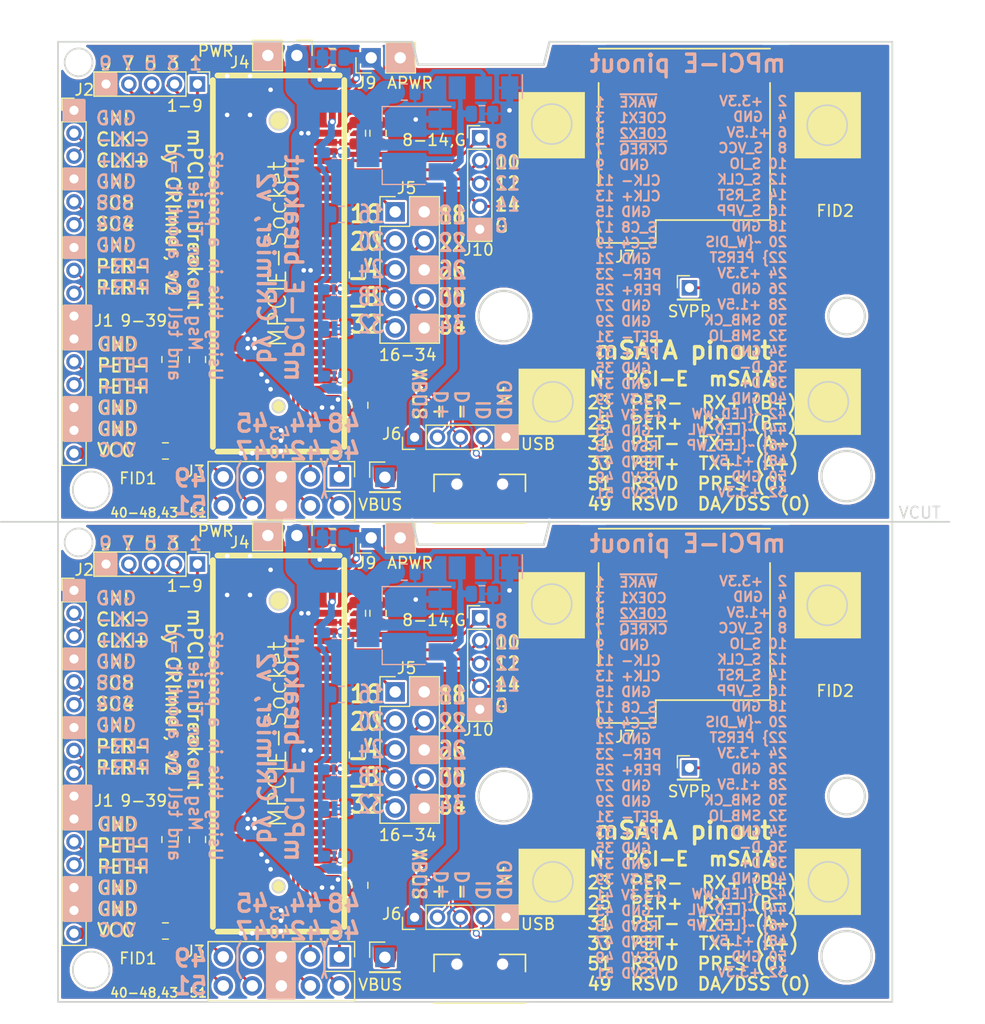
<source format=kicad_pcb>
(kicad_pcb (version 20171130) (host pcbnew 5.1.5+dfsg1-2build2)
  (layers (0 F.Cu signal) (31 B.Cu signal) (34 B.Paste user) (35 F.Paste user) (36 B.SilkS user) (37 F.SilkS user) (38 B.Mask user) (39 F.Mask user) (44 Edge.Cuts user))
  (net 0 "")
  (net 1 VCC)
  (net 2 GND)
  (net 3 /CLK-)
  (net 4 /CLK+)
  (net 5 /SMH-)
  (net 6 /SMH+)
  (net 7 /PER-)
  (net 8 /PER+)
  (net 9 /PET0-)
  (net 10 /PET0+)
  (net 11 "Net-(J2-Pad1)")
  (net 12 "Net-(J2-Pad2)")
  (net 13 "Net-(J2-Pad3)")
  (net 14 "Net-(J2-Pad4)")
  (net 15 "Net-(J3-Pad1)")
  (net 16 "Net-(J3-Pad2)")
  (net 17 "Net-(J3-Pad3)")
  (net 18 "Net-(J3-Pad4)")
  (net 19 "Net-(J3-Pad7)")
  (net 20 "Net-(J3-Pad8)")
  (net 21 "Net-(J3-Pad9)")
  (net 22 "Net-(J3-Pad10)")
  (net 23 "Net-(J5-Pad1)")
  (net 24 "Net-(J5-Pad3)")
  (net 25 "Net-(J5-Pad4)")
  (net 26 "Net-(J5-Pad7)")
  (net 27 "Net-(J5-Pad8)")
  (net 28 "Net-(J5-Pad9)")
  (net 29 "Net-(R1-Pad1)")
  (net 30 +1V5)
  (net 31 "Net-(J6-Pad4)")
  (net 32 /D+)
  (net 33 /D-)
  (net 34 /SIM_VCC)
  (net 35 /SIM_RST)
  (net 36 /SIM_CLK)
  (net 37 /SIM_VPP)
  (net 38 /SIM_IO)
  (net 39 VBUS)
  (module Fiducial:Fiducial_0.5mm_Mask1.5mm (layer F.Cu) (at 193.6 108.6)
    (fp_text reference FID2 (at -2.4 -1) (layer F.SilkS))
    (fp_text value Fiducial_0.5mm_Mask1.5mm)
    (pad "" smd circle (at 0 0) (size 0.5 0.5) (layers F.Cu F.Mask) (clearance 0.5))
  )
  (module Fiducial:Fiducial_0.5mm_Mask1.5mm (layer F.Cu) (at 132.6 132)
    (fp_text reference FID1 (at -2.4 -1) (layer F.SilkS))
    (fp_text value Fiducial_0.5mm_Mask1.5mm)
    (pad "" smd circle (at 0 0) (size 0.5 0.5) (layers F.Cu F.Mask) (clearance 0.5))
  )
  (module Pin_Headers:Pin_Header_Straight_1x05_Pitch2.00mm (layer F.Cu) (at 154.4 127.4 90)
    (fp_text reference J6 (at 0.3 -2 180) (layer F.SilkS))
    (fp_text value USB (at -0.6 10.8) (layer F.SilkS))
    (pad 1 thru_hole rect (at 0 0 90) (size 1.35 1.35) (drill 0.8) (layers *.Cu *.Mask) (net 39 VBUS))
    (pad 2 thru_hole oval (at 0 2 90) (size 1.35 1.35) (drill 0.8) (layers *.Cu *.Mask) (net 32 /D+))
    (pad 3 thru_hole oval (at 0 4 90) (size 1.35 1.35) (drill 0.8) (layers *.Cu *.Mask) (net 33 /D-))
    (pad 4 thru_hole oval (at 0 6 90) (size 1.35 1.35) (drill 0.8) (layers *.Cu *.Mask) (net 31 "Net-(J6-Pad4)"))
    (pad 5 thru_hole oval (at 0 8 90) (size 1.35 1.35) (drill 0.8) (layers *.Cu *.Mask) (net 2 GND))
  )
  (module mpcie_breakout:MICROUSB_REINFORCED (layer F.Cu) (at 160.1 130.9 180)
    (fp_text reference J8 hide)
    (fp_text value USB_OTG)
    (pad 4 smd rect (at -0.625 0 180) (size 0.4 1.5) (layers F.Cu F.Paste F.Mask) (net 31 "Net-(J6-Pad4)"))
    (pad 3 smd rect (at 0 0 180) (size 0.4 1.5) (layers F.Cu F.Paste F.Mask) (net 32 /D+))
    (pad 2 smd rect (at 0.625 0 180) (size 0.4 1.5) (layers F.Cu F.Paste F.Mask) (net 33 /D-))
    (pad 1 smd rect (at 1.25 0.25 180) (size 0.4 2) (layers F.Cu F.Paste F.Mask) (net 39 VBUS))
    (pad 5 smd rect (at -1.25 0.25 180) (size 0.4 2) (layers F.Cu F.Paste F.Mask) (net 2 GND))
    (pad 6 smd rect (at -1.1 -2.5 180) (size 1.8 1.8) (layers F.Cu F.Paste F.Mask) (net 2 GND))
    (pad 6 smd rect (at 1.1 -2.5 180) (size 1.8 1.8) (layers F.Cu F.Paste F.Mask) (net 2 GND))
    (pad 6 smd rect (at 3.8 -2.6 180) (size 2.7 2) (layers F.Cu F.Paste F.Mask) (net 2 GND))
    (pad 6 smd rect (at -3.8 -2.6 180) (size 2.7 2) (layers F.Cu F.Paste F.Mask) (net 2 GND))
    (pad "" np_thru_hole circle (at 2 -0.6 180) (size 0.6 0.6) (drill 0.6) (layers *.Cu *.Mask))
    (pad "" np_thru_hole circle (at -2 -0.6 180) (size 0.6 0.6) (drill 0.6) (layers *.Cu *.Mask))
    (pad 6 smd rect (at 3.9 0 180) (size 1.8 1.8) (layers F.Cu F.Paste F.Mask) (net 2 GND))
    (pad 6 smd rect (at -4.1 0 180) (size 1.8 1.8) (layers F.Cu F.Paste F.Mask) (net 2 GND))
  )
  (module Package_TO_SOT_SMD:SOT-223-3_TabPin2 (layer B.Cu) (at 160.425 93.675 90)
    (fp_text reference U3 hide)
    (fp_text value AP1117-15)
    (pad 1 smd rect (at -3.15 2.3 90) (size 2 1.5) (layers B.Cu B.Paste B.Mask) (net 2 GND))
    (pad 3 smd rect (at -3.15 -2.3 90) (size 2 1.5) (layers B.Cu B.Paste B.Mask) (net 39 VBUS))
    (pad 2 smd rect (at -3.15 0 90) (size 2 1.5) (layers B.Cu B.Paste B.Mask) (net 30 +1V5))
  )
  (module Capacitor_SMD:C_0805_2012Metric (layer B.Cu) (at 160.3 99.1)
    (fp_text reference C14 hide)
    (fp_text value 100nF)
    (pad 2 smd roundrect (at 0.9375 0) (size 0.975 1.4) (layers B.Cu B.Paste B.Mask) (net 2 GND))
    (pad 1 smd roundrect (at -0.9375 0) (size 0.975 1.4) (layers B.Cu B.Paste B.Mask) (net 39 VBUS))
  )
  (module Capacitor_SMD:C_0805_2012Metric (layer B.Cu) (at 153.5 97.2)
    (fp_text reference C13 hide)
    (fp_text value 100nF)
    (pad 2 smd roundrect (at 0.9375 0) (size 0.975 1.4) (layers B.Cu B.Paste B.Mask) (net 2 GND))
    (pad 1 smd roundrect (at -0.9375 0) (size 0.975 1.4) (layers B.Cu B.Paste B.Mask) (net 1 VCC))
  )
  (module Capacitor_SMD:C_0805_2012Metric (layer B.Cu) (at 147.4 117.9)
    (fp_text reference C12 hide)
    (fp_text value 100nF)
    (pad 2 smd roundrect (at 0.9375 0) (size 0.975 1.4) (layers B.Cu B.Paste B.Mask) (net 2 GND))
    (pad 1 smd roundrect (at -0.9375 0) (size 0.975 1.4) (layers B.Cu B.Paste B.Mask) (net 30 +1V5))
  )
  (module Capacitor_SMD:C_0805_2012Metric (layer B.Cu) (at 148 107.9)
    (fp_text reference C11 hide)
    (fp_text value 100nF)
    (pad 2 smd roundrect (at 0.9375 0) (size 0.975 1.4) (layers B.Cu B.Paste B.Mask) (net 2 GND))
    (pad 1 smd roundrect (at -0.9375 0) (size 0.975 1.4) (layers B.Cu B.Paste B.Mask) (net 30 +1V5))
  )
  (module Capacitor_SMD:C_0805_2012Metric (layer B.Cu) (at 147.275 94.2 180)
    (fp_text reference C10 hide)
    (fp_text value 100nF)
    (pad 2 smd roundrect (at 0.9375 0 180) (size 0.975 1.4) (layers B.Cu B.Paste B.Mask) (net 2 GND))
    (pad 1 smd roundrect (at -0.9375 0 180) (size 0.975 1.4) (layers B.Cu B.Paste B.Mask) (net 30 +1V5))
  )
  (module Capacitor_SMD:C_0805_2012Metric (layer F.Cu) (at 184.9 113.1 270)
    (fp_text reference C9 hide)
    (fp_text value 100nF)
    (pad 2 smd roundrect (at 0.9375 0 270) (size 0.975 1.4) (layers F.Cu F.Paste F.Mask) (net 2 GND))
    (pad 1 smd roundrect (at -0.9375 0 270) (size 0.975 1.4) (layers F.Cu F.Paste F.Mask) (net 34 /SIM_VCC))
  )
  (module Capacitor_SMD:C_0805_2012Metric (layer F.Cu) (at 151.2 100.8 270)
    (fp_text reference C8 hide)
    (fp_text value 100nF)
    (pad 2 smd roundrect (at 0.9375 0 270) (size 0.975 1.4) (layers F.Cu F.Paste F.Mask) (net 2 GND))
    (pad 1 smd roundrect (at -0.9375 0 270) (size 0.975 1.4) (layers F.Cu F.Paste F.Mask) (net 1 VCC))
  )
  (module Capacitor_SMD:C_0805_2012Metric (layer F.Cu) (at 147.2 94.1)
    (fp_text reference C7 hide)
    (fp_text value 100nF)
    (pad 2 smd roundrect (at 0.9375 0) (size 0.975 1.4) (layers F.Cu F.Paste F.Mask) (net 2 GND))
    (pad 1 smd roundrect (at -0.9375 0) (size 0.975 1.4) (layers F.Cu F.Paste F.Mask) (net 1 VCC))
  )
  (module Capacitor_SMD:C_0805_2012Metric (layer F.Cu) (at 132.6 128.6)
    (fp_text reference C6 hide)
    (fp_text value 100nF)
    (pad 2 smd roundrect (at 0.9375 0) (size 0.975 1.4) (layers F.Cu F.Paste F.Mask) (net 2 GND))
    (pad 1 smd roundrect (at -0.9375 0) (size 0.975 1.4) (layers F.Cu F.Paste F.Mask) (net 1 VCC))
  )
  (module Capacitor_SMD:C_0805_2012Metric (layer F.Cu) (at 149.4 113.2 270)
    (fp_text reference C5 hide)
    (fp_text value 100nF)
    (pad 2 smd roundrect (at 0.9375 0 270) (size 0.975 1.4) (layers F.Cu F.Paste F.Mask) (net 2 GND))
    (pad 1 smd roundrect (at -0.9375 0 270) (size 0.975 1.4) (layers F.Cu F.Paste F.Mask) (net 1 VCC))
  )
  (module Capacitor_SMD:C_0805_2012Metric (layer F.Cu) (at 149.4 100.8 270)
    (fp_text reference C4 hide)
    (fp_text value 100nF)
    (pad 2 smd roundrect (at 0.9375 0 270) (size 0.975 1.4) (layers F.Cu F.Paste F.Mask) (net 2 GND))
    (pad 1 smd roundrect (at -0.9375 0 270) (size 0.975 1.4) (layers F.Cu F.Paste F.Mask) (net 1 VCC))
  )
  (module Capacitor_SMD:C_0805_2012Metric (layer F.Cu) (at 133 120.6 90)
    (fp_text reference C3 hide)
    (fp_text value 100nF)
    (pad 2 smd roundrect (at 0.9375 0 90) (size 0.975 1.4) (layers F.Cu F.Paste F.Mask) (net 2 GND))
    (pad 1 smd roundrect (at -0.9375 0 90) (size 0.975 1.4) (layers F.Cu F.Paste F.Mask) (net 1 VCC))
  )
  (module Capacitor_SMD:C_0805_2012Metric (layer F.Cu) (at 149.6 124.6 90)
    (fp_text reference C2 hide)
    (fp_text value 100nF)
    (pad 2 smd roundrect (at 0.9375 0 90) (size 0.975 1.4) (layers F.Cu F.Paste F.Mask) (net 2 GND))
    (pad 1 smd roundrect (at -0.9375 0 90) (size 0.975 1.4) (layers F.Cu F.Paste F.Mask) (net 1 VCC))
  )
  (module Capacitor_SMD:C_0805_2012Metric (layer F.Cu) (at 135.4 120.6 270)
    (fp_text reference C1 hide)
    (fp_text value 100nF)
    (pad 2 smd roundrect (at 0.9375 0 270) (size 0.975 1.4) (layers F.Cu F.Paste F.Mask) (net 2 GND))
    (pad 1 smd roundrect (at -0.9375 0 270) (size 0.975 1.4) (layers F.Cu F.Paste F.Mask) (net 1 VCC))
  )
  (module Package_TO_SOT_SMD:SOT-223-3_TabPin2 (layer B.Cu) (at 153.475 101.875 180)
    (fp_text reference U2 hide)
    (fp_text value AP1117-33)
    (pad 1 smd rect (at -3.15 2.3 180) (size 2 1.5) (layers B.Cu B.Paste B.Mask) (net 2 GND))
    (pad 3 smd rect (at -3.15 -2.3 180) (size 2 1.5) (layers B.Cu B.Paste B.Mask) (net 39 VBUS))
    (pad 2 smd rect (at -3.15 0 180) (size 2 1.5) (layers B.Cu B.Paste B.Mask) (net 1 VCC))
    (pad 2 smd rect (at 3.15 0 180) (size 2 3.8) (layers B.Cu B.Paste B.Mask) (net 1 VCC))
  )
  (module Resistor_SMD:R_0603_1608Metric_Pad1.05x0.95mm_HandSolder (layer B.Cu) (at 147.375 122.05 180)
    (fp_text reference R3 hide)
    (fp_text value 0)
    (pad 2 smd roundrect (at 0.875 0 180) (size 1.05 0.95) (layers B.Cu B.Paste B.Mask) (net 30 +1V5))
    (pad 1 smd roundrect (at -0.875 0 180) (size 1.05 0.95) (layers B.Cu B.Paste B.Mask) (net 15 "Net-(J3-Pad1)"))
  )
  (module Resistor_SMD:R_0603_1608Metric_Pad1.05x0.95mm_HandSolder (layer B.Cu) (at 147.325 114.475 180)
    (fp_text reference R2 hide)
    (fp_text value 0)
    (pad 2 smd roundrect (at 0.875 0 180) (size 1.05 0.95) (layers B.Cu B.Paste B.Mask) (net 30 +1V5))
    (pad 1 smd roundrect (at -0.875 0 180) (size 1.05 0.95) (layers B.Cu B.Paste B.Mask) (net 26 "Net-(J5-Pad7)"))
  )
  (module Resistor_SMD:R_0603_1608Metric_Pad1.05x0.95mm_HandSolder (layer B.Cu) (at 147.375 102.5 180)
    (fp_text reference R1 hide)
    (fp_text value 0)
    (pad 2 smd roundrect (at 0.875 0 180) (size 1.05 0.95) (layers B.Cu B.Paste B.Mask) (net 30 +1V5))
    (pad 1 smd roundrect (at -0.875 0 180) (size 1.05 0.95) (layers B.Cu B.Paste B.Mask) (net 29 "Net-(R1-Pad1)"))
  )
  (module mpcie_breakout:MICROSIM_6P_SMD_HOLDER (layer F.Cu) (at 178 102.4)
    (fp_text reference J7 (at -5.2 9.2) (layer F.SilkS))
    (fp_text value SIM_Card)
    (pad 8 smd rect (at -8 -7.5) (size 2 3) (layers F.Cu F.Paste F.Mask) (net 2 GND))
    (pad 8 smd rect (at 8 -7.5) (size 2 3) (layers F.Cu F.Paste F.Mask) (net 2 GND))
    (pad 8 smd rect (at -7.9 4.5) (size 1 3) (layers F.Cu F.Paste F.Mask) (net 2 GND))
    (pad C5 smd oval (at 6.8 7.4) (size 0.6 2.5) (layers F.Cu F.Paste F.Mask) (net 2 GND))
    (pad C1 smd oval (at 5.6 7.4) (size 0.6 2.5) (layers F.Cu F.Paste F.Mask) (net 34 /SIM_VCC))
    (pad C6 smd oval (at 4.4 7.4) (size 0.6 2.5) (layers F.Cu F.Paste F.Mask) (net 37 /SIM_VPP))
    (pad C2 smd oval (at 3.2 7.4) (size 0.6 2.5) (layers F.Cu F.Paste F.Mask) (net 35 /SIM_RST))
    (pad C7 smd oval (at 2 7.4) (size 0.6 2.5) (layers F.Cu F.Paste F.Mask) (net 38 /SIM_IO))
    (pad C3 smd oval (at 0.8 7.4) (size 0.6 2.5) (layers F.Cu F.Paste F.Mask) (net 36 /SIM_CLK))
    (pad "" smd oval (at -0.4 7.4) (size 0.6 2.5) (layers F.Cu F.Paste F.Mask))
  )
  (module Pin_Headers:Pin_Header_Straight_1x16_Pitch2.00mm (layer F.Cu) (at 124.6 98.8)
    (fp_text reference J1 (at 2.6 18.4 180) (layer F.SilkS))
    (fp_text value 9-39 (at 6.1 18.4 180) (layer F.SilkS))
    (pad 1 thru_hole rect (at 0 0) (size 1.35 1.35) (drill 0.8) (layers *.Cu *.Mask) (net 2 GND))
    (pad 2 thru_hole oval (at 0 2) (size 1.35 1.35) (drill 0.8) (layers *.Cu *.Mask) (net 3 /CLK-))
    (pad 3 thru_hole oval (at 0 4) (size 1.35 1.35) (drill 0.8) (layers *.Cu *.Mask) (net 4 /CLK+))
    (pad 4 thru_hole oval (at 0 6) (size 1.35 1.35) (drill 0.8) (layers *.Cu *.Mask) (net 2 GND))
    (pad 5 thru_hole oval (at 0 8) (size 1.35 1.35) (drill 0.8) (layers *.Cu *.Mask) (net 5 /SMH-))
    (pad 6 thru_hole oval (at 0 10) (size 1.35 1.35) (drill 0.8) (layers *.Cu *.Mask) (net 6 /SMH+))
    (pad 7 thru_hole oval (at 0 12) (size 1.35 1.35) (drill 0.8) (layers *.Cu *.Mask) (net 2 GND))
    (pad 8 thru_hole oval (at 0 14) (size 1.35 1.35) (drill 0.8) (layers *.Cu *.Mask) (net 7 /PER-))
    (pad 9 thru_hole oval (at 0 16) (size 1.35 1.35) (drill 0.8) (layers *.Cu *.Mask) (net 8 /PER+))
    (pad 10 thru_hole oval (at 0 18) (size 1.35 1.35) (drill 0.8) (layers *.Cu *.Mask) (net 2 GND))
    (pad 11 thru_hole oval (at 0 20) (size 1.35 1.35) (drill 0.8) (layers *.Cu *.Mask) (net 2 GND))
    (pad 12 thru_hole oval (at 0 22) (size 1.35 1.35) (drill 0.8) (layers *.Cu *.Mask) (net 9 /PET0-))
    (pad 13 thru_hole oval (at 0 24) (size 1.35 1.35) (drill 0.8) (layers *.Cu *.Mask) (net 10 /PET0+))
    (pad 14 thru_hole oval (at 0 26) (size 1.35 1.35) (drill 0.8) (layers *.Cu *.Mask) (net 2 GND))
    (pad 15 thru_hole oval (at 0 28) (size 1.35 1.35) (drill 0.8) (layers *.Cu *.Mask) (net 2 GND))
    (pad 16 thru_hole oval (at 0 30) (size 1.35 1.35) (drill 0.8) (layers *.Cu *.Mask) (net 1 VCC))
  )
  (module Pin_Headers:Pin_Header_Straight_1x05_Pitch2.00mm (layer F.Cu) (at 135.4 96.5 270)
    (fp_text reference J2 (at 0.5 9.9) (layer F.SilkS))
    (fp_text value 1-9 (at 1.9 1.1) (layer F.SilkS))
    (pad 1 thru_hole rect (at 0 0 270) (size 1.35 1.35) (drill 0.8) (layers *.Cu *.Mask) (net 11 "Net-(J2-Pad1)"))
    (pad 2 thru_hole oval (at 0 2 270) (size 1.35 1.35) (drill 0.8) (layers *.Cu *.Mask) (net 12 "Net-(J2-Pad2)"))
    (pad 3 thru_hole oval (at 0 4 270) (size 1.35 1.35) (drill 0.8) (layers *.Cu *.Mask) (net 13 "Net-(J2-Pad3)"))
    (pad 4 thru_hole oval (at 0 6 270) (size 1.35 1.35) (drill 0.8) (layers *.Cu *.Mask) (net 14 "Net-(J2-Pad4)"))
    (pad 5 thru_hole oval (at 0 8 270) (size 1.35 1.35) (drill 0.8) (layers *.Cu *.Mask) (net 2 GND))
  )
  (module Pin_Headers:Pin_Header_Straight_2x05_Pitch2.54mm (layer F.Cu) (at 147.82 130.86 270)
    (fp_text reference J3 (at -0.46 12.62) (layer F.SilkS))
    (fp_text value 40-48,43-51 (at 3.14 15.82) (layer F.SilkS) (effects (font (size 0.8 0.8))))
    (pad 1 thru_hole rect (at 0 0 270) (size 1.7 1.7) (drill 1) (layers *.Cu *.Mask) (net 15 "Net-(J3-Pad1)"))
    (pad 2 thru_hole oval (at 2.54 0 270) (size 1.7 1.7) (drill 1) (layers *.Cu *.Mask) (net 16 "Net-(J3-Pad2)"))
    (pad 3 thru_hole oval (at 0 2.54 270) (size 1.7 1.7) (drill 1) (layers *.Cu *.Mask) (net 17 "Net-(J3-Pad3)"))
    (pad 4 thru_hole oval (at 2.54 2.54 270) (size 1.7 1.7) (drill 1) (layers *.Cu *.Mask) (net 18 "Net-(J3-Pad4)"))
    (pad 5 thru_hole oval (at 0 5.08 270) (size 1.7 1.7) (drill 1) (layers *.Cu *.Mask) (net 2 GND))
    (pad 6 thru_hole oval (at 2.54 5.08 270) (size 1.7 1.7) (drill 1) (layers *.Cu *.Mask) (net 2 GND))
    (pad 7 thru_hole oval (at 0 7.62 270) (size 1.7 1.7) (drill 1) (layers *.Cu *.Mask) (net 19 "Net-(J3-Pad7)"))
    (pad 8 thru_hole oval (at 2.54 7.62 270) (size 1.7 1.7) (drill 1) (layers *.Cu *.Mask) (net 20 "Net-(J3-Pad8)"))
    (pad 9 thru_hole oval (at 0 10.16 270) (size 1.7 1.7) (drill 1) (layers *.Cu *.Mask) (net 21 "Net-(J3-Pad9)"))
    (pad 10 thru_hole oval (at 2.54 10.16 270) (size 1.7 1.7) (drill 1) (layers *.Cu *.Mask) (net 22 "Net-(J3-Pad10)"))
  )
  (module Pin_Headers:Pin_Header_Straight_1x02_Pitch2.54mm (layer F.Cu) (at 144.1 94 270)
    (fp_text reference J4 (at 0.6 5) (layer F.SilkS))
    (fp_text value PWR (at -0.4 7.1) (layer F.SilkS))
    (pad 1 thru_hole rect (at 0 0 270) (size 1.7 1.7) (drill 1) (layers *.Cu *.Mask) (net 1 VCC))
    (pad 2 thru_hole oval (at 0 2.54 270) (size 1.7 1.7) (drill 1) (layers *.Cu *.Mask) (net 2 GND))
  )
  (module Pin_Headers:Pin_Header_Straight_1x01_Pitch2.54mm (layer F.Cu) (at 151.8 130.9)
    (fp_text reference TP2 hide)
    (fp_text value VBUS (at -0.4 2.4) (layer F.SilkS))
    (pad 1 thru_hole rect (at 0 0) (size 1.7 1.7) (drill 1) (layers *.Cu *.Mask) (net 39 VBUS))
  )
  (module mpcie_breakout:mpcie-socket (layer F.Cu) (at 142.5 99.7 270)
    (fp_text reference U1 hide)
    (fp_text value MPCIE-Socket (at 11.7 0.1 90) (layer F.SilkS) (effects (font (size 1.524 1.524))))
    (pad "" connect circle (at 25 0 270) (size 1.05 1.05) (layers F.SilkS Dwgs.User))
    (pad "" connect circle (at 0 0 270) (size 1.6 1.6) (layers F.SilkS Dwgs.User))
    (pad "" smd rect (at -2.15 3.5 270) (size 2.3 3.2) (layers F.Cu F.Paste F.Mask) (net 2 GND))
    (pad "" smd rect (at 27.15 3.5 270) (size 2.3 3.2) (layers F.Cu F.Paste F.Mask) (net 2 GND))
    (pad "" connect rect (at 0.4 -23.9 270) (size 5.8 5.8) (layers F.SilkS))
    (pad "" connect rect (at 0.4 -48.05 270) (size 5.8 5.8) (layers F.SilkS))
    (pad "" connect rect (at 24.6 -48.05 270) (size 5.8 5.8) (layers F.SilkS))
    (pad "" connect rect (at 24.6 -23.9 270) (size 5.8 5.8) (layers F.SilkS))
    (pad 1 smd rect (at 0.7 4.1 270) (size 0.6 2) (layers F.Cu F.Paste F.Mask) (net 11 "Net-(J2-Pad1)"))
    (pad 2 smd rect (at 1.1 -4.1 270) (size 0.6 2) (layers F.Cu F.Paste F.Mask) (net 1 VCC))
    (pad 3 smd rect (at 1.5 4.1 270) (size 0.6 2) (layers F.Cu F.Paste F.Mask) (net 12 "Net-(J2-Pad2)"))
    (pad 4 smd rect (at 1.9 -4.1 270) (size 0.6 2) (layers F.Cu F.Paste F.Mask) (net 2 GND))
    (pad 5 smd rect (at 2.3 4.1 270) (size 0.6 2) (layers F.Cu F.Paste F.Mask) (net 13 "Net-(J2-Pad3)"))
    (pad 6 smd rect (at 2.7 -4.1 270) (size 0.6 2) (layers F.Cu F.Paste F.Mask) (net 29 "Net-(R1-Pad1)"))
    (pad 7 smd rect (at 3.1 4.1 270) (size 0.6 2) (layers F.Cu F.Paste F.Mask) (net 14 "Net-(J2-Pad4)"))
    (pad 8 smd rect (at 3.5 -4.1 270) (size 0.6 2) (layers F.Cu F.Paste F.Mask) (net 34 /SIM_VCC))
    (pad 9 smd rect (at 3.9 4.1 270) (size 0.6 2) (layers F.Cu F.Paste F.Mask) (net 2 GND))
    (pad 10 smd rect (at 4.3 -4.1 270) (size 0.6 2) (layers F.Cu F.Paste F.Mask) (net 38 /SIM_IO))
    (pad 11 smd rect (at 4.7 4.1 270) (size 0.6 2) (layers F.Cu F.Paste F.Mask) (net 3 /CLK-))
    (pad 12 smd rect (at 5.1 -4.1 270) (size 0.6 2) (layers F.Cu F.Paste F.Mask) (net 36 /SIM_CLK))
    (pad 13 smd rect (at 5.5 4.1 270) (size 0.6 2) (layers F.Cu F.Paste F.Mask) (net 4 /CLK+))
    (pad 14 smd rect (at 5.9 -4.1 270) (size 0.6 2) (layers F.Cu F.Paste F.Mask) (net 35 /SIM_RST))
    (pad 15 smd rect (at 6.3 4.1 270) (size 0.6 2) (layers F.Cu F.Paste F.Mask) (net 2 GND))
    (pad 16 smd rect (at 6.7 -4.1 270) (size 0.6 2) (layers F.Cu F.Paste F.Mask) (net 23 "Net-(J5-Pad1)"))
    (pad 17 smd rect (at 10.3 4.1 270) (size 0.6 2) (layers F.Cu F.Paste F.Mask) (net 5 /SMH-))
    (pad 18 smd rect (at 10.7 -4.1 270) (size 0.6 2) (layers F.Cu F.Paste F.Mask) (net 2 GND))
    (pad 19 smd rect (at 11.1 4.1 270) (size 0.6 2) (layers F.Cu F.Paste F.Mask) (net 6 /SMH+))
    (pad 20 smd rect (at 11.5 -4.1 270) (size 0.6 2) (layers F.Cu F.Paste F.Mask) (net 24 "Net-(J5-Pad3)"))
    (pad 21 smd rect (at 11.9 4.1 270) (size 0.6 2) (layers F.Cu F.Paste F.Mask) (net 2 GND))
    (pad 22 smd rect (at 12.3 -4.1 270) (size 0.6 2) (layers F.Cu F.Paste F.Mask) (net 25 "Net-(J5-Pad4)"))
    (pad 23 smd rect (at 12.7 4.1 270) (size 0.6 2) (layers F.Cu F.Paste F.Mask) (net 7 /PER-))
    (pad 24 smd rect (at 13.1 -4.1 270) (size 0.6 2) (layers F.Cu F.Paste F.Mask) (net 1 VCC))
    (pad 25 smd rect (at 13.5 4.1 270) (size 0.6 2) (layers F.Cu F.Paste F.Mask) (net 8 /PER+))
    (pad 26 smd rect (at 13.9 -4.1 270) (size 0.6 2) (layers F.Cu F.Paste F.Mask) (net 2 GND))
    (pad 27 smd rect (at 14.3 4.1 270) (size 0.6 2) (layers F.Cu F.Paste F.Mask) (net 2 GND))
    (pad 28 smd rect (at 14.7 -4.1 270) (size 0.6 2) (layers F.Cu F.Paste F.Mask) (net 26 "Net-(J5-Pad7)"))
    (pad 29 smd rect (at 15.1 4.1 270) (size 0.6 2) (layers F.Cu F.Paste F.Mask) (net 2 GND))
    (pad 30 smd rect (at 15.5 -4.1 270) (size 0.6 2) (layers F.Cu F.Paste F.Mask) (net 27 "Net-(J5-Pad8)"))
    (pad 31 smd rect (at 15.9 4.1 270) (size 0.6 2) (layers F.Cu F.Paste F.Mask) (net 9 /PET0-))
    (pad 32 smd rect (at 16.3 -4.1 270) (size 0.6 2) (layers F.Cu F.Paste F.Mask) (net 28 "Net-(J5-Pad9)"))
    (pad 33 smd rect (at 16.7 4.1 270) (size 0.6 2) (layers F.Cu F.Paste F.Mask) (net 10 /PET0+))
    (pad 34 smd rect (at 17.1 -4.1 270) (size 0.6 2) (layers F.Cu F.Paste F.Mask) (net 2 GND))
    (pad 35 smd rect (at 17.5 4.1 270) (size 0.6 2) (layers F.Cu F.Paste F.Mask) (net 2 GND))
    (pad 36 smd rect (at 17.9 -4.1 270) (size 0.6 2) (layers F.Cu F.Paste F.Mask) (net 33 /D-))
    (pad 37 smd rect (at 18.3 4.1 270) (size 0.6 2) (layers F.Cu F.Paste F.Mask) (net 2 GND))
    (pad 38 smd rect (at 18.7 -4.1 270) (size 0.6 2) (layers F.Cu F.Paste F.Mask) (net 32 /D+))
    (pad 39 smd rect (at 19.1 4.1 270) (size 0.6 2) (layers F.Cu F.Paste F.Mask) (net 1 VCC))
    (pad 40 smd rect (at 19.5 -4.1 270) (size 0.6 2) (layers F.Cu F.Paste F.Mask) (net 2 GND))
    (pad 41 smd rect (at 19.9 4.1 270) (size 0.6 2) (layers F.Cu F.Paste F.Mask) (net 1 VCC))
    (pad 42 smd rect (at 20.3 -4.1 270) (size 0.6 2) (layers F.Cu F.Paste F.Mask) (net 18 "Net-(J3-Pad4)"))
    (pad 43 smd rect (at 20.7 4.1 270) (size 0.6 2) (layers F.Cu F.Paste F.Mask) (net 2 GND))
    (pad 44 smd rect (at 21.1 -4.1 270) (size 0.6 2) (layers F.Cu F.Paste F.Mask) (net 17 "Net-(J3-Pad3)"))
    (pad 45 smd rect (at 21.5 4.1 270) (size 0.6 2) (layers F.Cu F.Paste F.Mask) (net 19 "Net-(J3-Pad7)"))
    (pad 46 smd rect (at 21.9 -4.1 270) (size 0.6 2) (layers F.Cu F.Paste F.Mask) (net 16 "Net-(J3-Pad2)"))
    (pad 47 smd rect (at 22.3 4.1 270) (size 0.6 2) (layers F.Cu F.Paste F.Mask) (net 20 "Net-(J3-Pad8)"))
    (pad 48 smd rect (at 22.7 -4.1 270) (size 0.6 2) (layers F.Cu F.Paste F.Mask) (net 15 "Net-(J3-Pad1)"))
    (pad 49 smd rect (at 23.1 4.1 270) (size 0.6 2) (layers F.Cu F.Paste F.Mask) (net 21 "Net-(J3-Pad9)"))
    (pad 50 smd rect (at 23.5 -4.1 270) (size 0.6 2) (layers F.Cu F.Paste F.Mask) (net 2 GND))
    (pad 51 smd rect (at 23.9 4.1 270) (size 0.6 2) (layers F.Cu F.Paste F.Mask) (net 22 "Net-(J3-Pad10)"))
    (pad 52 smd rect (at 24.3 -4.1 270) (size 0.6 2) (layers F.Cu F.Paste F.Mask) (net 1 VCC))
  )
  (module Pin_Headers:Pin_Header_Straight_2x05_Pitch2.54mm (layer F.Cu) (at 152.7 107.68)
    (fp_text reference J5 (at 1 -2.08 180) (layer F.SilkS))
    (fp_text value 16-34 (at 1.1 12.52 180) (layer F.SilkS))
    (pad 1 thru_hole rect (at 0 0) (size 1.7 1.7) (drill 1) (layers *.Cu *.Mask) (net 23 "Net-(J5-Pad1)"))
    (pad 2 thru_hole oval (at 2.54 0) (size 1.7 1.7) (drill 1) (layers *.Cu *.Mask) (net 2 GND))
    (pad 3 thru_hole oval (at 0 2.54) (size 1.7 1.7) (drill 1) (layers *.Cu *.Mask) (net 24 "Net-(J5-Pad3)"))
    (pad 4 thru_hole oval (at 2.54 2.54) (size 1.7 1.7) (drill 1) (layers *.Cu *.Mask) (net 25 "Net-(J5-Pad4)"))
    (pad 5 thru_hole oval (at 0 5.08) (size 1.7 1.7) (drill 1) (layers *.Cu *.Mask) (net 1 VCC))
    (pad 6 thru_hole oval (at 2.54 5.08) (size 1.7 1.7) (drill 1) (layers *.Cu *.Mask) (net 2 GND))
    (pad 7 thru_hole oval (at 0 7.62) (size 1.7 1.7) (drill 1) (layers *.Cu *.Mask) (net 26 "Net-(J5-Pad7)"))
    (pad 8 thru_hole oval (at 2.54 7.62) (size 1.7 1.7) (drill 1) (layers *.Cu *.Mask) (net 27 "Net-(J5-Pad8)"))
    (pad 9 thru_hole oval (at 0 10.16) (size 1.7 1.7) (drill 1) (layers *.Cu *.Mask) (net 28 "Net-(J5-Pad9)"))
    (pad 10 thru_hole oval (at 2.54 10.16) (size 1.7 1.7) (drill 1) (layers *.Cu *.Mask) (net 2 GND))
  )
  (module Pin_Headers:Pin_Header_Straight_1x01_Pitch2.00mm (layer F.Cu) (at 178.45 114.325)
    (fp_text reference TP1 hide)
    (fp_text value SVPP (at 0 2.06) (layer F.SilkS))
    (pad 1 thru_hole rect (at 0 0) (size 1.35 1.35) (drill 0.8) (layers *.Cu *.Mask) (net 37 /SIM_VPP))
  )
  (module Pin_Headers:Pin_Header_Straight_1x02_Pitch2.54mm (layer F.Cu) (at 150.6 94.2 90)
    (fp_text reference J9 (at -2.2 -0.4 180) (layer F.SilkS))
    (fp_text value APWR (at -2.2 3.4 180) (layer F.SilkS))
    (pad 1 thru_hole rect (at 0 0 90) (size 1.7 1.7) (drill 1) (layers *.Cu *.Mask) (net 30 +1V5))
    (pad 2 thru_hole oval (at 0 2.54 90) (size 1.7 1.7) (drill 1) (layers *.Cu *.Mask) (net 2 GND))
  )
  (module Pin_Headers:Pin_Header_Straight_1x05_Pitch2.00mm (layer F.Cu) (at 160.1 101.2)
    (fp_text reference J10 (at -0.1 9.8) (layer F.SilkS))
    (fp_text value 8-14,G (at -4 0.2) (layer F.SilkS))
    (pad 1 thru_hole rect (at 0 0) (size 1.35 1.35) (drill 0.8) (layers *.Cu *.Mask) (net 34 /SIM_VCC))
    (pad 2 thru_hole oval (at 0 2) (size 1.35 1.35) (drill 0.8) (layers *.Cu *.Mask) (net 38 /SIM_IO))
    (pad 3 thru_hole oval (at 0 4) (size 1.35 1.35) (drill 0.8) (layers *.Cu *.Mask) (net 36 /SIM_CLK))
    (pad 4 thru_hole oval (at 0 6) (size 1.35 1.35) (drill 0.8) (layers *.Cu *.Mask) (net 35 /SIM_RST))
    (pad 5 thru_hole oval (at 0 8) (size 1.35 1.35) (drill 0.8) (layers *.Cu *.Mask) (net 2 GND))
  )
  (module Fiducial:Fiducial_0.5mm_Mask1.5mm (layer F.Cu) (at 193.6 66.6)
    (fp_text reference FID2 (at -2.4 -1) (layer F.SilkS))
    (fp_text value Fiducial_0.5mm_Mask1.5mm)
    (pad "" smd circle (at 0 0) (size 0.5 0.5) (layers F.Cu F.Mask) (clearance 0.5))
  )
  (module Fiducial:Fiducial_0.5mm_Mask1.5mm (layer F.Cu) (at 132.6 90)
    (fp_text reference FID1 (at -2.4 -1) (layer F.SilkS))
    (fp_text value Fiducial_0.5mm_Mask1.5mm)
    (pad "" smd circle (at 0 0) (size 0.5 0.5) (layers F.Cu F.Mask) (clearance 0.5))
  )
  (module Pin_Headers:Pin_Header_Straight_1x05_Pitch2.00mm (layer F.Cu) (at 154.4 85.4 90)
    (fp_text reference J6 (at 0.3 -2 180) (layer F.SilkS))
    (fp_text value USB (at -0.6 10.8) (layer F.SilkS))
    (pad 1 thru_hole rect (at 0 0 90) (size 1.35 1.35) (drill 0.8) (layers *.Cu *.Mask) (net 39 VBUS))
    (pad 2 thru_hole oval (at 0 2 90) (size 1.35 1.35) (drill 0.8) (layers *.Cu *.Mask) (net 32 /D+))
    (pad 3 thru_hole oval (at 0 4 90) (size 1.35 1.35) (drill 0.8) (layers *.Cu *.Mask) (net 33 /D-))
    (pad 4 thru_hole oval (at 0 6 90) (size 1.35 1.35) (drill 0.8) (layers *.Cu *.Mask) (net 31 "Net-(J6-Pad4)"))
    (pad 5 thru_hole oval (at 0 8 90) (size 1.35 1.35) (drill 0.8) (layers *.Cu *.Mask) (net 2 GND))
  )
  (module mpcie_breakout:MICROUSB_REINFORCED (layer F.Cu) (at 160.1 88.9 180)
    (fp_text reference J8 hide)
    (fp_text value USB_OTG)
    (pad 4 smd rect (at -0.625 0 180) (size 0.4 1.5) (layers F.Cu F.Paste F.Mask) (net 31 "Net-(J6-Pad4)"))
    (pad 3 smd rect (at 0 0 180) (size 0.4 1.5) (layers F.Cu F.Paste F.Mask) (net 32 /D+))
    (pad 2 smd rect (at 0.625 0 180) (size 0.4 1.5) (layers F.Cu F.Paste F.Mask) (net 33 /D-))
    (pad 1 smd rect (at 1.25 0.25 180) (size 0.4 2) (layers F.Cu F.Paste F.Mask) (net 39 VBUS))
    (pad 5 smd rect (at -1.25 0.25 180) (size 0.4 2) (layers F.Cu F.Paste F.Mask) (net 2 GND))
    (pad 6 smd rect (at -1.1 -2.5 180) (size 1.8 1.8) (layers F.Cu F.Paste F.Mask) (net 2 GND))
    (pad 6 smd rect (at 1.1 -2.5 180) (size 1.8 1.8) (layers F.Cu F.Paste F.Mask) (net 2 GND))
    (pad 6 smd rect (at 3.8 -2.6 180) (size 2.7 2) (layers F.Cu F.Paste F.Mask) (net 2 GND))
    (pad 6 smd rect (at -3.8 -2.6 180) (size 2.7 2) (layers F.Cu F.Paste F.Mask) (net 2 GND))
    (pad "" np_thru_hole circle (at 2 -0.6 180) (size 0.6 0.6) (drill 0.6) (layers *.Cu *.Mask))
    (pad "" np_thru_hole circle (at -2 -0.6 180) (size 0.6 0.6) (drill 0.6) (layers *.Cu *.Mask))
    (pad 6 smd rect (at 3.9 0 180) (size 1.8 1.8) (layers F.Cu F.Paste F.Mask) (net 2 GND))
    (pad 6 smd rect (at -4.1 0 180) (size 1.8 1.8) (layers F.Cu F.Paste F.Mask) (net 2 GND))
  )
  (module Package_TO_SOT_SMD:SOT-223-3_TabPin2 (layer B.Cu) (at 160.425 51.675 90)
    (fp_text reference U3 hide)
    (fp_text value AP1117-15)
    (pad 1 smd rect (at -3.15 2.3 90) (size 2 1.5) (layers B.Cu B.Paste B.Mask) (net 2 GND))
    (pad 3 smd rect (at -3.15 -2.3 90) (size 2 1.5) (layers B.Cu B.Paste B.Mask) (net 39 VBUS))
    (pad 2 smd rect (at -3.15 0 90) (size 2 1.5) (layers B.Cu B.Paste B.Mask) (net 30 +1V5))
  )
  (module Capacitor_SMD:C_0805_2012Metric (layer B.Cu) (at 160.3 57.1)
    (fp_text reference C14 hide)
    (fp_text value 100nF)
    (pad 2 smd roundrect (at 0.9375 0) (size 0.975 1.4) (layers B.Cu B.Paste B.Mask) (net 2 GND))
    (pad 1 smd roundrect (at -0.9375 0) (size 0.975 1.4) (layers B.Cu B.Paste B.Mask) (net 39 VBUS))
  )
  (module Capacitor_SMD:C_0805_2012Metric (layer B.Cu) (at 153.5 55.2)
    (fp_text reference C13 hide)
    (fp_text value 100nF)
    (pad 2 smd roundrect (at 0.9375 0) (size 0.975 1.4) (layers B.Cu B.Paste B.Mask) (net 2 GND))
    (pad 1 smd roundrect (at -0.9375 0) (size 0.975 1.4) (layers B.Cu B.Paste B.Mask) (net 1 VCC))
  )
  (module Capacitor_SMD:C_0805_2012Metric (layer B.Cu) (at 147.4 75.9)
    (fp_text reference C12 hide)
    (fp_text value 100nF)
    (pad 2 smd roundrect (at 0.9375 0) (size 0.975 1.4) (layers B.Cu B.Paste B.Mask) (net 2 GND))
    (pad 1 smd roundrect (at -0.9375 0) (size 0.975 1.4) (layers B.Cu B.Paste B.Mask) (net 30 +1V5))
  )
  (module Capacitor_SMD:C_0805_2012Metric (layer B.Cu) (at 148 65.9)
    (fp_text reference C11 hide)
    (fp_text value 100nF)
    (pad 2 smd roundrect (at 0.9375 0) (size 0.975 1.4) (layers B.Cu B.Paste B.Mask) (net 2 GND))
    (pad 1 smd roundrect (at -0.9375 0) (size 0.975 1.4) (layers B.Cu B.Paste B.Mask) (net 30 +1V5))
  )
  (module Capacitor_SMD:C_0805_2012Metric (layer B.Cu) (at 147.275 52.2 180)
    (fp_text reference C10 hide)
    (fp_text value 100nF)
    (pad 2 smd roundrect (at 0.9375 0 180) (size 0.975 1.4) (layers B.Cu B.Paste B.Mask) (net 2 GND))
    (pad 1 smd roundrect (at -0.9375 0 180) (size 0.975 1.4) (layers B.Cu B.Paste B.Mask) (net 30 +1V5))
  )
  (module Capacitor_SMD:C_0805_2012Metric (layer F.Cu) (at 184.9 71.1 270)
    (fp_text reference C9 hide)
    (fp_text value 100nF)
    (pad 2 smd roundrect (at 0.9375 0 270) (size 0.975 1.4) (layers F.Cu F.Paste F.Mask) (net 2 GND))
    (pad 1 smd roundrect (at -0.9375 0 270) (size 0.975 1.4) (layers F.Cu F.Paste F.Mask) (net 34 /SIM_VCC))
  )
  (module Capacitor_SMD:C_0805_2012Metric (layer F.Cu) (at 151.2 58.8 270)
    (fp_text reference C8 hide)
    (fp_text value 100nF)
    (pad 2 smd roundrect (at 0.9375 0 270) (size 0.975 1.4) (layers F.Cu F.Paste F.Mask) (net 2 GND))
    (pad 1 smd roundrect (at -0.9375 0 270) (size 0.975 1.4) (layers F.Cu F.Paste F.Mask) (net 1 VCC))
  )
  (module Capacitor_SMD:C_0805_2012Metric (layer F.Cu) (at 147.2 52.1)
    (fp_text reference C7 hide)
    (fp_text value 100nF)
    (pad 2 smd roundrect (at 0.9375 0) (size 0.975 1.4) (layers F.Cu F.Paste F.Mask) (net 2 GND))
    (pad 1 smd roundrect (at -0.9375 0) (size 0.975 1.4) (layers F.Cu F.Paste F.Mask) (net 1 VCC))
  )
  (module Capacitor_SMD:C_0805_2012Metric (layer F.Cu) (at 132.6 86.6)
    (fp_text reference C6 hide)
    (fp_text value 100nF)
    (pad 2 smd roundrect (at 0.9375 0) (size 0.975 1.4) (layers F.Cu F.Paste F.Mask) (net 2 GND))
    (pad 1 smd roundrect (at -0.9375 0) (size 0.975 1.4) (layers F.Cu F.Paste F.Mask) (net 1 VCC))
  )
  (module Capacitor_SMD:C_0805_2012Metric (layer F.Cu) (at 149.4 71.2 270)
    (fp_text reference C5 hide)
    (fp_text value 100nF)
    (pad 2 smd roundrect (at 0.9375 0 270) (size 0.975 1.4) (layers F.Cu F.Paste F.Mask) (net 2 GND))
    (pad 1 smd roundrect (at -0.9375 0 270) (size 0.975 1.4) (layers F.Cu F.Paste F.Mask) (net 1 VCC))
  )
  (module Capacitor_SMD:C_0805_2012Metric (layer F.Cu) (at 149.4 58.8 270)
    (fp_text reference C4 hide)
    (fp_text value 100nF)
    (pad 2 smd roundrect (at 0.9375 0 270) (size 0.975 1.4) (layers F.Cu F.Paste F.Mask) (net 2 GND))
    (pad 1 smd roundrect (at -0.9375 0 270) (size 0.975 1.4) (layers F.Cu F.Paste F.Mask) (net 1 VCC))
  )
  (module Capacitor_SMD:C_0805_2012Metric (layer F.Cu) (at 133 78.6 90)
    (fp_text reference C3 hide)
    (fp_text value 100nF)
    (pad 2 smd roundrect (at 0.9375 0 90) (size 0.975 1.4) (layers F.Cu F.Paste F.Mask) (net 2 GND))
    (pad 1 smd roundrect (at -0.9375 0 90) (size 0.975 1.4) (layers F.Cu F.Paste F.Mask) (net 1 VCC))
  )
  (module Capacitor_SMD:C_0805_2012Metric (layer F.Cu) (at 149.6 82.6 90)
    (fp_text reference C2 hide)
    (fp_text value 100nF)
    (pad 2 smd roundrect (at 0.9375 0 90) (size 0.975 1.4) (layers F.Cu F.Paste F.Mask) (net 2 GND))
    (pad 1 smd roundrect (at -0.9375 0 90) (size 0.975 1.4) (layers F.Cu F.Paste F.Mask) (net 1 VCC))
  )
  (module Capacitor_SMD:C_0805_2012Metric (layer F.Cu) (at 135.4 78.6 270)
    (fp_text reference C1 hide)
    (fp_text value 100nF)
    (pad 2 smd roundrect (at 0.9375 0 270) (size 0.975 1.4) (layers F.Cu F.Paste F.Mask) (net 2 GND))
    (pad 1 smd roundrect (at -0.9375 0 270) (size 0.975 1.4) (layers F.Cu F.Paste F.Mask) (net 1 VCC))
  )
  (module Package_TO_SOT_SMD:SOT-223-3_TabPin2 (layer B.Cu) (at 153.475 59.875 180)
    (fp_text reference U2 hide)
    (fp_text value AP1117-33)
    (pad 1 smd rect (at -3.15 2.3 180) (size 2 1.5) (layers B.Cu B.Paste B.Mask) (net 2 GND))
    (pad 3 smd rect (at -3.15 -2.3 180) (size 2 1.5) (layers B.Cu B.Paste B.Mask) (net 39 VBUS))
    (pad 2 smd rect (at -3.15 0 180) (size 2 1.5) (layers B.Cu B.Paste B.Mask) (net 1 VCC))
    (pad 2 smd rect (at 3.15 0 180) (size 2 3.8) (layers B.Cu B.Paste B.Mask) (net 1 VCC))
  )
  (module Resistor_SMD:R_0603_1608Metric_Pad1.05x0.95mm_HandSolder (layer B.Cu) (at 147.375 80.05 180)
    (fp_text reference R3 hide)
    (fp_text value 0)
    (pad 2 smd roundrect (at 0.875 0 180) (size 1.05 0.95) (layers B.Cu B.Paste B.Mask) (net 30 +1V5))
    (pad 1 smd roundrect (at -0.875 0 180) (size 1.05 0.95) (layers B.Cu B.Paste B.Mask) (net 15 "Net-(J3-Pad1)"))
  )
  (module Resistor_SMD:R_0603_1608Metric_Pad1.05x0.95mm_HandSolder (layer B.Cu) (at 147.325 72.475 180)
    (fp_text reference R2 hide)
    (fp_text value 0)
    (pad 2 smd roundrect (at 0.875 0 180) (size 1.05 0.95) (layers B.Cu B.Paste B.Mask) (net 30 +1V5))
    (pad 1 smd roundrect (at -0.875 0 180) (size 1.05 0.95) (layers B.Cu B.Paste B.Mask) (net 26 "Net-(J5-Pad7)"))
  )
  (module Resistor_SMD:R_0603_1608Metric_Pad1.05x0.95mm_HandSolder (layer B.Cu) (at 147.375 60.5 180)
    (fp_text reference R1 hide)
    (fp_text value 0)
    (pad 2 smd roundrect (at 0.875 0 180) (size 1.05 0.95) (layers B.Cu B.Paste B.Mask) (net 30 +1V5))
    (pad 1 smd roundrect (at -0.875 0 180) (size 1.05 0.95) (layers B.Cu B.Paste B.Mask) (net 29 "Net-(R1-Pad1)"))
  )
  (module mpcie_breakout:MICROSIM_6P_SMD_HOLDER (layer F.Cu) (at 178 60.4)
    (fp_text reference J7 (at -5.2 9.2) (layer F.SilkS))
    (fp_text value SIM_Card)
    (pad 8 smd rect (at -8 -7.5) (size 2 3) (layers F.Cu F.Paste F.Mask) (net 2 GND))
    (pad 8 smd rect (at 8 -7.5) (size 2 3) (layers F.Cu F.Paste F.Mask) (net 2 GND))
    (pad 8 smd rect (at -7.9 4.5) (size 1 3) (layers F.Cu F.Paste F.Mask) (net 2 GND))
    (pad C5 smd oval (at 6.8 7.4) (size 0.6 2.5) (layers F.Cu F.Paste F.Mask) (net 2 GND))
    (pad C1 smd oval (at 5.6 7.4) (size 0.6 2.5) (layers F.Cu F.Paste F.Mask) (net 34 /SIM_VCC))
    (pad C6 smd oval (at 4.4 7.4) (size 0.6 2.5) (layers F.Cu F.Paste F.Mask) (net 37 /SIM_VPP))
    (pad C2 smd oval (at 3.2 7.4) (size 0.6 2.5) (layers F.Cu F.Paste F.Mask) (net 35 /SIM_RST))
    (pad C7 smd oval (at 2 7.4) (size 0.6 2.5) (layers F.Cu F.Paste F.Mask) (net 38 /SIM_IO))
    (pad C3 smd oval (at 0.8 7.4) (size 0.6 2.5) (layers F.Cu F.Paste F.Mask) (net 36 /SIM_CLK))
    (pad "" smd oval (at -0.4 7.4) (size 0.6 2.5) (layers F.Cu F.Paste F.Mask))
  )
  (module Pin_Headers:Pin_Header_Straight_1x16_Pitch2.00mm (layer F.Cu) (at 124.6 56.8)
    (fp_text reference J1 (at 2.6 18.4 180) (layer F.SilkS))
    (fp_text value 9-39 (at 6.1 18.4 180) (layer F.SilkS))
    (pad 1 thru_hole rect (at 0 0) (size 1.35 1.35) (drill 0.8) (layers *.Cu *.Mask) (net 2 GND))
    (pad 2 thru_hole oval (at 0 2) (size 1.35 1.35) (drill 0.8) (layers *.Cu *.Mask) (net 3 /CLK-))
    (pad 3 thru_hole oval (at 0 4) (size 1.35 1.35) (drill 0.8) (layers *.Cu *.Mask) (net 4 /CLK+))
    (pad 4 thru_hole oval (at 0 6) (size 1.35 1.35) (drill 0.8) (layers *.Cu *.Mask) (net 2 GND))
    (pad 5 thru_hole oval (at 0 8) (size 1.35 1.35) (drill 0.8) (layers *.Cu *.Mask) (net 5 /SMH-))
    (pad 6 thru_hole oval (at 0 10) (size 1.35 1.35) (drill 0.8) (layers *.Cu *.Mask) (net 6 /SMH+))
    (pad 7 thru_hole oval (at 0 12) (size 1.35 1.35) (drill 0.8) (layers *.Cu *.Mask) (net 2 GND))
    (pad 8 thru_hole oval (at 0 14) (size 1.35 1.35) (drill 0.8) (layers *.Cu *.Mask) (net 7 /PER-))
    (pad 9 thru_hole oval (at 0 16) (size 1.35 1.35) (drill 0.8) (layers *.Cu *.Mask) (net 8 /PER+))
    (pad 10 thru_hole oval (at 0 18) (size 1.35 1.35) (drill 0.8) (layers *.Cu *.Mask) (net 2 GND))
    (pad 11 thru_hole oval (at 0 20) (size 1.35 1.35) (drill 0.8) (layers *.Cu *.Mask) (net 2 GND))
    (pad 12 thru_hole oval (at 0 22) (size 1.35 1.35) (drill 0.8) (layers *.Cu *.Mask) (net 9 /PET0-))
    (pad 13 thru_hole oval (at 0 24) (size 1.35 1.35) (drill 0.8) (layers *.Cu *.Mask) (net 10 /PET0+))
    (pad 14 thru_hole oval (at 0 26) (size 1.35 1.35) (drill 0.8) (layers *.Cu *.Mask) (net 2 GND))
    (pad 15 thru_hole oval (at 0 28) (size 1.35 1.35) (drill 0.8) (layers *.Cu *.Mask) (net 2 GND))
    (pad 16 thru_hole oval (at 0 30) (size 1.35 1.35) (drill 0.8) (layers *.Cu *.Mask) (net 1 VCC))
  )
  (module Pin_Headers:Pin_Header_Straight_1x05_Pitch2.00mm (layer F.Cu) (at 135.4 54.5 270)
    (fp_text reference J2 (at 0.5 9.9) (layer F.SilkS))
    (fp_text value 1-9 (at 1.9 1.1) (layer F.SilkS))
    (pad 1 thru_hole rect (at 0 0 270) (size 1.35 1.35) (drill 0.8) (layers *.Cu *.Mask) (net 11 "Net-(J2-Pad1)"))
    (pad 2 thru_hole oval (at 0 2 270) (size 1.35 1.35) (drill 0.8) (layers *.Cu *.Mask) (net 12 "Net-(J2-Pad2)"))
    (pad 3 thru_hole oval (at 0 4 270) (size 1.35 1.35) (drill 0.8) (layers *.Cu *.Mask) (net 13 "Net-(J2-Pad3)"))
    (pad 4 thru_hole oval (at 0 6 270) (size 1.35 1.35) (drill 0.8) (layers *.Cu *.Mask) (net 14 "Net-(J2-Pad4)"))
    (pad 5 thru_hole oval (at 0 8 270) (size 1.35 1.35) (drill 0.8) (layers *.Cu *.Mask) (net 2 GND))
  )
  (module Pin_Headers:Pin_Header_Straight_2x05_Pitch2.54mm (layer F.Cu) (at 147.82 88.86 270)
    (fp_text reference J3 (at -0.46 12.62) (layer F.SilkS))
    (fp_text value 40-48,43-51 (at 3.14 15.82) (layer F.SilkS) (effects (font (size 0.8 0.8))))
    (pad 1 thru_hole rect (at 0 0 270) (size 1.7 1.7) (drill 1) (layers *.Cu *.Mask) (net 15 "Net-(J3-Pad1)"))
    (pad 2 thru_hole oval (at 2.54 0 270) (size 1.7 1.7) (drill 1) (layers *.Cu *.Mask) (net 16 "Net-(J3-Pad2)"))
    (pad 3 thru_hole oval (at 0 2.54 270) (size 1.7 1.7) (drill 1) (layers *.Cu *.Mask) (net 17 "Net-(J3-Pad3)"))
    (pad 4 thru_hole oval (at 2.54 2.54 270) (size 1.7 1.7) (drill 1) (layers *.Cu *.Mask) (net 18 "Net-(J3-Pad4)"))
    (pad 5 thru_hole oval (at 0 5.08 270) (size 1.7 1.7) (drill 1) (layers *.Cu *.Mask) (net 2 GND))
    (pad 6 thru_hole oval (at 2.54 5.08 270) (size 1.7 1.7) (drill 1) (layers *.Cu *.Mask) (net 2 GND))
    (pad 7 thru_hole oval (at 0 7.62 270) (size 1.7 1.7) (drill 1) (layers *.Cu *.Mask) (net 19 "Net-(J3-Pad7)"))
    (pad 8 thru_hole oval (at 2.54 7.62 270) (size 1.7 1.7) (drill 1) (layers *.Cu *.Mask) (net 20 "Net-(J3-Pad8)"))
    (pad 9 thru_hole oval (at 0 10.16 270) (size 1.7 1.7) (drill 1) (layers *.Cu *.Mask) (net 21 "Net-(J3-Pad9)"))
    (pad 10 thru_hole oval (at 2.54 10.16 270) (size 1.7 1.7) (drill 1) (layers *.Cu *.Mask) (net 22 "Net-(J3-Pad10)"))
  )
  (module Pin_Headers:Pin_Header_Straight_1x02_Pitch2.54mm (layer F.Cu) (at 144.1 52 270)
    (fp_text reference J4 (at 0.6 5) (layer F.SilkS))
    (fp_text value PWR (at -0.4 7.1) (layer F.SilkS))
    (pad 1 thru_hole rect (at 0 0 270) (size 1.7 1.7) (drill 1) (layers *.Cu *.Mask) (net 1 VCC))
    (pad 2 thru_hole oval (at 0 2.54 270) (size 1.7 1.7) (drill 1) (layers *.Cu *.Mask) (net 2 GND))
  )
  (module Pin_Headers:Pin_Header_Straight_1x01_Pitch2.54mm (layer F.Cu) (at 151.8 88.9)
    (fp_text reference TP2 hide)
    (fp_text value VBUS (at -0.4 2.4) (layer F.SilkS))
    (pad 1 thru_hole rect (at 0 0) (size 1.7 1.7) (drill 1) (layers *.Cu *.Mask) (net 39 VBUS))
  )
  (module mpcie_breakout:mpcie-socket (layer F.Cu) (at 142.5 57.7 270)
    (fp_text reference U1 hide)
    (fp_text value MPCIE-Socket (at 11.7 0.1 90) (layer F.SilkS) (effects (font (size 1.524 1.524))))
    (pad "" connect circle (at 25 0 270) (size 1.05 1.05) (layers F.SilkS Dwgs.User))
    (pad "" connect circle (at 0 0 270) (size 1.6 1.6) (layers F.SilkS Dwgs.User))
    (pad "" smd rect (at -2.15 3.5 270) (size 2.3 3.2) (layers F.Cu F.Paste F.Mask) (net 2 GND))
    (pad "" smd rect (at 27.15 3.5 270) (size 2.3 3.2) (layers F.Cu F.Paste F.Mask) (net 2 GND))
    (pad "" connect rect (at 0.4 -23.9 270) (size 5.8 5.8) (layers F.SilkS))
    (pad "" connect rect (at 0.4 -48.05 270) (size 5.8 5.8) (layers F.SilkS))
    (pad "" connect rect (at 24.6 -48.05 270) (size 5.8 5.8) (layers F.SilkS))
    (pad "" connect rect (at 24.6 -23.9 270) (size 5.8 5.8) (layers F.SilkS))
    (pad 1 smd rect (at 0.7 4.1 270) (size 0.6 2) (layers F.Cu F.Paste F.Mask) (net 11 "Net-(J2-Pad1)"))
    (pad 2 smd rect (at 1.1 -4.1 270) (size 0.6 2) (layers F.Cu F.Paste F.Mask) (net 1 VCC))
    (pad 3 smd rect (at 1.5 4.1 270) (size 0.6 2) (layers F.Cu F.Paste F.Mask) (net 12 "Net-(J2-Pad2)"))
    (pad 4 smd rect (at 1.9 -4.1 270) (size 0.6 2) (layers F.Cu F.Paste F.Mask) (net 2 GND))
    (pad 5 smd rect (at 2.3 4.1 270) (size 0.6 2) (layers F.Cu F.Paste F.Mask) (net 13 "Net-(J2-Pad3)"))
    (pad 6 smd rect (at 2.7 -4.1 270) (size 0.6 2) (layers F.Cu F.Paste F.Mask) (net 29 "Net-(R1-Pad1)"))
    (pad 7 smd rect (at 3.1 4.1 270) (size 0.6 2) (layers F.Cu F.Paste F.Mask) (net 14 "Net-(J2-Pad4)"))
    (pad 8 smd rect (at 3.5 -4.1 270) (size 0.6 2) (layers F.Cu F.Paste F.Mask) (net 34 /SIM_VCC))
    (pad 9 smd rect (at 3.9 4.1 270) (size 0.6 2) (layers F.Cu F.Paste F.Mask) (net 2 GND))
    (pad 10 smd rect (at 4.3 -4.1 270) (size 0.6 2) (layers F.Cu F.Paste F.Mask) (net 38 /SIM_IO))
    (pad 11 smd rect (at 4.7 4.1 270) (size 0.6 2) (layers F.Cu F.Paste F.Mask) (net 3 /CLK-))
    (pad 12 smd rect (at 5.1 -4.1 270) (size 0.6 2) (layers F.Cu F.Paste F.Mask) (net 36 /SIM_CLK))
    (pad 13 smd rect (at 5.5 4.1 270) (size 0.6 2) (layers F.Cu F.Paste F.Mask) (net 4 /CLK+))
    (pad 14 smd rect (at 5.9 -4.1 270) (size 0.6 2) (layers F.Cu F.Paste F.Mask) (net 35 /SIM_RST))
    (pad 15 smd rect (at 6.3 4.1 270) (size 0.6 2) (layers F.Cu F.Paste F.Mask) (net 2 GND))
    (pad 16 smd rect (at 6.7 -4.1 270) (size 0.6 2) (layers F.Cu F.Paste F.Mask) (net 23 "Net-(J5-Pad1)"))
    (pad 17 smd rect (at 10.3 4.1 270) (size 0.6 2) (layers F.Cu F.Paste F.Mask) (net 5 /SMH-))
    (pad 18 smd rect (at 10.7 -4.1 270) (size 0.6 2) (layers F.Cu F.Paste F.Mask) (net 2 GND))
    (pad 19 smd rect (at 11.1 4.1 270) (size 0.6 2) (layers F.Cu F.Paste F.Mask) (net 6 /SMH+))
    (pad 20 smd rect (at 11.5 -4.1 270) (size 0.6 2) (layers F.Cu F.Paste F.Mask) (net 24 "Net-(J5-Pad3)"))
    (pad 21 smd rect (at 11.9 4.1 270) (size 0.6 2) (layers F.Cu F.Paste F.Mask) (net 2 GND))
    (pad 22 smd rect (at 12.3 -4.1 270) (size 0.6 2) (layers F.Cu F.Paste F.Mask) (net 25 "Net-(J5-Pad4)"))
    (pad 23 smd rect (at 12.7 4.1 270) (size 0.6 2) (layers F.Cu F.Paste F.Mask) (net 7 /PER-))
    (pad 24 smd rect (at 13.1 -4.1 270) (size 0.6 2) (layers F.Cu F.Paste F.Mask) (net 1 VCC))
    (pad 25 smd rect (at 13.5 4.1 270) (size 0.6 2) (layers F.Cu F.Paste F.Mask) (net 8 /PER+))
    (pad 26 smd rect (at 13.9 -4.1 270) (size 0.6 2) (layers F.Cu F.Paste F.Mask) (net 2 GND))
    (pad 27 smd rect (at 14.3 4.1 270) (size 0.6 2) (layers F.Cu F.Paste F.Mask) (net 2 GND))
    (pad 28 smd rect (at 14.7 -4.1 270) (size 0.6 2) (layers F.Cu F.Paste F.Mask) (net 26 "Net-(J5-Pad7)"))
    (pad 29 smd rect (at 15.1 4.1 270) (size 0.6 2) (layers F.Cu F.Paste F.Mask) (net 2 GND))
    (pad 30 smd rect (at 15.5 -4.1 270) (size 0.6 2) (layers F.Cu F.Paste F.Mask) (net 27 "Net-(J5-Pad8)"))
    (pad 31 smd rect (at 15.9 4.1 270) (size 0.6 2) (layers F.Cu F.Paste F.Mask) (net 9 /PET0-))
    (pad 32 smd rect (at 16.3 -4.1 270) (size 0.6 2) (layers F.Cu F.Paste F.Mask) (net 28 "Net-(J5-Pad9)"))
    (pad 33 smd rect (at 16.7 4.1 270) (size 0.6 2) (layers F.Cu F.Paste F.Mask) (net 10 /PET0+))
    (pad 34 smd rect (at 17.1 -4.1 270) (size 0.6 2) (layers F.Cu F.Paste F.Mask) (net 2 GND))
    (pad 35 smd rect (at 17.5 4.1 270) (size 0.6 2) (layers F.Cu F.Paste F.Mask) (net 2 GND))
    (pad 36 smd rect (at 17.9 -4.1 270) (size 0.6 2) (layers F.Cu F.Paste F.Mask) (net 33 /D-))
    (pad 37 smd rect (at 18.3 4.1 270) (size 0.6 2) (layers F.Cu F.Paste F.Mask) (net 2 GND))
    (pad 38 smd rect (at 18.7 -4.1 270) (size 0.6 2) (layers F.Cu F.Paste F.Mask) (net 32 /D+))
    (pad 39 smd rect (at 19.1 4.1 270) (size 0.6 2) (layers F.Cu F.Paste F.Mask) (net 1 VCC))
    (pad 40 smd rect (at 19.5 -4.1 270) (size 0.6 2) (layers F.Cu F.Paste F.Mask) (net 2 GND))
    (pad 41 smd rect (at 19.9 4.1 270) (size 0.6 2) (layers F.Cu F.Paste F.Mask) (net 1 VCC))
    (pad 42 smd rect (at 20.3 -4.1 270) (size 0.6 2) (layers F.Cu F.Paste F.Mask) (net 18 "Net-(J3-Pad4)"))
    (pad 43 smd rect (at 20.7 4.1 270) (size 0.6 2) (layers F.Cu F.Paste F.Mask) (net 2 GND))
    (pad 44 smd rect (at 21.1 -4.1 270) (size 0.6 2) (layers F.Cu F.Paste F.Mask) (net 17 "Net-(J3-Pad3)"))
    (pad 45 smd rect (at 21.5 4.1 270) (size 0.6 2) (layers F.Cu F.Paste F.Mask) (net 19 "Net-(J3-Pad7)"))
    (pad 46 smd rect (at 21.9 -4.1 270) (size 0.6 2) (layers F.Cu F.Paste F.Mask) (net 16 "Net-(J3-Pad2)"))
    (pad 47 smd rect (at 22.3 4.1 270) (size 0.6 2) (layers F.Cu F.Paste F.Mask) (net 20 "Net-(J3-Pad8)"))
    (pad 48 smd rect (at 22.7 -4.1 270) (size 0.6 2) (layers F.Cu F.Paste F.Mask) (net 15 "Net-(J3-Pad1)"))
    (pad 49 smd rect (at 23.1 4.1 270) (size 0.6 2) (layers F.Cu F.Paste F.Mask) (net 21 "Net-(J3-Pad9)"))
    (pad 50 smd rect (at 23.5 -4.1 270) (size 0.6 2) (layers F.Cu F.Paste F.Mask) (net 2 GND))
    (pad 51 smd rect (at 23.9 4.1 270) (size 0.6 2) (layers F.Cu F.Paste F.Mask) (net 22 "Net-(J3-Pad10)"))
    (pad 52 smd rect (at 24.3 -4.1 270) (size 0.6 2) (layers F.Cu F.Paste F.Mask) (net 1 VCC))
  )
  (module Pin_Headers:Pin_Header_Straight_2x05_Pitch2.54mm (layer F.Cu) (at 152.7 65.68)
    (fp_text reference J5 (at 1 -2.08 180) (layer F.SilkS))
    (fp_text value 16-34 (at 1.1 12.52 180) (layer F.SilkS))
    (pad 1 thru_hole rect (at 0 0) (size 1.7 1.7) (drill 1) (layers *.Cu *.Mask) (net 23 "Net-(J5-Pad1)"))
    (pad 2 thru_hole oval (at 2.54 0) (size 1.7 1.7) (drill 1) (layers *.Cu *.Mask) (net 2 GND))
    (pad 3 thru_hole oval (at 0 2.54) (size 1.7 1.7) (drill 1) (layers *.Cu *.Mask) (net 24 "Net-(J5-Pad3)"))
    (pad 4 thru_hole oval (at 2.54 2.54) (size 1.7 1.7) (drill 1) (layers *.Cu *.Mask) (net 25 "Net-(J5-Pad4)"))
    (pad 5 thru_hole oval (at 0 5.08) (size 1.7 1.7) (drill 1) (layers *.Cu *.Mask) (net 1 VCC))
    (pad 6 thru_hole oval (at 2.54 5.08) (size 1.7 1.7) (drill 1) (layers *.Cu *.Mask) (net 2 GND))
    (pad 7 thru_hole oval (at 0 7.62) (size 1.7 1.7) (drill 1) (layers *.Cu *.Mask) (net 26 "Net-(J5-Pad7)"))
    (pad 8 thru_hole oval (at 2.54 7.62) (size 1.7 1.7) (drill 1) (layers *.Cu *.Mask) (net 27 "Net-(J5-Pad8)"))
    (pad 9 thru_hole oval (at 0 10.16) (size 1.7 1.7) (drill 1) (layers *.Cu *.Mask) (net 28 "Net-(J5-Pad9)"))
    (pad 10 thru_hole oval (at 2.54 10.16) (size 1.7 1.7) (drill 1) (layers *.Cu *.Mask) (net 2 GND))
  )
  (module Pin_Headers:Pin_Header_Straight_1x01_Pitch2.00mm (layer F.Cu) (at 178.45 72.325)
    (fp_text reference TP1 hide)
    (fp_text value SVPP (at 0 2.06) (layer F.SilkS))
    (pad 1 thru_hole rect (at 0 0) (size 1.35 1.35) (drill 0.8) (layers *.Cu *.Mask) (net 37 /SIM_VPP))
  )
  (module Pin_Headers:Pin_Header_Straight_1x02_Pitch2.54mm (layer F.Cu) (at 150.6 52.2 90)
    (fp_text reference J9 (at -2.2 -0.4 180) (layer F.SilkS))
    (fp_text value APWR (at -2.2 3.4 180) (layer F.SilkS))
    (pad 1 thru_hole rect (at 0 0 90) (size 1.7 1.7) (drill 1) (layers *.Cu *.Mask) (net 30 +1V5))
    (pad 2 thru_hole oval (at 0 2.54 90) (size 1.7 1.7) (drill 1) (layers *.Cu *.Mask) (net 2 GND))
  )
  (module Pin_Headers:Pin_Header_Straight_1x05_Pitch2.00mm (layer F.Cu) (at 160.1 59.2)
    (fp_text reference J10 (at -0.1 9.8) (layer F.SilkS))
    (fp_text value 8-14,G (at -4 0.2) (layer F.SilkS))
    (pad 1 thru_hole rect (at 0 0) (size 1.35 1.35) (drill 0.8) (layers *.Cu *.Mask) (net 34 /SIM_VCC))
    (pad 2 thru_hole oval (at 0 2) (size 1.35 1.35) (drill 0.8) (layers *.Cu *.Mask) (net 38 /SIM_IO))
    (pad 3 thru_hole oval (at 0 4) (size 1.35 1.35) (drill 0.8) (layers *.Cu *.Mask) (net 36 /SIM_CLK))
    (pad 4 thru_hole oval (at 0 6) (size 1.35 1.35) (drill 0.8) (layers *.Cu *.Mask) (net 35 /SIM_RST))
    (pad 5 thru_hole oval (at 0 8) (size 1.35 1.35) (drill 0.8) (layers *.Cu *.Mask) (net 2 GND))
  )
  (gr_text VCUT (at 198.6 92) (layer Edge.Cuts) (effects (font (size 1 1))))
  (gr_line (start 165.7 94.8) (end 166.2 92.8) (layer Edge.Cuts) (width 0.2))
  (gr_line (start 154.7 94.8) (end 165.7 94.8) (layer Edge.Cuts) (width 0.2))
  (gr_line (start 154.2 92.8) (end 154.7 94.8) (layer Edge.Cuts) (width 0.2))
  (gr_text "Using this in a project?\nMsg me on Tindie\nand tell me about it =)" (at 135.2 112.4 270) (layer B.SilkS) (effects (font (size 1.1 1.1) (thickness 0.2)) (justify mirror)))
  (gr_text "mSATA pinout" (at 177.9 119.8) (layer F.SilkS) (effects (font (size 1.5 1.5) (thickness 0.3))))
  (gr_text "N  PCI-E  mSATA" (at 177.8 122.3) (layer F.SilkS) (effects (font (size 1.2 1.2) (thickness 0.25))))
  (gr_text "23  PER-  RX+ (B+)\n25  PER+  RX- (B-)\n31  PET-  TX-  (A-)\n33  PET+  TX+  (A+)\n51  RSVD  PRES (O)\n49  RSVD  DA/DSS (O)" (at 169.4 128.8) (layer F.SilkS) (effects (font (size 1.1 1.1) (thickness 0.2)) (justify left)))
  (gr_circle (center 192.2 116.8) (end 193.8 116.8) (layer Edge.Cuts) (width 0.2))
  (gr_circle (center 162.2 116.8) (end 164.4 116.8) (layer Edge.Cuts) (width 0.2))
  (gr_circle (center 192.2 130.8) (end 194.4 130.8) (layer Edge.Cuts) (width 0.2))
  (gr_text "43\n40" (at 142.6 127.9) (layer B.SilkS) (effects (font (size 1 1) (thickness 0.2)) (justify mirror)))
  (gr_circle (center 126.1 132) (end 127.7 132) (layer Edge.Cuts) (width 0.15))
  (gr_circle (center 125 94.6) (end 126 95.3) (layer Edge.Cuts) (width 0.15))
  (gr_text "~WAKE~  1\nCOEX1  3\nCOEX2  5\n~CKREQ~  7\nGND  9\nCLK- 11\nCLK+ 13\nGND 15\nS_C8 17\nS_C4 19\nGND 21\nPER- 23\nPER+ 25\nGND 27\nGND 29\nPET- 31\nPET+ 33\nGND 35\nGND 37\n+3.3V 39\n+3.3V 41\nGND 43\nRSVD 45\nRSVD 47\nRSVD 49\nRSVD 51\n" (at 170.1 115.2) (layer B.SilkS) (effects (font (size 0.85 0.85) (thickness 0.18)) (justify right mirror)))
  (gr_text "mPCI-E pinout" (at 178.3 94.7) (layer B.SilkS) (effects (font (size 1.5 1.5) (thickness 0.3)) (justify mirror)))
  (gr_text "2  +3.3V\n4  GND\n6 +1.5V\n8  S_VCC\n10 S_IO\n12 S_CLK\n14 S_RST\n16 S_VPP\n18 GND\n20 ~W_DIS\n22 PERST\n24 +3.3V\n26 GND\n28 +1.5V\n30 SMB_CK\n32 SMB_IO\n34 GND\n36 D-\n38 D+\n40 GND\n42 ~LED_WW\n44 ~LED_WL\n46 ~LED_WP\n48 +1.5V\n50 GND\n52 +3.3V" (at 187.1 115.1) (layer B.SilkS) (effects (font (size 0.85 0.85) (thickness 0.18)) (justify left mirror)))
  (gr_line (start 146.5 132.1) (end 146.7 132.7) (layer B.SilkS) (width 0.2))
  (gr_line (start 146.5 132.1) (end 146.3 132.7) (layer B.SilkS) (width 0.2))
  (gr_line (start 146.5 130.1) (end 146.8 129.3) (layer B.SilkS) (width 0.2))
  (gr_line (start 146.5 130.1) (end 146.2 129.3) (layer B.SilkS) (width 0.2))
  (gr_line (start 146.5 132.1) (end 146.5 130.1) (layer B.SilkS) (width 0.2))
  (gr_text "48\n46" (at 148.2 127.4) (layer B.SilkS) (effects (font (size 1.5 1.5) (thickness 0.3)) (justify mirror)))
  (gr_text "44\n42" (at 144.9 127.4) (layer B.SilkS) (effects (font (size 1.5 1.5) (thickness 0.3)) (justify mirror)))
  (gr_line (start 138.9 132.1) (end 139.2 132.7) (layer B.SilkS) (width 0.2))
  (gr_line (start 138.9 130.1) (end 138.9 132.1) (layer B.SilkS) (width 0.2))
  (gr_line (start 139.2 129.5) (end 138.9 130.1) (layer B.SilkS) (width 0.2))
  (gr_text "45\n47" (at 140.2 127.4) (layer B.SilkS) (effects (font (size 1.5 1.5) (thickness 0.3)) (justify mirror)))
  (gr_text "49\n51" (at 134.8 132.2) (layer B.SilkS) (effects (font (size 1.5 1.5) (thickness 0.3)) (justify mirror)))
  (gr_text "18\n22\n26\n30\n34" (at 157.7 112.8) (layer F.SilkS) (effects (font (size 1.5 1.2) (thickness 0.25))))
  (gr_text "18\n22\n26\n30\n34" (at 157.7 112.8) (layer B.SilkS) (effects (font (size 1.5 1.3) (thickness 0.25)) (justify mirror)))
  (gr_text "16\n20\n24\n28\n32" (at 150.6 112.7) (layer B.SilkS) (effects (font (size 1.5 1.2) (thickness 0.23)) (justify mirror)))
  (gr_text "16\n20\n_4\n_8\n32" (at 150.1 112.7) (layer F.SilkS) (effects (font (size 1.5 1.4) (thickness 0.27))))
  (gr_text "GND\nID\nD-\nD+\nVBUS" (at 158.5 126 270) (layer F.SilkS) (effects (font (size 1.15 1.15) (thickness 0.2)) (justify right)))
  (gr_text "VBUS\nD+\nD-\nID\nGND" (at 158.6 126 90) (layer B.SilkS) (effects (font (size 1.15 1.15) (thickness 0.2)) (justify right mirror)))
  (gr_text "8\n10\n12\n14\nG" (at 161.3 105.2) (layer F.SilkS) (effects (font (size 1.15 1.15) (thickness 0.2)) (justify left)))
  (gr_text "8\n10\n12\n14\nG" (at 161.3 105.2) (layer B.SilkS) (effects (font (size 1.15 1.15) (thickness 0.2)) (justify right mirror)))
  (gr_text "1 3 5 7 9" (at 131.3 94.7) (layer B.SilkS) (effects (font (size 1.15 1.15) (thickness 0.2)) (justify mirror)))
  (gr_text "9 7 5 3 1" (at 131.3 94.7) (layer F.SilkS) (effects (font (size 1.15 1.15) (thickness 0.2))))
  (gr_circle (center 190.5 100.1) (end 192.25 100.1) (layer Edge.Cuts) (width 0.15))
  (gr_circle (center 190.6 124.3) (end 192.35 124.3) (layer Edge.Cuts) (width 0.15))
  (gr_circle (center 166.5 124.3) (end 168.25 124.3) (layer Edge.Cuts) (width 0.15))
  (gr_circle (center 166.4 100) (end 168.15 100) (layer Edge.Cuts) (width 0.15))
  (gr_text "GND\nPET-\nPET+\nGND\nGND\nVCC" (at 126.6 123.9) (layer B.SilkS) (effects (font (size 1.15 1.15) (thickness 0.2)) (justify right mirror)))
  (gr_text "GND\nCLK-\nCLK+\nGND\nSC8\nSC4\nGND\nPER-\nPER+" (at 126.4 106.9) (layer B.SilkS) (effects (font (size 1.15 1.15) (thickness 0.2)) (justify right mirror)))
  (gr_text "GND\nPET-\nPET+\nGND\nGND\nVCC" (at 126.5 123.9) (layer F.SilkS) (effects (font (size 1.15 1.15) (thickness 0.2)) (justify left)))
  (gr_text "GND\nCLK-\nCLK+\nGND\nSC8\nSC4\nGND\nPER-\nPER+" (at 126.4 106.9) (layer F.SilkS) (effects (font (size 1.15 1.15) (thickness 0.2)) (justify left)))
  (gr_text "mPCI-E breakout\nby CRImier, v2" (at 142.6 112.6 270) (layer B.SilkS) (effects (font (size 1.5 1.5) (thickness 0.3)) (justify mirror)))
  (gr_text "mPCI-E breakout\nby CRImier, v2" (at 134.2 108.3 270) (layer F.SilkS) (effects (font (size 1.2 1.2) (thickness 0.2))))
  (gr_circle (center 142.5 124.7) (end 143.05 124.7) (layer Edge.Cuts) (width 0.15))
  (gr_circle (center 142.5 99.7) (end 143.3 99.7) (layer Edge.Cuts) (width 0.15))
  (gr_line (start 201.2 92.8) (end 118.2 92.8) (layer Edge.Cuts) (width 0.15))
  (gr_line (start 196.2 134.8) (end 196.2 92.8) (layer Edge.Cuts) (width 0.15))
  (gr_line (start 123.2 134.8) (end 196.2 134.8) (layer Edge.Cuts) (width 0.15))
  (gr_line (start 123.2 92.8) (end 123.2 134.8) (layer Edge.Cuts) (width 0.15))
  (gr_line (start 165.7 52.8) (end 166.2 50.8) (layer Edge.Cuts) (width 0.2))
  (gr_line (start 154.7 52.8) (end 165.7 52.8) (layer Edge.Cuts) (width 0.2))
  (gr_line (start 154.2 50.8) (end 154.7 52.8) (layer Edge.Cuts) (width 0.2))
  (gr_line (start 196.2 50.8) (end 166.2 50.8) (layer Edge.Cuts) (width 0.15))
  (gr_text "Using this in a project?\nMsg me on Tindie\nand tell me about it =)" (at 135.2 70.4 270) (layer B.SilkS) (effects (font (size 1.1 1.1) (thickness 0.2)) (justify mirror)))
  (gr_text "mSATA pinout" (at 177.9 77.8) (layer F.SilkS) (effects (font (size 1.5 1.5) (thickness 0.3))))
  (gr_text "N  PCI-E  mSATA" (at 177.8 80.3) (layer F.SilkS) (effects (font (size 1.2 1.2) (thickness 0.25))))
  (gr_text "23  PER-  RX+ (B+)\n25  PER+  RX- (B-)\n31  PET-  TX-  (A-)\n33  PET+  TX+  (A+)\n51  RSVD  PRES (O)\n49  RSVD  DA/DSS (O)" (at 169.4 86.8) (layer F.SilkS) (effects (font (size 1.1 1.1) (thickness 0.2)) (justify left)))
  (gr_circle (center 192.2 74.8) (end 193.8 74.8) (layer Edge.Cuts) (width 0.2))
  (gr_circle (center 162.2 74.8) (end 164.4 74.8) (layer Edge.Cuts) (width 0.2))
  (gr_circle (center 192.2 88.8) (end 194.4 88.8) (layer Edge.Cuts) (width 0.2))
  (gr_text "43\n40" (at 142.6 85.9) (layer B.SilkS) (effects (font (size 1 1) (thickness 0.2)) (justify mirror)))
  (gr_circle (center 126.1 90) (end 127.7 90) (layer Edge.Cuts) (width 0.15))
  (gr_circle (center 125 52.6) (end 126 53.3) (layer Edge.Cuts) (width 0.15))
  (gr_text "~WAKE~  1\nCOEX1  3\nCOEX2  5\n~CKREQ~  7\nGND  9\nCLK- 11\nCLK+ 13\nGND 15\nS_C8 17\nS_C4 19\nGND 21\nPER- 23\nPER+ 25\nGND 27\nGND 29\nPET- 31\nPET+ 33\nGND 35\nGND 37\n+3.3V 39\n+3.3V 41\nGND 43\nRSVD 45\nRSVD 47\nRSVD 49\nRSVD 51\n" (at 170.1 73.2) (layer B.SilkS) (effects (font (size 0.85 0.85) (thickness 0.18)) (justify right mirror)))
  (gr_text "mPCI-E pinout" (at 178.3 52.7) (layer B.SilkS) (effects (font (size 1.5 1.5) (thickness 0.3)) (justify mirror)))
  (gr_text "2  +3.3V\n4  GND\n6 +1.5V\n8  S_VCC\n10 S_IO\n12 S_CLK\n14 S_RST\n16 S_VPP\n18 GND\n20 ~W_DIS\n22 PERST\n24 +3.3V\n26 GND\n28 +1.5V\n30 SMB_CK\n32 SMB_IO\n34 GND\n36 D-\n38 D+\n40 GND\n42 ~LED_WW\n44 ~LED_WL\n46 ~LED_WP\n48 +1.5V\n50 GND\n52 +3.3V" (at 187.1 73.1) (layer B.SilkS) (effects (font (size 0.85 0.85) (thickness 0.18)) (justify left mirror)))
  (gr_line (start 146.5 90.1) (end 146.7 90.7) (layer B.SilkS) (width 0.2))
  (gr_line (start 146.5 90.1) (end 146.3 90.7) (layer B.SilkS) (width 0.2))
  (gr_line (start 146.5 88.1) (end 146.8 87.3) (layer B.SilkS) (width 0.2))
  (gr_line (start 146.5 88.1) (end 146.2 87.3) (layer B.SilkS) (width 0.2))
  (gr_line (start 146.5 90.1) (end 146.5 88.1) (layer B.SilkS) (width 0.2))
  (gr_text "48\n46" (at 148.2 85.4) (layer B.SilkS) (effects (font (size 1.5 1.5) (thickness 0.3)) (justify mirror)))
  (gr_text "44\n42" (at 144.9 85.4) (layer B.SilkS) (effects (font (size 1.5 1.5) (thickness 0.3)) (justify mirror)))
  (gr_line (start 138.9 90.1) (end 139.2 90.7) (layer B.SilkS) (width 0.2))
  (gr_line (start 138.9 88.1) (end 138.9 90.1) (layer B.SilkS) (width 0.2))
  (gr_line (start 139.2 87.5) (end 138.9 88.1) (layer B.SilkS) (width 0.2))
  (gr_text "45\n47" (at 140.2 85.4) (layer B.SilkS) (effects (font (size 1.5 1.5) (thickness 0.3)) (justify mirror)))
  (gr_text "49\n51" (at 134.8 90.2) (layer B.SilkS) (effects (font (size 1.5 1.5) (thickness 0.3)) (justify mirror)))
  (gr_text "18\n22\n26\n30\n34" (at 157.7 70.8) (layer F.SilkS) (effects (font (size 1.5 1.2) (thickness 0.25))))
  (gr_text "18\n22\n26\n30\n34" (at 157.7 70.8) (layer B.SilkS) (effects (font (size 1.5 1.3) (thickness 0.25)) (justify mirror)))
  (gr_text "16\n20\n24\n28\n32" (at 150.6 70.7) (layer B.SilkS) (effects (font (size 1.5 1.2) (thickness 0.23)) (justify mirror)))
  (gr_text "16\n20\n_4\n_8\n32" (at 150.1 70.7) (layer F.SilkS) (effects (font (size 1.5 1.4) (thickness 0.27))))
  (gr_text "GND\nID\nD-\nD+\nVBUS" (at 158.5 84 270) (layer F.SilkS) (effects (font (size 1.15 1.15) (thickness 0.2)) (justify right)))
  (gr_text "VBUS\nD+\nD-\nID\nGND" (at 158.6 84 90) (layer B.SilkS) (effects (font (size 1.15 1.15) (thickness 0.2)) (justify right mirror)))
  (gr_text "8\n10\n12\n14\nG" (at 161.3 63.2) (layer F.SilkS) (effects (font (size 1.15 1.15) (thickness 0.2)) (justify left)))
  (gr_text "8\n10\n12\n14\nG" (at 161.3 63.2) (layer B.SilkS) (effects (font (size 1.15 1.15) (thickness 0.2)) (justify right mirror)))
  (gr_text "1 3 5 7 9" (at 131.3 52.7) (layer B.SilkS) (effects (font (size 1.15 1.15) (thickness 0.2)) (justify mirror)))
  (gr_text "9 7 5 3 1" (at 131.3 52.7) (layer F.SilkS) (effects (font (size 1.15 1.15) (thickness 0.2))))
  (gr_circle (center 190.5 58.1) (end 192.25 58.1) (layer Edge.Cuts) (width 0.15))
  (gr_circle (center 190.6 82.3) (end 192.35 82.3) (layer Edge.Cuts) (width 0.15))
  (gr_circle (center 166.5 82.3) (end 168.25 82.3) (layer Edge.Cuts) (width 0.15))
  (gr_circle (center 166.4 58) (end 168.15 58) (layer Edge.Cuts) (width 0.15))
  (gr_text "GND\nPET-\nPET+\nGND\nGND\nVCC" (at 126.6 81.9) (layer B.SilkS) (effects (font (size 1.15 1.15) (thickness 0.2)) (justify right mirror)))
  (gr_text "GND\nCLK-\nCLK+\nGND\nSC8\nSC4\nGND\nPER-\nPER+" (at 126.4 64.9) (layer B.SilkS) (effects (font (size 1.15 1.15) (thickness 0.2)) (justify right mirror)))
  (gr_text "GND\nPET-\nPET+\nGND\nGND\nVCC" (at 126.5 81.9) (layer F.SilkS) (effects (font (size 1.15 1.15) (thickness 0.2)) (justify left)))
  (gr_text "GND\nCLK-\nCLK+\nGND\nSC8\nSC4\nGND\nPER-\nPER+" (at 126.4 64.9) (layer F.SilkS) (effects (font (size 1.15 1.15) (thickness 0.2)) (justify left)))
  (gr_text "mPCI-E breakout\nby CRImier, v2" (at 142.6 70.6 270) (layer B.SilkS) (effects (font (size 1.5 1.5) (thickness 0.3)) (justify mirror)))
  (gr_text "mPCI-E breakout\nby CRImier, v2" (at 134.2 66.3 270) (layer F.SilkS) (effects (font (size 1.2 1.2) (thickness 0.2))))
  (gr_circle (center 142.5 82.7) (end 143.05 82.7) (layer Edge.Cuts) (width 0.15))
  (gr_circle (center 142.5 57.7) (end 143.3 57.7) (layer Edge.Cuts) (width 0.15))
  (gr_line (start 154.2 50.8) (end 123.2 50.8) (layer Edge.Cuts) (width 0.15))
  (gr_line (start 196.2 92.8) (end 196.2 50.8) (layer Edge.Cuts) (width 0.15))
  (gr_line (start 123.2 50.8) (end 123.2 92.8) (layer Edge.Cuts) (width 0.15))
  (segment (start 128.4 128.8) (end 130.2 127) (width 1) (layer F.Cu) (net 1))
  (segment (start 130.2 127) (end 130.6 126.6) (width 1) (layer F.Cu) (net 1))
  (segment (start 131.6 128.6) (end 131.6 128.4) (width 1) (layer F.Cu) (net 1))
  (segment (start 131.6 128.4) (end 130.2 127) (width 1) (layer F.Cu) (net 1))
  (segment (start 140.4 119.6) (end 141.3 119.6) (width 2) (layer B.Cu) (net 1))
  (segment (start 141.3 119.6) (end 142.8 118.1) (width 2) (layer B.Cu) (net 1))
  (segment (start 142.8 121.5) (end 140.9 119.6) (width 2) (layer B.Cu) (net 1))
  (segment (start 145.2 123.9) (end 142.8 121.5) (width 2) (layer B.Cu) (net 1))
  (segment (start 142.8 121.5) (end 142.8 118.1) (width 2) (layer B.Cu) (net 1))
  (segment (start 144.6 114.8) (end 144.6 116.3) (width 2) (layer B.Cu) (net 1))
  (segment (start 144.6 116.3) (end 144.6 123.4) (width 2) (layer B.Cu) (net 1))
  (segment (start 142.8 118.1) (end 144.6 116.3) (width 2) (layer B.Cu) (net 1))
  (segment (start 144.6 123.4) (end 145.2 124) (width 2) (layer B.Cu) (net 1))
  (segment (start 147.2 124.8) (end 147.2 124.600002) (width 0.6) (layer F.Cu) (net 1))
  (segment (start 147.2 124.600002) (end 147.700001 124.100001) (width 0.6) (layer F.Cu) (net 1))
  (via (at 147.700001 124.100001) (size 0.6) (drill 0.4) (layers F.Cu B.Cu) (net 1))
  (segment (start 147.8 124.8) (end 146.3 124.8) (width 2) (layer B.Cu) (net 1))
  (segment (start 147.2 124.8) (end 147.8 124.8) (width 2) (layer B.Cu) (net 1))
  (segment (start 147.2 124.8) (end 146.9 124.8) (width 0.6) (layer B.Cu) (net 1))
  (segment (start 146.9 124.8) (end 146.3 124.8) (width 0.6) (layer B.Cu) (net 1))
  (segment (start 145.2 124) (end 145.5 124) (width 2) (layer B.Cu) (net 1))
  (segment (start 145.5 124) (end 146.3 124.8) (width 2) (layer B.Cu) (net 1))
  (segment (start 146.3 124.8) (end 146.3 124.3) (width 0.6) (layer F.Cu) (net 1))
  (segment (start 146.3 124.3) (end 146.6 124) (width 0.6) (layer F.Cu) (net 1))
  (segment (start 146.3 124.8) (end 147.2 124.8) (width 0.6) (layer F.Cu) (net 1))
  (via (at 146.3 124.8) (size 0.6) (drill 0.4) (layers F.Cu B.Cu) (net 1))
  (segment (start 146.6 124) (end 146.6 124.2) (width 0.6) (layer F.Cu) (net 1))
  (segment (start 146.6 124.2) (end 147.2 124.8) (width 0.6) (layer F.Cu) (net 1))
  (via (at 147.2 124.8) (size 0.6) (drill 0.4) (layers F.Cu B.Cu) (net 1))
  (segment (start 145.1 100.8) (end 144.5 100.8) (width 0.6) (layer F.Cu) (net 1))
  (segment (start 144.7 112.8) (end 145.3 112.8) (width 0.6) (layer F.Cu) (net 1))
  (segment (start 139.8 119.2) (end 139.8 119.6) (width 0.6) (layer F.Cu) (net 1))
  (segment (start 139.8 118.8) (end 139.8 119.2) (width 0.6) (layer F.Cu) (net 1))
  (segment (start 139.8 119.2) (end 138.4 119.2) (width 0.6) (layer F.Cu) (net 1))
  (segment (start 139.8 118.8) (end 140.4 118.8) (width 0.6) (layer F.Cu) (net 1))
  (segment (start 139.8 119.6) (end 140.4 119.6) (width 0.6) (layer F.Cu) (net 1))
  (segment (start 140.4 118.8) (end 140.4 119.6) (width 0.6) (layer F.Cu) (net 1))
  (segment (start 151 112.2) (end 151.56 112.76) (width 1) (layer F.Cu) (net 1))
  (segment (start 151.56 112.76) (end 152.7 112.76) (width 1) (layer F.Cu) (net 1))
  (segment (start 149.4 112.2) (end 151 112.2) (width 1) (layer F.Cu) (net 1))
  (segment (start 140.9 119.6) (end 139.8 119.6) (width 2) (layer B.Cu) (net 1))
  (segment (start 145.2 124) (end 145.2 123.9) (width 2) (layer B.Cu) (net 1))
  (segment (start 144.824866 123.624866) (end 144.824866 123.462119) (width 0.6) (layer B.Cu) (net 1))
  (segment (start 145.2 124) (end 144.824866 123.624866) (width 0.6) (layer B.Cu) (net 1))
  (segment (start 146.2 94.1) (end 144.2 94.1) (width 2) (layer F.Cu) (net 1))
  (segment (start 144.2 94.1) (end 144.1 94) (width 2) (layer F.Cu) (net 1))
  (segment (start 144.6 104.2) (end 144.6 101.3) (width 2) (layer B.Cu) (net 1))
  (segment (start 144.6 101.3) (end 145.1 100.8) (width 2) (layer B.Cu) (net 1))
  (segment (start 145.3 104.9) (end 144.6 104.2) (width 2) (layer B.Cu) (net 1))
  (segment (start 145.3 112.8) (end 145.3 104.9) (width 2) (layer B.Cu) (net 1))
  (segment (start 139.8 119.6) (end 144.6 114.8) (width 2) (layer B.Cu) (net 1))
  (segment (start 144.6 114.8) (end 144.6 112.9) (width 2) (layer B.Cu) (net 1))
  (segment (start 144.6 112.9) (end 144.7 112.8) (width 2) (layer B.Cu) (net 1))
  (segment (start 145.3 112.8) (end 144.7 112.8) (width 0.6) (layer B.Cu) (net 1))
  (via (at 144.7 112.8) (size 0.6) (drill 0.4) (layers F.Cu B.Cu) (net 1))
  (segment (start 146.6 112.8) (end 145.3 112.8) (width 0.6) (layer F.Cu) (net 1))
  (via (at 145.3 112.8) (size 0.6) (drill 0.4) (layers F.Cu B.Cu) (net 1))
  (segment (start 139.8 119.6) (end 140.4 119.6) (width 0.6) (layer B.Cu) (net 1))
  (via (at 140.4 119.6) (size 0.6) (drill 0.4) (layers F.Cu B.Cu) (net 1))
  (segment (start 138.4 119.6) (end 139.8 119.6) (width 0.6) (layer F.Cu) (net 1))
  (via (at 139.8 119.6) (size 0.6) (drill 0.4) (layers F.Cu B.Cu) (net 1))
  (segment (start 139.8 118.8) (end 140.4 118.8) (width 0.6) (layer B.Cu) (net 1))
  (via (at 140.4 118.8) (size 0.6) (drill 0.4) (layers F.Cu B.Cu) (net 1))
  (segment (start 138.4 118.8) (end 139.8 118.8) (width 0.6) (layer F.Cu) (net 1))
  (via (at 139.8 118.8) (size 0.6) (drill 0.4) (layers F.Cu B.Cu) (net 1))
  (segment (start 145.1 100.8) (end 144.5 100.8) (width 0.6) (layer B.Cu) (net 1))
  (via (at 144.5 100.8) (size 0.6) (drill 0.4) (layers F.Cu B.Cu) (net 1))
  (segment (start 146.6 100.8) (end 145.1 100.8) (width 0.6) (layer F.Cu) (net 1))
  (via (at 145.1 100.8) (size 0.6) (drill 0.4) (layers F.Cu B.Cu) (net 1))
  (segment (start 149.4 99.8) (end 151.2 99.8) (width 1) (layer F.Cu) (net 1))
  (segment (start 148.1 100.8) (end 149.1 99.8) (width 0.6) (layer F.Cu) (net 1))
  (segment (start 149.1 99.8) (end 149.4 99.8) (width 0.6) (layer F.Cu) (net 1))
  (segment (start 146.6 100.8) (end 148.1 100.8) (width 0.6) (layer F.Cu) (net 1))
  (segment (start 146.6 112.8) (end 148.8 112.8) (width 0.6) (layer F.Cu) (net 1))
  (segment (start 148.8 112.8) (end 149.4 112.2) (width 0.6) (layer F.Cu) (net 1))
  (segment (start 149.2 125.6) (end 147.700001 124.100001) (width 0.8) (layer F.Cu) (net 1))
  (segment (start 147.700001 124.100001) (end 146.6 124.100001) (width 0.8) (layer F.Cu) (net 1))
  (segment (start 149.6 125.6) (end 149.2 125.6) (width 1) (layer F.Cu) (net 1))
  (segment (start 136.2 119.6) (end 136.819998 119.6) (width 1) (layer F.Cu) (net 1))
  (segment (start 135.4 119.6) (end 136.2 119.6) (width 1) (layer F.Cu) (net 1))
  (segment (start 130.6 126.6) (end 130.6 124) (width 1) (layer F.Cu) (net 1))
  (segment (start 130.6 124) (end 133 121.6) (width 1) (layer F.Cu) (net 1))
  (segment (start 127 128.8) (end 128.4 128.8) (width 1) (layer F.Cu) (net 1))
  (segment (start 124.6 128.8) (end 127 128.8) (width 1) (layer F.Cu) (net 1))
  (segment (start 135.4 119.6) (end 135 119.6) (width 1) (layer F.Cu) (net 1))
  (segment (start 135 119.6) (end 133 121.6) (width 1) (layer F.Cu) (net 1))
  (segment (start 138.4 119.6) (end 138.4 119.2) (width 0.4) (layer F.Cu) (net 1))
  (segment (start 138.4 119.2) (end 138.4 118.8) (width 0.4) (layer F.Cu) (net 1))
  (segment (start 137.319998 119.1) (end 138.3 119.1) (width 1) (layer F.Cu) (net 1))
  (segment (start 138.3 119.1) (end 138.4 119.2) (width 1) (layer F.Cu) (net 1))
  (segment (start 136.819998 119.6) (end 137.319998 119.1) (width 1) (layer F.Cu) (net 1))
  (segment (start 156.9 101.825) (end 150.6 101.825) (width 1) (layer B.Cu) (net 1))
  (segment (start 144.1 96.85) (end 144.1 94) (width 2) (layer B.Cu) (net 1))
  (segment (start 145.475 98.225) (end 144.1 96.85) (width 2) (layer B.Cu) (net 1))
  (segment (start 145.5 98.225) (end 145.475 98.225) (width 2) (layer B.Cu) (net 1))
  (segment (start 150.6 99.395) (end 150.6 101.825) (width 2) (layer B.Cu) (net 1))
  (segment (start 145.725 98) (end 149.205 98) (width 2) (layer B.Cu) (net 1))
  (segment (start 145.5 98.225) (end 145.725 98) (width 2) (layer B.Cu) (net 1))
  (segment (start 145.1 97.85) (end 145.1 100.8) (width 2) (layer B.Cu) (net 1))
  (segment (start 144.1 96.85) (end 145.1 97.85) (width 2) (layer B.Cu) (net 1))
  (segment (start 151.9 97.2) (end 150.2 98.9) (width 2) (layer B.Cu) (net 1))
  (segment (start 152.5625 97.2) (end 151.9 97.2) (width 2) (layer B.Cu) (net 1))
  (segment (start 150.2 98.9) (end 150.6 99.395) (width 2) (layer B.Cu) (net 1))
  (segment (start 149.205 98) (end 150.2 98.9) (width 2) (layer B.Cu) (net 1))
  (segment (start 128.4 86.8) (end 130.2 85) (width 1) (layer F.Cu) (net 1))
  (segment (start 130.2 85) (end 130.6 84.6) (width 1) (layer F.Cu) (net 1))
  (segment (start 131.6 86.6) (end 131.6 86.4) (width 1) (layer F.Cu) (net 1))
  (segment (start 131.6 86.4) (end 130.2 85) (width 1) (layer F.Cu) (net 1))
  (segment (start 140.4 77.6) (end 141.3 77.6) (width 2) (layer B.Cu) (net 1))
  (segment (start 141.3 77.6) (end 142.8 76.1) (width 2) (layer B.Cu) (net 1))
  (segment (start 142.8 79.5) (end 140.9 77.6) (width 2) (layer B.Cu) (net 1))
  (segment (start 145.2 81.9) (end 142.8 79.5) (width 2) (layer B.Cu) (net 1))
  (segment (start 142.8 79.5) (end 142.8 76.1) (width 2) (layer B.Cu) (net 1))
  (segment (start 144.6 72.8) (end 144.6 74.3) (width 2) (layer B.Cu) (net 1))
  (segment (start 144.6 74.3) (end 144.6 81.4) (width 2) (layer B.Cu) (net 1))
  (segment (start 142.8 76.1) (end 144.6 74.3) (width 2) (layer B.Cu) (net 1))
  (segment (start 144.6 81.4) (end 145.2 82) (width 2) (layer B.Cu) (net 1))
  (segment (start 147.2 82.8) (end 147.2 82.600002) (width 0.6) (layer F.Cu) (net 1))
  (segment (start 147.2 82.600002) (end 147.700001 82.100001) (width 0.6) (layer F.Cu) (net 1))
  (via (at 147.700001 82.100001) (size 0.6) (drill 0.4) (layers F.Cu B.Cu) (net 1))
  (segment (start 147.8 82.8) (end 146.3 82.8) (width 2) (layer B.Cu) (net 1))
  (segment (start 147.2 82.8) (end 147.8 82.8) (width 2) (layer B.Cu) (net 1))
  (segment (start 147.2 82.8) (end 146.9 82.8) (width 0.6) (layer B.Cu) (net 1))
  (segment (start 146.9 82.8) (end 146.3 82.8) (width 0.6) (layer B.Cu) (net 1))
  (segment (start 145.2 82) (end 145.5 82) (width 2) (layer B.Cu) (net 1))
  (segment (start 145.5 82) (end 146.3 82.8) (width 2) (layer B.Cu) (net 1))
  (segment (start 146.3 82.8) (end 146.3 82.3) (width 0.6) (layer F.Cu) (net 1))
  (segment (start 146.3 82.3) (end 146.6 82) (width 0.6) (layer F.Cu) (net 1))
  (segment (start 146.3 82.8) (end 147.2 82.8) (width 0.6) (layer F.Cu) (net 1))
  (via (at 146.3 82.8) (size 0.6) (drill 0.4) (layers F.Cu B.Cu) (net 1))
  (segment (start 146.6 82) (end 146.6 82.2) (width 0.6) (layer F.Cu) (net 1))
  (segment (start 146.6 82.2) (end 147.2 82.8) (width 0.6) (layer F.Cu) (net 1))
  (via (at 147.2 82.8) (size 0.6) (drill 0.4) (layers F.Cu B.Cu) (net 1))
  (segment (start 145.1 58.8) (end 144.5 58.8) (width 0.6) (layer F.Cu) (net 1))
  (segment (start 144.7 70.8) (end 145.3 70.8) (width 0.6) (layer F.Cu) (net 1))
  (segment (start 139.8 77.2) (end 139.8 77.6) (width 0.6) (layer F.Cu) (net 1))
  (segment (start 139.8 76.8) (end 139.8 77.2) (width 0.6) (layer F.Cu) (net 1))
  (segment (start 139.8 77.2) (end 138.4 77.2) (width 0.6) (layer F.Cu) (net 1))
  (segment (start 139.8 76.8) (end 140.4 76.8) (width 0.6) (layer F.Cu) (net 1))
  (segment (start 139.8 77.6) (end 140.4 77.6) (width 0.6) (layer F.Cu) (net 1))
  (segment (start 140.4 76.8) (end 140.4 77.6) (width 0.6) (layer F.Cu) (net 1))
  (segment (start 151 70.2) (end 151.56 70.76) (width 1) (layer F.Cu) (net 1))
  (segment (start 151.56 70.76) (end 152.7 70.76) (width 1) (layer F.Cu) (net 1))
  (segment (start 149.4 70.2) (end 151 70.2) (width 1) (layer F.Cu) (net 1))
  (segment (start 140.9 77.6) (end 139.8 77.6) (width 2) (layer B.Cu) (net 1))
  (segment (start 145.2 82) (end 145.2 81.9) (width 2) (layer B.Cu) (net 1))
  (segment (start 144.824866 81.624866) (end 144.824866 81.462119) (width 0.6) (layer B.Cu) (net 1))
  (segment (start 145.2 82) (end 144.824866 81.624866) (width 0.6) (layer B.Cu) (net 1))
  (segment (start 146.2 52.1) (end 144.2 52.1) (width 2) (layer F.Cu) (net 1))
  (segment (start 144.2 52.1) (end 144.1 52) (width 2) (layer F.Cu) (net 1))
  (segment (start 144.6 62.2) (end 144.6 59.3) (width 2) (layer B.Cu) (net 1))
  (segment (start 144.6 59.3) (end 145.1 58.8) (width 2) (layer B.Cu) (net 1))
  (segment (start 145.3 62.9) (end 144.6 62.2) (width 2) (layer B.Cu) (net 1))
  (segment (start 145.3 70.8) (end 145.3 62.9) (width 2) (layer B.Cu) (net 1))
  (segment (start 139.8 77.6) (end 144.6 72.8) (width 2) (layer B.Cu) (net 1))
  (segment (start 144.6 72.8) (end 144.6 70.9) (width 2) (layer B.Cu) (net 1))
  (segment (start 144.6 70.9) (end 144.7 70.8) (width 2) (layer B.Cu) (net 1))
  (segment (start 145.3 70.8) (end 144.7 70.8) (width 0.6) (layer B.Cu) (net 1))
  (via (at 144.7 70.8) (size 0.6) (drill 0.4) (layers F.Cu B.Cu) (net 1))
  (segment (start 146.6 70.8) (end 145.3 70.8) (width 0.6) (layer F.Cu) (net 1))
  (via (at 145.3 70.8) (size 0.6) (drill 0.4) (layers F.Cu B.Cu) (net 1))
  (segment (start 139.8 77.6) (end 140.4 77.6) (width 0.6) (layer B.Cu) (net 1))
  (via (at 140.4 77.6) (size 0.6) (drill 0.4) (layers F.Cu B.Cu) (net 1))
  (segment (start 138.4 77.6) (end 139.8 77.6) (width 0.6) (layer F.Cu) (net 1))
  (via (at 139.8 77.6) (size 0.6) (drill 0.4) (layers F.Cu B.Cu) (net 1))
  (segment (start 139.8 76.8) (end 140.4 76.8) (width 0.6) (layer B.Cu) (net 1))
  (via (at 140.4 76.8) (size 0.6) (drill 0.4) (layers F.Cu B.Cu) (net 1))
  (segment (start 138.4 76.8) (end 139.8 76.8) (width 0.6) (layer F.Cu) (net 1))
  (via (at 139.8 76.8) (size 0.6) (drill 0.4) (layers F.Cu B.Cu) (net 1))
  (segment (start 145.1 58.8) (end 144.5 58.8) (width 0.6) (layer B.Cu) (net 1))
  (via (at 144.5 58.8) (size 0.6) (drill 0.4) (layers F.Cu B.Cu) (net 1))
  (segment (start 146.6 58.8) (end 145.1 58.8) (width 0.6) (layer F.Cu) (net 1))
  (via (at 145.1 58.8) (size 0.6) (drill 0.4) (layers F.Cu B.Cu) (net 1))
  (segment (start 149.4 57.8) (end 151.2 57.8) (width 1) (layer F.Cu) (net 1))
  (segment (start 148.1 58.8) (end 149.1 57.8) (width 0.6) (layer F.Cu) (net 1))
  (segment (start 149.1 57.8) (end 149.4 57.8) (width 0.6) (layer F.Cu) (net 1))
  (segment (start 146.6 58.8) (end 148.1 58.8) (width 0.6) (layer F.Cu) (net 1))
  (segment (start 146.6 70.8) (end 148.8 70.8) (width 0.6) (layer F.Cu) (net 1))
  (segment (start 148.8 70.8) (end 149.4 70.2) (width 0.6) (layer F.Cu) (net 1))
  (segment (start 149.2 83.6) (end 147.700001 82.100001) (width 0.8) (layer F.Cu) (net 1))
  (segment (start 147.700001 82.100001) (end 146.6 82.100001) (width 0.8) (layer F.Cu) (net 1))
  (segment (start 149.6 83.6) (end 149.2 83.6) (width 1) (layer F.Cu) (net 1))
  (segment (start 136.2 77.6) (end 136.819998 77.6) (width 1) (layer F.Cu) (net 1))
  (segment (start 135.4 77.6) (end 136.2 77.6) (width 1) (layer F.Cu) (net 1))
  (segment (start 130.6 84.6) (end 130.6 82) (width 1) (layer F.Cu) (net 1))
  (segment (start 130.6 82) (end 133 79.6) (width 1) (layer F.Cu) (net 1))
  (segment (start 127 86.8) (end 128.4 86.8) (width 1) (layer F.Cu) (net 1))
  (segment (start 124.6 86.8) (end 127 86.8) (width 1) (layer F.Cu) (net 1))
  (segment (start 135.4 77.6) (end 135 77.6) (width 1) (layer F.Cu) (net 1))
  (segment (start 135 77.6) (end 133 79.6) (width 1) (layer F.Cu) (net 1))
  (segment (start 138.4 77.6) (end 138.4 77.2) (width 0.4) (layer F.Cu) (net 1))
  (segment (start 138.4 77.2) (end 138.4 76.8) (width 0.4) (layer F.Cu) (net 1))
  (segment (start 137.319998 77.1) (end 138.3 77.1) (width 1) (layer F.Cu) (net 1))
  (segment (start 138.3 77.1) (end 138.4 77.2) (width 1) (layer F.Cu) (net 1))
  (segment (start 136.819998 77.6) (end 137.319998 77.1) (width 1) (layer F.Cu) (net 1))
  (segment (start 156.9 59.825) (end 150.6 59.825) (width 1) (layer B.Cu) (net 1))
  (segment (start 144.1 54.85) (end 144.1 52) (width 2) (layer B.Cu) (net 1))
  (segment (start 145.475 56.225) (end 144.1 54.85) (width 2) (layer B.Cu) (net 1))
  (segment (start 145.5 56.225) (end 145.475 56.225) (width 2) (layer B.Cu) (net 1))
  (segment (start 150.6 57.395) (end 150.6 59.825) (width 2) (layer B.Cu) (net 1))
  (segment (start 145.725 56) (end 149.205 56) (width 2) (layer B.Cu) (net 1))
  (segment (start 145.5 56.225) (end 145.725 56) (width 2) (layer B.Cu) (net 1))
  (segment (start 145.1 55.85) (end 145.1 58.8) (width 2) (layer B.Cu) (net 1))
  (segment (start 144.1 54.85) (end 145.1 55.85) (width 2) (layer B.Cu) (net 1))
  (segment (start 151.9 55.2) (end 150.2 56.9) (width 2) (layer B.Cu) (net 1))
  (segment (start 152.5625 55.2) (end 151.9 55.2) (width 2) (layer B.Cu) (net 1))
  (segment (start 150.2 56.9) (end 150.6 57.395) (width 2) (layer B.Cu) (net 1))
  (segment (start 149.205 56) (end 150.2 56.9) (width 2) (layer B.Cu) (net 1))
  (segment (start 138 95.8) (end 138 96.55) (width 0.25) (layer F.Cu) (net 2))
  (segment (start 138 96.55) (end 139 97.55) (width 0.25) (layer F.Cu) (net 2))
  (segment (start 140 95.8) (end 138 95.8) (width 0.25) (layer B.Cu) (net 2))
  (via (at 138 95.8) (size 0.6) (drill 0.4) (layers F.Cu B.Cu) (net 2))
  (segment (start 139 97.55) (end 139 96.8) (width 0.25) (layer F.Cu) (net 2))
  (segment (start 139 96.8) (end 140 95.8) (width 0.25) (layer F.Cu) (net 2))
  (via (at 140 95.8) (size 0.6) (drill 0.4) (layers F.Cu B.Cu) (net 2))
  (segment (start 140 99.2) (end 140 98.55) (width 0.25) (layer F.Cu) (net 2))
  (segment (start 140 98.55) (end 139 97.55) (width 0.25) (layer F.Cu) (net 2))
  (segment (start 138 99.2) (end 140 99.2) (width 0.25) (layer B.Cu) (net 2))
  (via (at 140 99.2) (size 0.6) (drill 0.4) (layers F.Cu B.Cu) (net 2))
  (segment (start 139 97.55) (end 139 98.2) (width 0.25) (layer F.Cu) (net 2))
  (segment (start 139 98.2) (end 138 99.2) (width 0.25) (layer F.Cu) (net 2))
  (via (at 138 99.2) (size 0.6) (drill 0.4) (layers F.Cu B.Cu) (net 2))
  (segment (start 140.2 128.8) (end 140.2 128.05) (width 0.25) (layer F.Cu) (net 2))
  (segment (start 140.2 128.05) (end 139 126.85) (width 0.25) (layer F.Cu) (net 2))
  (segment (start 139.2 128.8) (end 140.2 128.8) (width 0.25) (layer B.Cu) (net 2))
  (via (at 140.2 128.8) (size 0.6) (drill 0.4) (layers F.Cu B.Cu) (net 2))
  (segment (start 139 126.85) (end 139 128.6) (width 0.25) (layer F.Cu) (net 2))
  (segment (start 139 128.6) (end 139.2 128.8) (width 0.25) (layer F.Cu) (net 2))
  (via (at 139.2 128.8) (size 0.6) (drill 0.4) (layers F.Cu B.Cu) (net 2))
  (segment (start 147.3 95.2) (end 148.2 94.3) (width 0.6) (layer F.Cu) (net 2))
  (via (at 147.3 95.2) (size 0.6) (drill 0.4) (layers F.Cu B.Cu) (net 2))
  (segment (start 148.2 94.3) (end 148.2 94.1) (width 0.6) (layer F.Cu) (net 2))
  (segment (start 141.5 122.5) (end 141.5 122.4) (width 0.6) (layer B.Cu) (net 2))
  (segment (start 141.5 122.4) (end 141 121.9) (width 0.6) (layer B.Cu) (net 2))
  (via (at 141 121.9) (size 0.6) (drill 0.4) (layers F.Cu B.Cu) (net 2))
  (segment (start 141.8 123.2) (end 141.8 122.8) (width 0.6) (layer F.Cu) (net 2))
  (segment (start 141.8 122.8) (end 141.5 122.5) (width 0.6) (layer F.Cu) (net 2))
  (via (at 141.5 122.5) (size 0.6) (drill 0.4) (layers F.Cu B.Cu) (net 2))
  (segment (start 140.5 125.6) (end 140.5 124.5) (width 0.6) (layer B.Cu) (net 2))
  (segment (start 140.5 124.5) (end 141.8 123.2) (width 0.6) (layer B.Cu) (net 2))
  (via (at 141.8 123.2) (size 0.6) (drill 0.4) (layers F.Cu B.Cu) (net 2))
  (segment (start 141.7 126.8) (end 140.5 125.6) (width 0.6) (layer B.Cu) (net 2))
  (segment (start 142.7 126.8) (end 141.7 126.8) (width 0.6) (layer B.Cu) (net 2))
  (segment (start 142.7 127.7) (end 142.7 126.8) (width 0.6) (layer F.Cu) (net 2))
  (via (at 142.7 126.8) (size 0.6) (drill 0.4) (layers F.Cu B.Cu) (net 2))
  (segment (start 142.7 128.6) (end 142.7 127.7) (width 0.6) (layer B.Cu) (net 2))
  (via (at 142.7 127.7) (size 0.6) (drill 0.4) (layers F.Cu B.Cu) (net 2))
  (segment (start 142.74 130.86) (end 142.74 128.64) (width 0.6) (layer F.Cu) (net 2))
  (segment (start 142.74 128.64) (end 142.7 128.6) (width 0.6) (layer F.Cu) (net 2))
  (via (at 142.7 128.6) (size 0.6) (drill 0.4) (layers F.Cu B.Cu) (net 2))
  (segment (start 149.6 123.6) (end 148.7 123.6) (width 0.25) (layer F.Cu) (net 2))
  (via (at 148.3 123.2) (size 0.6) (drill 0.4) (layers F.Cu B.Cu) (net 2))
  (segment (start 148.7 123.6) (end 148.3 123.2) (width 0.25) (layer F.Cu) (net 2))
  (via (at 154.5 99.6) (size 0.6) (drill 0.4) (layers F.Cu B.Cu) (net 2))
  (segment (start 154.525 99.575) (end 154.5 99.6) (width 0.6) (layer B.Cu) (net 2))
  (segment (start 156.625 99.575) (end 154.525 99.575) (width 0.6) (layer B.Cu) (net 2))
  (via (at 162.7 98.8) (size 0.6) (drill 0.4) (layers F.Cu B.Cu) (net 2))
  (segment (start 162.725 98.775) (end 162.7 98.8) (width 0.6) (layer B.Cu) (net 2))
  (segment (start 162.725 96.825) (end 162.725 98.775) (width 0.6) (layer B.Cu) (net 2))
  (via (at 146.1 96.1) (size 0.6) (drill 0.4) (layers F.Cu B.Cu) (net 2))
  (via (at 141.8 97) (size 0.6) (drill 0.4) (layers F.Cu B.Cu) (net 2))
  (segment (start 138 53.8) (end 138 54.55) (width 0.25) (layer F.Cu) (net 2))
  (segment (start 138 54.55) (end 139 55.55) (width 0.25) (layer F.Cu) (net 2))
  (segment (start 140 53.8) (end 138 53.8) (width 0.25) (layer B.Cu) (net 2))
  (via (at 138 53.8) (size 0.6) (drill 0.4) (layers F.Cu B.Cu) (net 2))
  (segment (start 139 55.55) (end 139 54.8) (width 0.25) (layer F.Cu) (net 2))
  (segment (start 139 54.8) (end 140 53.8) (width 0.25) (layer F.Cu) (net 2))
  (via (at 140 53.8) (size 0.6) (drill 0.4) (layers F.Cu B.Cu) (net 2))
  (segment (start 140 57.2) (end 140 56.55) (width 0.25) (layer F.Cu) (net 2))
  (segment (start 140 56.55) (end 139 55.55) (width 0.25) (layer F.Cu) (net 2))
  (segment (start 138 57.2) (end 140 57.2) (width 0.25) (layer B.Cu) (net 2))
  (via (at 140 57.2) (size 0.6) (drill 0.4) (layers F.Cu B.Cu) (net 2))
  (segment (start 139 55.55) (end 139 56.2) (width 0.25) (layer F.Cu) (net 2))
  (segment (start 139 56.2) (end 138 57.2) (width 0.25) (layer F.Cu) (net 2))
  (via (at 138 57.2) (size 0.6) (drill 0.4) (layers F.Cu B.Cu) (net 2))
  (segment (start 140.2 86.8) (end 140.2 86.05) (width 0.25) (layer F.Cu) (net 2))
  (segment (start 140.2 86.05) (end 139 84.85) (width 0.25) (layer F.Cu) (net 2))
  (segment (start 139.2 86.8) (end 140.2 86.8) (width 0.25) (layer B.Cu) (net 2))
  (via (at 140.2 86.8) (size 0.6) (drill 0.4) (layers F.Cu B.Cu) (net 2))
  (segment (start 139 84.85) (end 139 86.6) (width 0.25) (layer F.Cu) (net 2))
  (segment (start 139 86.6) (end 139.2 86.8) (width 0.25) (layer F.Cu) (net 2))
  (via (at 139.2 86.8) (size 0.6) (drill 0.4) (layers F.Cu B.Cu) (net 2))
  (segment (start 147.3 53.2) (end 148.2 52.3) (width 0.6) (layer F.Cu) (net 2))
  (via (at 147.3 53.2) (size 0.6) (drill 0.4) (layers F.Cu B.Cu) (net 2))
  (segment (start 148.2 52.3) (end 148.2 52.1) (width 0.6) (layer F.Cu) (net 2))
  (segment (start 141.5 80.5) (end 141.5 80.4) (width 0.6) (layer B.Cu) (net 2))
  (segment (start 141.5 80.4) (end 141 79.9) (width 0.6) (layer B.Cu) (net 2))
  (via (at 141 79.9) (size 0.6) (drill 0.4) (layers F.Cu B.Cu) (net 2))
  (segment (start 141.8 81.2) (end 141.8 80.8) (width 0.6) (layer F.Cu) (net 2))
  (segment (start 141.8 80.8) (end 141.5 80.5) (width 0.6) (layer F.Cu) (net 2))
  (via (at 141.5 80.5) (size 0.6) (drill 0.4) (layers F.Cu B.Cu) (net 2))
  (segment (start 140.5 83.6) (end 140.5 82.5) (width 0.6) (layer B.Cu) (net 2))
  (segment (start 140.5 82.5) (end 141.8 81.2) (width 0.6) (layer B.Cu) (net 2))
  (via (at 141.8 81.2) (size 0.6) (drill 0.4) (layers F.Cu B.Cu) (net 2))
  (segment (start 141.7 84.8) (end 140.5 83.6) (width 0.6) (layer B.Cu) (net 2))
  (segment (start 142.7 84.8) (end 141.7 84.8) (width 0.6) (layer B.Cu) (net 2))
  (segment (start 142.7 85.7) (end 142.7 84.8) (width 0.6) (layer F.Cu) (net 2))
  (via (at 142.7 84.8) (size 0.6) (drill 0.4) (layers F.Cu B.Cu) (net 2))
  (segment (start 142.7 86.6) (end 142.7 85.7) (width 0.6) (layer B.Cu) (net 2))
  (via (at 142.7 85.7) (size 0.6) (drill 0.4) (layers F.Cu B.Cu) (net 2))
  (segment (start 142.74 88.86) (end 142.74 86.64) (width 0.6) (layer F.Cu) (net 2))
  (segment (start 142.74 86.64) (end 142.7 86.6) (width 0.6) (layer F.Cu) (net 2))
  (via (at 142.7 86.6) (size 0.6) (drill 0.4) (layers F.Cu B.Cu) (net 2))
  (segment (start 149.6 81.6) (end 148.7 81.6) (width 0.25) (layer F.Cu) (net 2))
  (via (at 148.3 81.2) (size 0.6) (drill 0.4) (layers F.Cu B.Cu) (net 2))
  (segment (start 148.7 81.6) (end 148.3 81.2) (width 0.25) (layer F.Cu) (net 2))
  (via (at 154.5 57.6) (size 0.6) (drill 0.4) (layers F.Cu B.Cu) (net 2))
  (segment (start 154.525 57.575) (end 154.5 57.6) (width 0.6) (layer B.Cu) (net 2))
  (segment (start 156.625 57.575) (end 154.525 57.575) (width 0.6) (layer B.Cu) (net 2))
  (via (at 162.7 56.8) (size 0.6) (drill 0.4) (layers F.Cu B.Cu) (net 2))
  (segment (start 162.725 56.775) (end 162.7 56.8) (width 0.6) (layer B.Cu) (net 2))
  (segment (start 162.725 54.825) (end 162.725 56.775) (width 0.6) (layer B.Cu) (net 2))
  (via (at 146.1 54.1) (size 0.6) (drill 0.4) (layers F.Cu B.Cu) (net 2))
  (via (at 141.8 55) (size 0.6) (drill 0.4) (layers F.Cu B.Cu) (net 2))
  (segment (start 136.665 104.635) (end 131.268344 104.635) (width 0.15) (layer F.Cu) (net 3))
  (segment (start 138.4 104.4) (end 136.9 104.4) (width 0.15) (layer F.Cu) (net 3))
  (segment (start 131.268344 104.635) (end 128.268345 101.635001) (width 0.15) (layer F.Cu) (net 3))
  (segment (start 136.9 104.4) (end 136.665 104.635) (width 0.15) (layer F.Cu) (net 3))
  (segment (start 128.268345 101.635001) (end 125.435001 101.635001) (width 0.15) (layer F.Cu) (net 3))
  (segment (start 125.435001 101.635001) (end 124.6 100.8) (width 0.15) (layer F.Cu) (net 3))
  (segment (start 136.665 62.635) (end 131.268344 62.635) (width 0.15) (layer F.Cu) (net 3))
  (segment (start 138.4 62.4) (end 136.9 62.4) (width 0.15) (layer F.Cu) (net 3))
  (segment (start 131.268344 62.635) (end 128.268345 59.635001) (width 0.15) (layer F.Cu) (net 3))
  (segment (start 136.9 62.4) (end 136.665 62.635) (width 0.15) (layer F.Cu) (net 3))
  (segment (start 128.268345 59.635001) (end 125.435001 59.635001) (width 0.15) (layer F.Cu) (net 3))
  (segment (start 125.435001 59.635001) (end 124.6 58.8) (width 0.15) (layer F.Cu) (net 3))
  (segment (start 138.4 105.2) (end 136.9 105.2) (width 0.15) (layer F.Cu) (net 4))
  (segment (start 136.9 105.2) (end 136.665 104.965) (width 0.15) (layer F.Cu) (net 4))
  (segment (start 136.665 104.965) (end 131.131656 104.965) (width 0.15) (layer F.Cu) (net 4))
  (segment (start 131.131656 104.965) (end 128.131655 101.964999) (width 0.15) (layer F.Cu) (net 4))
  (segment (start 125.435001 101.964999) (end 124.6 102.8) (width 0.15) (layer F.Cu) (net 4))
  (segment (start 128.131655 101.964999) (end 125.435001 101.964999) (width 0.15) (layer F.Cu) (net 4))
  (segment (start 138.4 63.2) (end 136.9 63.2) (width 0.15) (layer F.Cu) (net 4))
  (segment (start 136.9 63.2) (end 136.665 62.965) (width 0.15) (layer F.Cu) (net 4))
  (segment (start 136.665 62.965) (end 131.131656 62.965) (width 0.15) (layer F.Cu) (net 4))
  (segment (start 131.131656 62.965) (end 128.131655 59.964999) (width 0.15) (layer F.Cu) (net 4))
  (segment (start 125.435001 59.964999) (end 124.6 60.8) (width 0.15) (layer F.Cu) (net 4))
  (segment (start 128.131655 59.964999) (end 125.435001 59.964999) (width 0.15) (layer F.Cu) (net 4))
  (segment (start 127.868327 107.635001) (end 125.435001 107.635001) (width 0.15) (layer F.Cu) (net 5))
  (segment (start 127.868336 107.634992) (end 127.868327 107.635001) (width 0.15) (layer F.Cu) (net 5))
  (segment (start 125.435001 107.635001) (end 124.6 106.8) (width 0.15) (layer F.Cu) (net 5))
  (segment (start 130.468344 110.235) (end 127.868336 107.634992) (width 0.15) (layer F.Cu) (net 5))
  (segment (start 138.4 110) (end 136.9 110) (width 0.15) (layer F.Cu) (net 5))
  (segment (start 136.9 110) (end 136.665 110.235) (width 0.15) (layer F.Cu) (net 5))
  (segment (start 136.665 110.235) (end 130.468344 110.235) (width 0.15) (layer F.Cu) (net 5))
  (segment (start 127.868327 65.635001) (end 125.435001 65.635001) (width 0.15) (layer F.Cu) (net 5))
  (segment (start 127.868336 65.634992) (end 127.868327 65.635001) (width 0.15) (layer F.Cu) (net 5))
  (segment (start 125.435001 65.635001) (end 124.6 64.8) (width 0.15) (layer F.Cu) (net 5))
  (segment (start 130.468344 68.235) (end 127.868336 65.634992) (width 0.15) (layer F.Cu) (net 5))
  (segment (start 138.4 68) (end 136.9 68) (width 0.15) (layer F.Cu) (net 5))
  (segment (start 136.9 68) (end 136.665 68.235) (width 0.15) (layer F.Cu) (net 5))
  (segment (start 136.665 68.235) (end 130.468344 68.235) (width 0.15) (layer F.Cu) (net 5))
  (segment (start 127.731648 107.964992) (end 127.731641 107.964999) (width 0.15) (layer F.Cu) (net 6))
  (segment (start 127.731641 107.964999) (end 125.435001 107.964999) (width 0.15) (layer F.Cu) (net 6))
  (segment (start 125.435001 107.964999) (end 124.6 108.8) (width 0.15) (layer F.Cu) (net 6))
  (segment (start 130.331656 110.565) (end 127.731648 107.964992) (width 0.15) (layer F.Cu) (net 6))
  (segment (start 138.4 110.8) (end 136.9 110.8) (width 0.15) (layer F.Cu) (net 6))
  (segment (start 136.9 110.8) (end 136.665 110.565) (width 0.15) (layer F.Cu) (net 6))
  (segment (start 136.665 110.565) (end 130.331656 110.565) (width 0.15) (layer F.Cu) (net 6))
  (segment (start 127.731648 65.964992) (end 127.731641 65.964999) (width 0.15) (layer F.Cu) (net 6))
  (segment (start 127.731641 65.964999) (end 125.435001 65.964999) (width 0.15) (layer F.Cu) (net 6))
  (segment (start 125.435001 65.964999) (end 124.6 66.8) (width 0.15) (layer F.Cu) (net 6))
  (segment (start 130.331656 68.565) (end 127.731648 65.964992) (width 0.15) (layer F.Cu) (net 6))
  (segment (start 138.4 68.8) (end 136.9 68.8) (width 0.15) (layer F.Cu) (net 6))
  (segment (start 136.9 68.8) (end 136.665 68.565) (width 0.15) (layer F.Cu) (net 6))
  (segment (start 136.665 68.565) (end 130.331656 68.565) (width 0.15) (layer F.Cu) (net 6))
  (segment (start 127.131656 112.635) (end 126.131655 113.635001) (width 0.15) (layer F.Cu) (net 7))
  (segment (start 126.131655 113.635001) (end 125.435001 113.635001) (width 0.15) (layer F.Cu) (net 7))
  (segment (start 125.435001 113.635001) (end 124.6 112.8) (width 0.15) (layer F.Cu) (net 7))
  (segment (start 138.4 112.4) (end 136.9 112.4) (width 0.15) (layer F.Cu) (net 7))
  (segment (start 136.9 112.4) (end 136.665 112.635) (width 0.15) (layer F.Cu) (net 7))
  (segment (start 136.665 112.635) (end 127.131656 112.635) (width 0.15) (layer F.Cu) (net 7))
  (segment (start 127.131656 70.635) (end 126.131655 71.635001) (width 0.15) (layer F.Cu) (net 7))
  (segment (start 126.131655 71.635001) (end 125.435001 71.635001) (width 0.15) (layer F.Cu) (net 7))
  (segment (start 125.435001 71.635001) (end 124.6 70.8) (width 0.15) (layer F.Cu) (net 7))
  (segment (start 138.4 70.4) (end 136.9 70.4) (width 0.15) (layer F.Cu) (net 7))
  (segment (start 136.9 70.4) (end 136.665 70.635) (width 0.15) (layer F.Cu) (net 7))
  (segment (start 136.665 70.635) (end 127.131656 70.635) (width 0.15) (layer F.Cu) (net 7))
  (segment (start 127.268344 112.965) (end 126.268345 113.964999) (width 0.15) (layer F.Cu) (net 8))
  (segment (start 126.268345 113.964999) (end 125.435001 113.964999) (width 0.15) (layer F.Cu) (net 8))
  (segment (start 125.435001 113.964999) (end 124.6 114.8) (width 0.15) (layer F.Cu) (net 8))
  (segment (start 138.4 113.2) (end 136.9 113.2) (width 0.15) (layer F.Cu) (net 8))
  (segment (start 136.665 112.965) (end 127.268344 112.965) (width 0.15) (layer F.Cu) (net 8))
  (segment (start 136.9 113.2) (end 136.665 112.965) (width 0.15) (layer F.Cu) (net 8))
  (segment (start 127.268344 70.965) (end 126.268345 71.964999) (width 0.15) (layer F.Cu) (net 8))
  (segment (start 126.268345 71.964999) (end 125.435001 71.964999) (width 0.15) (layer F.Cu) (net 8))
  (segment (start 125.435001 71.964999) (end 124.6 72.8) (width 0.15) (layer F.Cu) (net 8))
  (segment (start 138.4 71.2) (end 136.9 71.2) (width 0.15) (layer F.Cu) (net 8))
  (segment (start 136.665 70.965) (end 127.268344 70.965) (width 0.15) (layer F.Cu) (net 8))
  (segment (start 136.9 71.2) (end 136.665 70.965) (width 0.15) (layer F.Cu) (net 8))
  (segment (start 136.9 115.6) (end 136.665 115.835) (width 0.15) (layer F.Cu) (net 9))
  (segment (start 138.4 115.6) (end 136.9 115.6) (width 0.15) (layer F.Cu) (net 9))
  (segment (start 126.731655 121.635001) (end 125.435001 121.635001) (width 0.15) (layer F.Cu) (net 9))
  (segment (start 136.665 115.835) (end 132.531656 115.835) (width 0.15) (layer F.Cu) (net 9))
  (segment (start 132.531656 115.835) (end 126.731655 121.635001) (width 0.15) (layer F.Cu) (net 9))
  (segment (start 125.435001 121.635001) (end 124.6 120.8) (width 0.15) (layer F.Cu) (net 9))
  (segment (start 136.9 73.6) (end 136.665 73.835) (width 0.15) (layer F.Cu) (net 9))
  (segment (start 138.4 73.6) (end 136.9 73.6) (width 0.15) (layer F.Cu) (net 9))
  (segment (start 126.731655 79.635001) (end 125.435001 79.635001) (width 0.15) (layer F.Cu) (net 9))
  (segment (start 136.665 73.835) (end 132.531656 73.835) (width 0.15) (layer F.Cu) (net 9))
  (segment (start 132.531656 73.835) (end 126.731655 79.635001) (width 0.15) (layer F.Cu) (net 9))
  (segment (start 125.435001 79.635001) (end 124.6 78.8) (width 0.15) (layer F.Cu) (net 9))
  (segment (start 136.9 116.4) (end 136.665 116.165) (width 0.15) (layer F.Cu) (net 10))
  (segment (start 138.4 116.4) (end 136.9 116.4) (width 0.15) (layer F.Cu) (net 10))
  (segment (start 136.665 116.165) (end 132.668344 116.165) (width 0.15) (layer F.Cu) (net 10))
  (segment (start 132.668344 116.165) (end 126.868343 121.964999) (width 0.15) (layer F.Cu) (net 10))
  (segment (start 126.868343 121.964999) (end 125.435001 121.964999) (width 0.15) (layer F.Cu) (net 10))
  (segment (start 125.435001 121.964999) (end 124.6 122.8) (width 0.15) (layer F.Cu) (net 10))
  (segment (start 136.9 74.4) (end 136.665 74.165) (width 0.15) (layer F.Cu) (net 10))
  (segment (start 138.4 74.4) (end 136.9 74.4) (width 0.15) (layer F.Cu) (net 10))
  (segment (start 136.665 74.165) (end 132.668344 74.165) (width 0.15) (layer F.Cu) (net 10))
  (segment (start 132.668344 74.165) (end 126.868343 79.964999) (width 0.15) (layer F.Cu) (net 10))
  (segment (start 126.868343 79.964999) (end 125.435001 79.964999) (width 0.15) (layer F.Cu) (net 10))
  (segment (start 125.435001 79.964999) (end 124.6 80.8) (width 0.15) (layer F.Cu) (net 10))
  (segment (start 135.4 98.2) (end 137.6 100.4) (width 0.25) (layer F.Cu) (net 11))
  (segment (start 137.6 100.4) (end 138.4 100.4) (width 0.25) (layer F.Cu) (net 11))
  (segment (start 135.4 96.5) (end 135.4 98.2) (width 0.25) (layer F.Cu) (net 11))
  (segment (start 138.4 100.4) (end 137.627879 100.4) (width 0.25) (layer F.Cu) (net 11))
  (segment (start 135.4 56.2) (end 137.6 58.4) (width 0.25) (layer F.Cu) (net 11))
  (segment (start 137.6 58.4) (end 138.4 58.4) (width 0.25) (layer F.Cu) (net 11))
  (segment (start 135.4 54.5) (end 135.4 56.2) (width 0.25) (layer F.Cu) (net 11))
  (segment (start 138.4 58.4) (end 137.627879 58.4) (width 0.25) (layer F.Cu) (net 11))
  (segment (start 137 100.6) (end 137 100.846025) (width 0.25) (layer F.Cu) (net 12))
  (segment (start 137 100.846025) (end 137.353975 101.2) (width 0.25) (layer F.Cu) (net 12))
  (segment (start 133.4 97) (end 137 100.6) (width 0.25) (layer F.Cu) (net 12))
  (segment (start 133.4 96.5) (end 133.4 97) (width 0.25) (layer F.Cu) (net 12))
  (segment (start 138.4 101.2) (end 137.353975 101.2) (width 0.25) (layer F.Cu) (net 12))
  (segment (start 132.8 96.646025) (end 132.8 96.6) (width 0.25) (layer F.Cu) (net 12))
  (segment (start 137 58.6) (end 137 58.846025) (width 0.25) (layer F.Cu) (net 12))
  (segment (start 137 58.846025) (end 137.353975 59.2) (width 0.25) (layer F.Cu) (net 12))
  (segment (start 133.4 55) (end 137 58.6) (width 0.25) (layer F.Cu) (net 12))
  (segment (start 133.4 54.5) (end 133.4 55) (width 0.25) (layer F.Cu) (net 12))
  (segment (start 138.4 59.2) (end 137.353975 59.2) (width 0.25) (layer F.Cu) (net 12))
  (segment (start 132.8 54.646025) (end 132.8 54.6) (width 0.25) (layer F.Cu) (net 12))
  (segment (start 136.7 101.2) (end 136.7 101.34588) (width 0.25) (layer F.Cu) (net 13))
  (segment (start 136.7 101.34588) (end 137.35412 102) (width 0.25) (layer F.Cu) (net 13))
  (segment (start 133.3 97.8) (end 136.7 101.2) (width 0.25) (layer F.Cu) (net 13))
  (segment (start 131.9 97.8) (end 133.3 97.8) (width 0.25) (layer F.Cu) (net 13))
  (segment (start 131.4 97.3) (end 131.9 97.8) (width 0.25) (layer F.Cu) (net 13))
  (segment (start 131.4 96.5) (end 131.4 97.3) (width 0.25) (layer F.Cu) (net 13))
  (segment (start 138.4 102) (end 137.35412 102) (width 0.25) (layer F.Cu) (net 13))
  (segment (start 136.7 59.2) (end 136.7 59.34588) (width 0.25) (layer F.Cu) (net 13))
  (segment (start 136.7 59.34588) (end 137.35412 60) (width 0.25) (layer F.Cu) (net 13))
  (segment (start 133.3 55.8) (end 136.7 59.2) (width 0.25) (layer F.Cu) (net 13))
  (segment (start 131.9 55.8) (end 133.3 55.8) (width 0.25) (layer F.Cu) (net 13))
  (segment (start 131.4 55.3) (end 131.9 55.8) (width 0.25) (layer F.Cu) (net 13))
  (segment (start 131.4 54.5) (end 131.4 55.3) (width 0.25) (layer F.Cu) (net 13))
  (segment (start 138.4 60) (end 137.35412 60) (width 0.25) (layer F.Cu) (net 13))
  (segment (start 129.4 97) (end 130.8 98.4) (width 0.25) (layer F.Cu) (net 14))
  (segment (start 130.8 98.4) (end 133 98.4) (width 0.25) (layer F.Cu) (net 14))
  (segment (start 129.4 96.5) (end 129.4 97) (width 0.25) (layer F.Cu) (net 14))
  (segment (start 137.4 102.8) (end 133 98.4) (width 0.25) (layer F.Cu) (net 14))
  (segment (start 138.4 102.8) (end 137.4 102.8) (width 0.25) (layer F.Cu) (net 14))
  (segment (start 129.4 55) (end 130.8 56.4) (width 0.25) (layer F.Cu) (net 14))
  (segment (start 130.8 56.4) (end 133 56.4) (width 0.25) (layer F.Cu) (net 14))
  (segment (start 129.4 54.5) (end 129.4 55) (width 0.25) (layer F.Cu) (net 14))
  (segment (start 137.4 60.8) (end 133 56.4) (width 0.25) (layer F.Cu) (net 14))
  (segment (start 138.4 60.8) (end 137.4 60.8) (width 0.25) (layer F.Cu) (net 14))
  (segment (start 146.6 122.4) (end 147.9 122.4) (width 0.4) (layer F.Cu) (net 15))
  (via (at 147.9 122.4) (size 0.6) (drill 0.4) (layers F.Cu B.Cu) (net 15))
  (segment (start 147.82 129.52) (end 147.82 130.86) (width 0.25) (layer F.Cu) (net 15))
  (segment (start 145.5 125.1) (end 145.5 127.2) (width 0.25) (layer F.Cu) (net 15))
  (segment (start 145.5 127.2) (end 147.82 129.52) (width 0.25) (layer F.Cu) (net 15))
  (segment (start 145.2 124.8) (end 145.5 125.1) (width 0.25) (layer F.Cu) (net 15))
  (segment (start 145.2 122.628246) (end 145.2 124.8) (width 0.25) (layer F.Cu) (net 15))
  (segment (start 145.428246 122.4) (end 145.2 122.628246) (width 0.25) (layer F.Cu) (net 15))
  (segment (start 146.6 122.4) (end 145.428246 122.4) (width 0.25) (layer F.Cu) (net 15))
  (segment (start 146.6 80.4) (end 147.9 80.4) (width 0.4) (layer F.Cu) (net 15))
  (via (at 147.9 80.4) (size 0.6) (drill 0.4) (layers F.Cu B.Cu) (net 15))
  (segment (start 147.82 87.52) (end 147.82 88.86) (width 0.25) (layer F.Cu) (net 15))
  (segment (start 145.5 83.1) (end 145.5 85.2) (width 0.25) (layer F.Cu) (net 15))
  (segment (start 145.5 85.2) (end 147.82 87.52) (width 0.25) (layer F.Cu) (net 15))
  (segment (start 145.2 82.8) (end 145.5 83.1) (width 0.25) (layer F.Cu) (net 15))
  (segment (start 145.2 80.628246) (end 145.2 82.8) (width 0.25) (layer F.Cu) (net 15))
  (segment (start 145.428246 80.4) (end 145.2 80.628246) (width 0.25) (layer F.Cu) (net 15))
  (segment (start 146.6 80.4) (end 145.428246 80.4) (width 0.25) (layer F.Cu) (net 15))
  (segment (start 146.6 121.6) (end 145.1 121.6) (width 0.25) (layer F.Cu) (net 16))
  (segment (start 145.1 121.6) (end 144.6 122.1) (width 0.25) (layer F.Cu) (net 16))
  (segment (start 144.6 122.1) (end 144.6 124.715901) (width 0.25) (layer F.Cu) (net 16))
  (segment (start 144.6 124.715901) (end 145 125.115901) (width 0.25) (layer F.Cu) (net 16))
  (segment (start 145 125.115901) (end 145 127.7) (width 0.25) (layer F.Cu) (net 16))
  (segment (start 146.5 129.2) (end 146.5 132.08) (width 0.25) (layer F.Cu) (net 16))
  (segment (start 145 127.7) (end 146.5 129.2) (width 0.25) (layer F.Cu) (net 16))
  (segment (start 146.5 132.08) (end 147.82 133.4) (width 0.25) (layer F.Cu) (net 16))
  (segment (start 146.6 79.6) (end 145.1 79.6) (width 0.25) (layer F.Cu) (net 16))
  (segment (start 145.1 79.6) (end 144.6 80.1) (width 0.25) (layer F.Cu) (net 16))
  (segment (start 144.6 80.1) (end 144.6 82.715901) (width 0.25) (layer F.Cu) (net 16))
  (segment (start 144.6 82.715901) (end 145 83.115901) (width 0.25) (layer F.Cu) (net 16))
  (segment (start 145 83.115901) (end 145 85.7) (width 0.25) (layer F.Cu) (net 16))
  (segment (start 146.5 87.2) (end 146.5 90.08) (width 0.25) (layer F.Cu) (net 16))
  (segment (start 145 85.7) (end 146.5 87.2) (width 0.25) (layer F.Cu) (net 16))
  (segment (start 146.5 90.08) (end 147.82 91.4) (width 0.25) (layer F.Cu) (net 16))
  (segment (start 146.6 120.8) (end 144.9 120.8) (width 0.25) (layer F.Cu) (net 17))
  (segment (start 144.9 120.8) (end 144.2 121.5) (width 0.25) (layer F.Cu) (net 17))
  (segment (start 144.2 121.5) (end 144.2 125.122293) (width 0.25) (layer F.Cu) (net 17))
  (segment (start 144.2 125.122293) (end 144.6 125.522293) (width 0.25) (layer F.Cu) (net 17))
  (segment (start 144.6 125.522293) (end 144.6 128.3) (width 0.25) (layer F.Cu) (net 17))
  (segment (start 145.28 128.98) (end 145.28 130.86) (width 0.25) (layer F.Cu) (net 17))
  (segment (start 144.6 128.3) (end 145.28 128.98) (width 0.25) (layer F.Cu) (net 17))
  (segment (start 146.6 78.8) (end 144.9 78.8) (width 0.25) (layer F.Cu) (net 17))
  (segment (start 144.9 78.8) (end 144.2 79.5) (width 0.25) (layer F.Cu) (net 17))
  (segment (start 144.2 79.5) (end 144.2 83.122293) (width 0.25) (layer F.Cu) (net 17))
  (segment (start 144.2 83.122293) (end 144.6 83.522293) (width 0.25) (layer F.Cu) (net 17))
  (segment (start 144.6 83.522293) (end 144.6 86.3) (width 0.25) (layer F.Cu) (net 17))
  (segment (start 145.28 86.98) (end 145.28 88.86) (width 0.25) (layer F.Cu) (net 17))
  (segment (start 144.6 86.3) (end 145.28 86.98) (width 0.25) (layer F.Cu) (net 17))
  (segment (start 145.28 133.4) (end 145.2 133.4) (width 0.25) (layer F.Cu) (net 18))
  (segment (start 144.9 120) (end 146.6 120) (width 0.25) (layer F.Cu) (net 18))
  (segment (start 145.2 133.4) (end 144 132.2) (width 0.25) (layer F.Cu) (net 18))
  (segment (start 144 132.2) (end 144 125.70322) (width 0.25) (layer F.Cu) (net 18))
  (segment (start 144 125.70322) (end 143.8 125.50322) (width 0.25) (layer F.Cu) (net 18))
  (segment (start 143.8 125.50322) (end 143.8 121.1) (width 0.25) (layer F.Cu) (net 18))
  (segment (start 143.8 121.1) (end 144.9 120) (width 0.25) (layer F.Cu) (net 18))
  (segment (start 145.28 91.4) (end 145.2 91.4) (width 0.25) (layer F.Cu) (net 18))
  (segment (start 144.9 78) (end 146.6 78) (width 0.25) (layer F.Cu) (net 18))
  (segment (start 145.2 91.4) (end 144 90.2) (width 0.25) (layer F.Cu) (net 18))
  (segment (start 144 90.2) (end 144 83.70322) (width 0.25) (layer F.Cu) (net 18))
  (segment (start 144 83.70322) (end 143.8 83.50322) (width 0.25) (layer F.Cu) (net 18))
  (segment (start 143.8 83.50322) (end 143.8 79.1) (width 0.25) (layer F.Cu) (net 18))
  (segment (start 143.8 79.1) (end 144.9 78) (width 0.25) (layer F.Cu) (net 18))
  (segment (start 138.4 121.2) (end 139.305002 121.2) (width 0.25) (layer F.Cu) (net 19))
  (segment (start 139.305002 121.2) (end 140.741197 122.636195) (width 0.25) (layer F.Cu) (net 19))
  (segment (start 140.741197 122.636195) (end 140.741197 125.090153) (width 0.25) (layer F.Cu) (net 19))
  (segment (start 140.741197 125.090153) (end 141.097323 125.446279) (width 0.25) (layer F.Cu) (net 19))
  (segment (start 141.097323 125.446279) (end 141.097323 129.962677) (width 0.25) (layer F.Cu) (net 19))
  (segment (start 141.097323 129.962677) (end 140.2 130.86) (width 0.25) (layer F.Cu) (net 19))
  (segment (start 138.4 79.2) (end 139.305002 79.2) (width 0.25) (layer F.Cu) (net 19))
  (segment (start 139.305002 79.2) (end 140.741197 80.636195) (width 0.25) (layer F.Cu) (net 19))
  (segment (start 140.741197 80.636195) (end 140.741197 83.090153) (width 0.25) (layer F.Cu) (net 19))
  (segment (start 140.741197 83.090153) (end 141.097323 83.446279) (width 0.25) (layer F.Cu) (net 19))
  (segment (start 141.097323 83.446279) (end 141.097323 87.962677) (width 0.25) (layer F.Cu) (net 19))
  (segment (start 141.097323 87.962677) (end 140.2 88.86) (width 0.25) (layer F.Cu) (net 19))
  (segment (start 138.4 122) (end 139.6 122) (width 0.25) (layer F.Cu) (net 20))
  (segment (start 139.6 122) (end 140.293342 122.693342) (width 0.25) (layer F.Cu) (net 20))
  (segment (start 140.293342 122.693342) (end 140.293342 124.58833) (width 0.25) (layer F.Cu) (net 20))
  (segment (start 140.293342 124.58833) (end 140.287085 124.58833) (width 0.25) (layer F.Cu) (net 20))
  (segment (start 136.957169 125.1) (end 136.312623 125.744546) (width 0.25) (layer F.Cu) (net 20))
  (segment (start 140.287085 124.58833) (end 139.775415 125.1) (width 0.25) (layer F.Cu) (net 20))
  (segment (start 139.775415 125.1) (end 136.957169 125.1) (width 0.25) (layer F.Cu) (net 20))
  (segment (start 138.913968 130.028086) (end 138.913968 132.113968) (width 0.25) (layer F.Cu) (net 20))
  (segment (start 136.312623 125.744546) (end 136.312623 128.312623) (width 0.25) (layer F.Cu) (net 20))
  (segment (start 136.312623 128.312623) (end 137.1 129.1) (width 0.25) (layer F.Cu) (net 20))
  (segment (start 138.913968 132.113968) (end 140.2 133.4) (width 0.25) (layer F.Cu) (net 20))
  (segment (start 137.1 129.1) (end 137.985882 129.1) (width 0.25) (layer F.Cu) (net 20))
  (segment (start 137.985882 129.1) (end 138.913968 130.028086) (width 0.25) (layer F.Cu) (net 20))
  (segment (start 138.4 80) (end 139.6 80) (width 0.25) (layer F.Cu) (net 20))
  (segment (start 139.6 80) (end 140.293342 80.693342) (width 0.25) (layer F.Cu) (net 20))
  (segment (start 140.293342 80.693342) (end 140.293342 82.58833) (width 0.25) (layer F.Cu) (net 20))
  (segment (start 140.293342 82.58833) (end 140.287085 82.58833) (width 0.25) (layer F.Cu) (net 20))
  (segment (start 136.957169 83.1) (end 136.312623 83.744546) (width 0.25) (layer F.Cu) (net 20))
  (segment (start 140.287085 82.58833) (end 139.775415 83.1) (width 0.25) (layer F.Cu) (net 20))
  (segment (start 139.775415 83.1) (end 136.957169 83.1) (width 0.25) (layer F.Cu) (net 20))
  (segment (start 138.913968 88.028086) (end 138.913968 90.113968) (width 0.25) (layer F.Cu) (net 20))
  (segment (start 136.312623 83.744546) (end 136.312623 86.312623) (width 0.25) (layer F.Cu) (net 20))
  (segment (start 136.312623 86.312623) (end 137.1 87.1) (width 0.25) (layer F.Cu) (net 20))
  (segment (start 138.913968 90.113968) (end 140.2 91.4) (width 0.25) (layer F.Cu) (net 20))
  (segment (start 137.1 87.1) (end 137.985882 87.1) (width 0.25) (layer F.Cu) (net 20))
  (segment (start 137.985882 87.1) (end 138.913968 88.028086) (width 0.25) (layer F.Cu) (net 20))
  (segment (start 138.4 122.8) (end 139.305002 122.8) (width 0.25) (layer F.Cu) (net 21))
  (segment (start 139.305002 122.8) (end 139.9 123.394998) (width 0.25) (layer F.Cu) (net 21))
  (segment (start 139.9 123.394998) (end 139.9 124.2) (width 0.25) (layer F.Cu) (net 21))
  (segment (start 139.9 124.2) (end 139.694125 124.405875) (width 0.25) (layer F.Cu) (net 21))
  (segment (start 139.694125 124.405875) (end 136.84608 124.405875) (width 0.25) (layer F.Cu) (net 21))
  (segment (start 136.84608 124.405875) (end 135.614557 125.637398) (width 0.25) (layer F.Cu) (net 21))
  (segment (start 135.614557 125.637398) (end 135.614557 128.814557) (width 0.25) (layer F.Cu) (net 21))
  (segment (start 135.614557 128.814557) (end 137.66 130.86) (width 0.25) (layer F.Cu) (net 21))
  (segment (start 138.4 80.8) (end 139.305002 80.8) (width 0.25) (layer F.Cu) (net 21))
  (segment (start 139.305002 80.8) (end 139.9 81.394998) (width 0.25) (layer F.Cu) (net 21))
  (segment (start 139.9 81.394998) (end 139.9 82.2) (width 0.25) (layer F.Cu) (net 21))
  (segment (start 139.9 82.2) (end 139.694125 82.405875) (width 0.25) (layer F.Cu) (net 21))
  (segment (start 139.694125 82.405875) (end 136.84608 82.405875) (width 0.25) (layer F.Cu) (net 21))
  (segment (start 136.84608 82.405875) (end 135.614557 83.637398) (width 0.25) (layer F.Cu) (net 21))
  (segment (start 135.614557 83.637398) (end 135.614557 86.814557) (width 0.25) (layer F.Cu) (net 21))
  (segment (start 135.614557 86.814557) (end 137.66 88.86) (width 0.25) (layer F.Cu) (net 21))
  (segment (start 138.4 123.6) (end 136.67542 123.6) (width 0.25) (layer F.Cu) (net 22))
  (segment (start 136.67542 123.6) (end 134.904439 125.370981) (width 0.25) (layer F.Cu) (net 22))
  (segment (start 134.904439 125.370981) (end 134.904439 130.644439) (width 0.25) (layer F.Cu) (net 22))
  (segment (start 134.904439 130.644439) (end 137.66 133.4) (width 0.25) (layer F.Cu) (net 22))
  (segment (start 138.4 81.6) (end 136.67542 81.6) (width 0.25) (layer F.Cu) (net 22))
  (segment (start 136.67542 81.6) (end 134.904439 83.370981) (width 0.25) (layer F.Cu) (net 22))
  (segment (start 134.904439 83.370981) (end 134.904439 88.644439) (width 0.25) (layer F.Cu) (net 22))
  (segment (start 134.904439 88.644439) (end 137.66 91.4) (width 0.25) (layer F.Cu) (net 22))
  (segment (start 146.6 106.4) (end 151.42 106.4) (width 0.25) (layer F.Cu) (net 23))
  (segment (start 151.42 106.4) (end 152.7 107.68) (width 0.25) (layer F.Cu) (net 23))
  (segment (start 146.6 64.4) (end 151.42 64.4) (width 0.25) (layer F.Cu) (net 23))
  (segment (start 151.42 64.4) (end 152.7 65.68) (width 0.25) (layer F.Cu) (net 23))
  (segment (start 147.8 111.2) (end 148.78 110.22) (width 0.25) (layer F.Cu) (net 24))
  (segment (start 148.78 110.22) (end 152.7 110.22) (width 0.25) (layer F.Cu) (net 24))
  (segment (start 146.6 111.2) (end 147.8 111.2) (width 0.25) (layer F.Cu) (net 24))
  (segment (start 147.8 69.2) (end 148.78 68.22) (width 0.25) (layer F.Cu) (net 24))
  (segment (start 148.78 68.22) (end 152.7 68.22) (width 0.25) (layer F.Cu) (net 24))
  (segment (start 146.6 69.2) (end 147.8 69.2) (width 0.25) (layer F.Cu) (net 24))
  (segment (start 151.8 111.5) (end 153.96 111.5) (width 0.25) (layer F.Cu) (net 25))
  (segment (start 153.96 111.5) (end 155.24 110.22) (width 0.25) (layer F.Cu) (net 25))
  (segment (start 151.3 111) (end 151.8 111.5) (width 0.25) (layer F.Cu) (net 25))
  (segment (start 148.8 111) (end 151.3 111) (width 0.25) (layer F.Cu) (net 25))
  (segment (start 147.8 112) (end 148.8 111) (width 0.25) (layer F.Cu) (net 25))
  (segment (start 146.6 112) (end 147.8 112) (width 0.25) (layer F.Cu) (net 25))
  (segment (start 151.8 69.5) (end 153.96 69.5) (width 0.25) (layer F.Cu) (net 25))
  (segment (start 153.96 69.5) (end 155.24 68.22) (width 0.25) (layer F.Cu) (net 25))
  (segment (start 151.3 69) (end 151.8 69.5) (width 0.25) (layer F.Cu) (net 25))
  (segment (start 148.8 69) (end 151.3 69) (width 0.25) (layer F.Cu) (net 25))
  (segment (start 147.8 70) (end 148.8 69) (width 0.25) (layer F.Cu) (net 25))
  (segment (start 146.6 70) (end 147.8 70) (width 0.25) (layer F.Cu) (net 25))
  (segment (start 147.9 114.4) (end 151.8 114.4) (width 0.25) (layer B.Cu) (net 26))
  (segment (start 151.8 114.4) (end 152.7 115.3) (width 0.25) (layer B.Cu) (net 26))
  (segment (start 146.6 114.4) (end 147.9 114.4) (width 0.4) (layer F.Cu) (net 26))
  (via (at 147.9 114.4) (size 0.6) (drill 0.4) (layers F.Cu B.Cu) (net 26))
  (segment (start 147.9 72.4) (end 151.8 72.4) (width 0.25) (layer B.Cu) (net 26))
  (segment (start 151.8 72.4) (end 152.7 73.3) (width 0.25) (layer B.Cu) (net 26))
  (segment (start 146.6 72.4) (end 147.9 72.4) (width 0.4) (layer F.Cu) (net 26))
  (via (at 147.9 72.4) (size 0.6) (drill 0.4) (layers F.Cu B.Cu) (net 26))
  (segment (start 151.7 116.6) (end 153.94 116.6) (width 0.25) (layer F.Cu) (net 27))
  (segment (start 153.94 116.6) (end 155.24 115.3) (width 0.25) (layer F.Cu) (net 27))
  (segment (start 150.3 115.2) (end 151.7 116.6) (width 0.25) (layer F.Cu) (net 27))
  (segment (start 146.6 115.2) (end 150.3 115.2) (width 0.25) (layer F.Cu) (net 27))
  (segment (start 151.7 74.6) (end 153.94 74.6) (width 0.25) (layer F.Cu) (net 27))
  (segment (start 153.94 74.6) (end 155.24 73.3) (width 0.25) (layer F.Cu) (net 27))
  (segment (start 150.3 73.2) (end 151.7 74.6) (width 0.25) (layer F.Cu) (net 27))
  (segment (start 146.6 73.2) (end 150.3 73.2) (width 0.25) (layer F.Cu) (net 27))
  (segment (start 151.5 117.3) (end 152.16 117.3) (width 0.25) (layer F.Cu) (net 28))
  (segment (start 152.16 117.3) (end 152.7 117.84) (width 0.25) (layer F.Cu) (net 28))
  (segment (start 150.2 116) (end 151.5 117.3) (width 0.25) (layer F.Cu) (net 28))
  (segment (start 146.6 116) (end 150.2 116) (width 0.25) (layer F.Cu) (net 28))
  (segment (start 151.5 75.3) (end 152.16 75.3) (width 0.25) (layer F.Cu) (net 28))
  (segment (start 152.16 75.3) (end 152.7 75.84) (width 0.25) (layer F.Cu) (net 28))
  (segment (start 150.2 74) (end 151.5 75.3) (width 0.25) (layer F.Cu) (net 28))
  (segment (start 146.6 74) (end 150.2 74) (width 0.25) (layer F.Cu) (net 28))
  (segment (start 146.6 102.4) (end 147.9 102.4) (width 0.4) (layer F.Cu) (net 29))
  (via (at 147.9 102.4) (size 0.6) (drill 0.4) (layers F.Cu B.Cu) (net 29))
  (segment (start 146.6 60.4) (end 147.9 60.4) (width 0.4) (layer F.Cu) (net 29))
  (via (at 147.9 60.4) (size 0.6) (drill 0.4) (layers F.Cu B.Cu) (net 29))
  (segment (start 146.7 106.4) (end 146.7 113.4) (width 0.4) (layer B.Cu) (net 30))
  (segment (start 146.7 104.461509) (end 146.7 106.4) (width 0.4) (layer B.Cu) (net 30))
  (segment (start 146.7 107.6) (end 147 107.9) (width 0.15) (layer B.Cu) (net 30))
  (segment (start 146.7 106.4) (end 146.7 107.6) (width 0.15) (layer B.Cu) (net 30))
  (segment (start 146.15 116.3) (end 146.15 122.4) (width 0.4) (layer B.Cu) (net 30))
  (segment (start 146.15 115.2) (end 146.15 116.3) (width 0.4) (layer B.Cu) (net 30))
  (segment (start 146.15 117.65) (end 146.4 117.9) (width 0.15) (layer B.Cu) (net 30))
  (segment (start 146.15 116.3) (end 146.15 117.65) (width 0.15) (layer B.Cu) (net 30))
  (segment (start 146.15 114.4) (end 146.15 115.2) (width 0.4) (layer B.Cu) (net 30))
  (segment (start 150.6 94.2) (end 150.505329 94.2) (width 0.6) (layer B.Cu) (net 30))
  (segment (start 146.1 102.060619) (end 146.1 102.4) (width 0.6) (layer B.Cu) (net 30))
  (segment (start 147.113106 101.047513) (end 146.1 102.060619) (width 0.6) (layer B.Cu) (net 30))
  (segment (start 146.7 113.4) (end 146.15 113.95) (width 0.4) (layer B.Cu) (net 30))
  (segment (start 146.15 113.95) (end 146.15 114.4) (width 0.4) (layer B.Cu) (net 30))
  (segment (start 146.1 103.6) (end 146.4 103.9) (width 0.4) (layer B.Cu) (net 30))
  (segment (start 146.4 103.9) (end 146.4 104.161509) (width 0.4) (layer B.Cu) (net 30))
  (segment (start 146.4 104.161509) (end 146.7 104.461509) (width 0.4) (layer B.Cu) (net 30))
  (segment (start 146.1 102.4) (end 146.1 103.6) (width 0.4) (layer B.Cu) (net 30))
  (segment (start 147.113106 101.047513) (end 147.113106 100.705059) (width 0.6) (layer B.Cu) (net 30))
  (via (at 147.2 99.8) (size 0.6) (drill 0.4) (layers F.Cu B.Cu) (net 30))
  (segment (start 147.113106 99.886894) (end 147.2 99.8) (width 0.6) (layer B.Cu) (net 30))
  (segment (start 147.113106 100.705059) (end 147.113106 99.886894) (width 0.6) (layer B.Cu) (net 30))
  (segment (start 149.3 94.2) (end 148.275 94.2) (width 1) (layer B.Cu) (net 30))
  (segment (start 150.6 94.2) (end 149.3 94.2) (width 1) (layer B.Cu) (net 30))
  (via (at 149.3 96) (size 0.6) (drill 0.4) (layers F.Cu B.Cu) (net 30))
  (segment (start 149.3 94.2) (end 149.3 95.575736) (width 0.6) (layer B.Cu) (net 30))
  (segment (start 149.3 95.575736) (end 149.3 96) (width 0.6) (layer B.Cu) (net 30))
  (segment (start 147.2 99.8) (end 147.2 98.1) (width 0.6) (layer F.Cu) (net 30))
  (segment (start 147.2 98.1) (end 149.3 96) (width 0.6) (layer F.Cu) (net 30))
  (segment (start 151.925 95.8) (end 155.675 95.8) (width 0.6) (layer B.Cu) (net 30))
  (segment (start 150.6 94.475) (end 151.925 95.8) (width 0.6) (layer B.Cu) (net 30))
  (segment (start 150.6 94.2) (end 150.6 94.475) (width 0.6) (layer B.Cu) (net 30))
  (segment (start 160.15 95.4) (end 160.425 95.675) (width 0.4) (layer B.Cu) (net 30))
  (segment (start 156.075 95.4) (end 160.15 95.4) (width 0.4) (layer B.Cu) (net 30))
  (segment (start 155.675 95.8) (end 156.075 95.4) (width 0.4) (layer B.Cu) (net 30))
  (segment (start 160.425 95.675) (end 160.425 96.825) (width 0.4) (layer B.Cu) (net 30))
  (segment (start 146.7 64.4) (end 146.7 71.4) (width 0.4) (layer B.Cu) (net 30))
  (segment (start 146.7 62.461509) (end 146.7 64.4) (width 0.4) (layer B.Cu) (net 30))
  (segment (start 146.7 65.6) (end 147 65.9) (width 0.15) (layer B.Cu) (net 30))
  (segment (start 146.7 64.4) (end 146.7 65.6) (width 0.15) (layer B.Cu) (net 30))
  (segment (start 146.15 74.3) (end 146.15 80.4) (width 0.4) (layer B.Cu) (net 30))
  (segment (start 146.15 73.2) (end 146.15 74.3) (width 0.4) (layer B.Cu) (net 30))
  (segment (start 146.15 75.65) (end 146.4 75.9) (width 0.15) (layer B.Cu) (net 30))
  (segment (start 146.15 74.3) (end 146.15 75.65) (width 0.15) (layer B.Cu) (net 30))
  (segment (start 146.15 72.4) (end 146.15 73.2) (width 0.4) (layer B.Cu) (net 30))
  (segment (start 150.6 52.2) (end 150.505329 52.2) (width 0.6) (layer B.Cu) (net 30))
  (segment (start 146.1 60.060619) (end 146.1 60.4) (width 0.6) (layer B.Cu) (net 30))
  (segment (start 147.113106 59.047513) (end 146.1 60.060619) (width 0.6) (layer B.Cu) (net 30))
  (segment (start 146.7 71.4) (end 146.15 71.95) (width 0.4) (layer B.Cu) (net 30))
  (segment (start 146.15 71.95) (end 146.15 72.4) (width 0.4) (layer B.Cu) (net 30))
  (segment (start 146.1 61.6) (end 146.4 61.9) (width 0.4) (layer B.Cu) (net 30))
  (segment (start 146.4 61.9) (end 146.4 62.161509) (width 0.4) (layer B.Cu) (net 30))
  (segment (start 146.4 62.161509) (end 146.7 62.461509) (width 0.4) (layer B.Cu) (net 30))
  (segment (start 146.1 60.4) (end 146.1 61.6) (width 0.4) (layer B.Cu) (net 30))
  (segment (start 147.113106 59.047513) (end 147.113106 58.705059) (width 0.6) (layer B.Cu) (net 30))
  (via (at 147.2 57.8) (size 0.6) (drill 0.4) (layers F.Cu B.Cu) (net 30))
  (segment (start 147.113106 57.886894) (end 147.2 57.8) (width 0.6) (layer B.Cu) (net 30))
  (segment (start 147.113106 58.705059) (end 147.113106 57.886894) (width 0.6) (layer B.Cu) (net 30))
  (segment (start 149.3 52.2) (end 148.275 52.2) (width 1) (layer B.Cu) (net 30))
  (segment (start 150.6 52.2) (end 149.3 52.2) (width 1) (layer B.Cu) (net 30))
  (via (at 149.3 54) (size 0.6) (drill 0.4) (layers F.Cu B.Cu) (net 30))
  (segment (start 149.3 52.2) (end 149.3 53.575736) (width 0.6) (layer B.Cu) (net 30))
  (segment (start 149.3 53.575736) (end 149.3 54) (width 0.6) (layer B.Cu) (net 30))
  (segment (start 147.2 57.8) (end 147.2 56.1) (width 0.6) (layer F.Cu) (net 30))
  (segment (start 147.2 56.1) (end 149.3 54) (width 0.6) (layer F.Cu) (net 30))
  (segment (start 151.925 53.8) (end 155.675 53.8) (width 0.6) (layer B.Cu) (net 30))
  (segment (start 150.6 52.475) (end 151.925 53.8) (width 0.6) (layer B.Cu) (net 30))
  (segment (start 150.6 52.2) (end 150.6 52.475) (width 0.6) (layer B.Cu) (net 30))
  (segment (start 160.15 53.4) (end 160.425 53.675) (width 0.4) (layer B.Cu) (net 30))
  (segment (start 156.075 53.4) (end 160.15 53.4) (width 0.4) (layer B.Cu) (net 30))
  (segment (start 155.675 53.8) (end 156.075 53.4) (width 0.4) (layer B.Cu) (net 30))
  (segment (start 160.425 53.675) (end 160.425 54.825) (width 0.4) (layer B.Cu) (net 30))
  (segment (start 160.725 130.9) (end 160.725 128.825) (width 0.15) (layer F.Cu) (net 31))
  (segment (start 160.4 128.5) (end 160.4 127.4) (width 0.15) (layer F.Cu) (net 31))
  (segment (start 160.725 128.825) (end 160.4 128.5) (width 0.15) (layer F.Cu) (net 31))
  (segment (start 160.725 88.9) (end 160.725 86.825) (width 0.15) (layer F.Cu) (net 31))
  (segment (start 160.4 86.5) (end 160.4 85.4) (width 0.15) (layer F.Cu) (net 31))
  (segment (start 160.725 86.825) (end 160.4 86.5) (width 0.15) (layer F.Cu) (net 31))
  (segment (start 146.6 118.4) (end 148.1 118.4) (width 0.15) (layer F.Cu) (net 32))
  (segment (start 148.1 118.4) (end 148.335 118.165) (width 0.15) (layer F.Cu) (net 32))
  (segment (start 148.335 118.165) (end 149.431656 118.165) (width 0.15) (layer F.Cu) (net 32))
  (segment (start 149.431656 118.165) (end 157.235001 125.968345) (width 0.15) (layer F.Cu) (net 32))
  (segment (start 157.235001 126.564999) (end 156.4 127.4) (width 0.15) (layer F.Cu) (net 32))
  (segment (start 160.1 129.7) (end 160.1 130.9) (width 0.15) (layer F.Cu) (net 32))
  (segment (start 157.235001 126.564999) (end 157.235001 125.968345) (width 0.15) (layer F.Cu) (net 32))
  (segment (start 156.4 127.4) (end 157.6 126.2) (width 0.15) (layer B.Cu) (net 32))
  (segment (start 157.6 126.2) (end 159 126.2) (width 0.15) (layer B.Cu) (net 32))
  (segment (start 159 126.2) (end 159.4 126.6) (width 0.15) (layer B.Cu) (net 32))
  (via (at 159.8 128.8) (size 0.6) (drill 0.4) (layers F.Cu B.Cu) (net 32))
  (segment (start 159.4 128.4) (end 159.8 128.8) (width 0.15) (layer B.Cu) (net 32))
  (segment (start 159.4 126.6) (end 159.4 128.4) (width 0.15) (layer B.Cu) (net 32))
  (segment (start 160.1 129.1) (end 160.1 129.7) (width 0.15) (layer F.Cu) (net 32))
  (segment (start 159.8 128.8) (end 160.1 129.1) (width 0.15) (layer F.Cu) (net 32))
  (segment (start 146.6 76.4) (end 148.1 76.4) (width 0.15) (layer F.Cu) (net 32))
  (segment (start 148.1 76.4) (end 148.335 76.165) (width 0.15) (layer F.Cu) (net 32))
  (segment (start 148.335 76.165) (end 149.431656 76.165) (width 0.15) (layer F.Cu) (net 32))
  (segment (start 149.431656 76.165) (end 157.235001 83.968345) (width 0.15) (layer F.Cu) (net 32))
  (segment (start 157.235001 84.564999) (end 156.4 85.4) (width 0.15) (layer F.Cu) (net 32))
  (segment (start 160.1 87.7) (end 160.1 88.9) (width 0.15) (layer F.Cu) (net 32))
  (segment (start 157.235001 84.564999) (end 157.235001 83.968345) (width 0.15) (layer F.Cu) (net 32))
  (segment (start 156.4 85.4) (end 157.6 84.2) (width 0.15) (layer B.Cu) (net 32))
  (segment (start 157.6 84.2) (end 159 84.2) (width 0.15) (layer B.Cu) (net 32))
  (segment (start 159 84.2) (end 159.4 84.6) (width 0.15) (layer B.Cu) (net 32))
  (via (at 159.8 86.8) (size 0.6) (drill 0.4) (layers F.Cu B.Cu) (net 32))
  (segment (start 159.4 86.4) (end 159.8 86.8) (width 0.15) (layer B.Cu) (net 32))
  (segment (start 159.4 84.6) (end 159.4 86.4) (width 0.15) (layer B.Cu) (net 32))
  (segment (start 160.1 87.1) (end 160.1 87.7) (width 0.15) (layer F.Cu) (net 32))
  (segment (start 159.8 86.8) (end 160.1 87.1) (width 0.15) (layer F.Cu) (net 32))
  (segment (start 146.6 117.6) (end 148.1 117.6) (width 0.15) (layer F.Cu) (net 33))
  (segment (start 148.1 117.6) (end 148.335 117.835) (width 0.15) (layer F.Cu) (net 33))
  (segment (start 148.335 117.835) (end 149.568344 117.835) (width 0.15) (layer F.Cu) (net 33))
  (segment (start 149.568344 117.835) (end 157.564999 125.831655) (width 0.15) (layer F.Cu) (net 33))
  (segment (start 157.564999 126.564999) (end 158.4 127.4) (width 0.15) (layer F.Cu) (net 33))
  (segment (start 159.475 130.9) (end 159.475 130.259998) (width 0.15) (layer F.Cu) (net 33))
  (segment (start 157.564999 125.831655) (end 157.564999 126.564999) (width 0.15) (layer F.Cu) (net 33))
  (segment (start 159.475 129.728567) (end 159.4 129.653567) (width 0.15) (layer F.Cu) (net 33))
  (segment (start 159.475 130.9) (end 159.475 129.728567) (width 0.15) (layer F.Cu) (net 33))
  (segment (start 159.4 129.653567) (end 159.4 129.4) (width 0.15) (layer F.Cu) (net 33))
  (segment (start 158.4 128.4) (end 158.4 127.4) (width 0.15) (layer F.Cu) (net 33))
  (segment (start 159.4 129.4) (end 158.4 128.4) (width 0.15) (layer F.Cu) (net 33))
  (segment (start 146.6 75.6) (end 148.1 75.6) (width 0.15) (layer F.Cu) (net 33))
  (segment (start 148.1 75.6) (end 148.335 75.835) (width 0.15) (layer F.Cu) (net 33))
  (segment (start 148.335 75.835) (end 149.568344 75.835) (width 0.15) (layer F.Cu) (net 33))
  (segment (start 149.568344 75.835) (end 157.564999 83.831655) (width 0.15) (layer F.Cu) (net 33))
  (segment (start 157.564999 84.564999) (end 158.4 85.4) (width 0.15) (layer F.Cu) (net 33))
  (segment (start 159.475 88.9) (end 159.475 88.259998) (width 0.15) (layer F.Cu) (net 33))
  (segment (start 157.564999 83.831655) (end 157.564999 84.564999) (width 0.15) (layer F.Cu) (net 33))
  (segment (start 159.475 87.728567) (end 159.4 87.653567) (width 0.15) (layer F.Cu) (net 33))
  (segment (start 159.475 88.9) (end 159.475 87.728567) (width 0.15) (layer F.Cu) (net 33))
  (segment (start 159.4 87.653567) (end 159.4 87.4) (width 0.15) (layer F.Cu) (net 33))
  (segment (start 158.4 86.4) (end 158.4 85.4) (width 0.15) (layer F.Cu) (net 33))
  (segment (start 159.4 87.4) (end 158.4 86.4) (width 0.15) (layer F.Cu) (net 33))
  (segment (start 146.6 103.2) (end 158.1 103.2) (width 0.25) (layer F.Cu) (net 34))
  (segment (start 158.1 103.2) (end 160.1 101.2) (width 0.25) (layer F.Cu) (net 34))
  (segment (start 183.6 110.8) (end 183.6 109.8) (width 0.4) (layer F.Cu) (net 34))
  (segment (start 184.9 112.1) (end 183.6 110.8) (width 0.4) (layer F.Cu) (net 34))
  (segment (start 176.275 106.9) (end 182.875 106.9) (width 0.25) (layer F.Cu) (net 34))
  (segment (start 182.875 106.9) (end 183.6 107.625) (width 0.25) (layer F.Cu) (net 34))
  (segment (start 173.975 109.2) (end 176.275 106.9) (width 0.25) (layer F.Cu) (net 34))
  (segment (start 169 109.2) (end 173.975 109.2) (width 0.25) (layer F.Cu) (net 34))
  (segment (start 161.8 102) (end 169 109.2) (width 0.25) (layer F.Cu) (net 34))
  (segment (start 160.9 102) (end 161.8 102) (width 0.25) (layer F.Cu) (net 34))
  (segment (start 183.6 107.625) (end 183.6 109.8) (width 0.25) (layer F.Cu) (net 34))
  (segment (start 160.1 101.2) (end 160.9 102) (width 0.25) (layer F.Cu) (net 34))
  (segment (start 146.6 61.2) (end 158.1 61.2) (width 0.25) (layer F.Cu) (net 34))
  (segment (start 158.1 61.2) (end 160.1 59.2) (width 0.25) (layer F.Cu) (net 34))
  (segment (start 183.6 68.8) (end 183.6 67.8) (width 0.4) (layer F.Cu) (net 34))
  (segment (start 184.9 70.1) (end 183.6 68.8) (width 0.4) (layer F.Cu) (net 34))
  (segment (start 176.275 64.9) (end 182.875 64.9) (width 0.25) (layer F.Cu) (net 34))
  (segment (start 182.875 64.9) (end 183.6 65.625) (width 0.25) (layer F.Cu) (net 34))
  (segment (start 173.975 67.2) (end 176.275 64.9) (width 0.25) (layer F.Cu) (net 34))
  (segment (start 169 67.2) (end 173.975 67.2) (width 0.25) (layer F.Cu) (net 34))
  (segment (start 161.8 60) (end 169 67.2) (width 0.25) (layer F.Cu) (net 34))
  (segment (start 160.9 60) (end 161.8 60) (width 0.25) (layer F.Cu) (net 34))
  (segment (start 183.6 65.625) (end 183.6 67.8) (width 0.25) (layer F.Cu) (net 34))
  (segment (start 160.1 59.2) (end 160.9 60) (width 0.25) (layer F.Cu) (net 34))
  (segment (start 146.6 105.6) (end 158.1 105.6) (width 0.25) (layer F.Cu) (net 35))
  (segment (start 158.1 105.6) (end 158.5 105.6) (width 0.25) (layer F.Cu) (net 35))
  (segment (start 158.5 105.6) (end 160.1 107.2) (width 0.25) (layer F.Cu) (net 35))
  (segment (start 176.680012 111.975) (end 180.675 111.975) (width 0.25) (layer F.Cu) (net 35))
  (segment (start 181.2 111.45) (end 181.2 109.8) (width 0.25) (layer F.Cu) (net 35))
  (segment (start 175.805012 111.1) (end 176.680012 111.975) (width 0.25) (layer F.Cu) (net 35))
  (segment (start 180.675 111.975) (end 181.2 111.45) (width 0.25) (layer F.Cu) (net 35))
  (segment (start 168.1 111.1) (end 175.805012 111.1) (width 0.25) (layer F.Cu) (net 35))
  (segment (start 164.2 107.2) (end 168.1 111.1) (width 0.25) (layer F.Cu) (net 35))
  (segment (start 160.1 107.2) (end 164.2 107.2) (width 0.25) (layer F.Cu) (net 35))
  (segment (start 146.6 63.6) (end 158.1 63.6) (width 0.25) (layer F.Cu) (net 35))
  (segment (start 158.1 63.6) (end 158.5 63.6) (width 0.25) (layer F.Cu) (net 35))
  (segment (start 158.5 63.6) (end 160.1 65.2) (width 0.25) (layer F.Cu) (net 35))
  (segment (start 176.680012 69.975) (end 180.675 69.975) (width 0.25) (layer F.Cu) (net 35))
  (segment (start 181.2 69.45) (end 181.2 67.8) (width 0.25) (layer F.Cu) (net 35))
  (segment (start 175.805012 69.1) (end 176.680012 69.975) (width 0.25) (layer F.Cu) (net 35))
  (segment (start 180.675 69.975) (end 181.2 69.45) (width 0.25) (layer F.Cu) (net 35))
  (segment (start 168.1 69.1) (end 175.805012 69.1) (width 0.25) (layer F.Cu) (net 35))
  (segment (start 164.2 65.2) (end 168.1 69.1) (width 0.25) (layer F.Cu) (net 35))
  (segment (start 160.1 65.2) (end 164.2 65.2) (width 0.25) (layer F.Cu) (net 35))
  (segment (start 146.6 104.8) (end 159.4 104.8) (width 0.25) (layer F.Cu) (net 36))
  (segment (start 160.1 105.2) (end 159.8 105.2) (width 0.25) (layer F.Cu) (net 36))
  (segment (start 159.8 105.2) (end 159.4 104.8) (width 0.25) (layer F.Cu) (net 36))
  (segment (start 178.8 108.3) (end 178.8 109.8) (width 0.25) (layer F.Cu) (net 36))
  (segment (start 177 107.875) (end 178.375 107.875) (width 0.25) (layer F.Cu) (net 36))
  (segment (start 178.375 107.875) (end 178.8 108.3) (width 0.25) (layer F.Cu) (net 36))
  (segment (start 174.475 110.4) (end 177 107.875) (width 0.25) (layer F.Cu) (net 36))
  (segment (start 168.5 110.4) (end 174.475 110.4) (width 0.25) (layer F.Cu) (net 36))
  (segment (start 162.9 104.8) (end 168.5 110.4) (width 0.25) (layer F.Cu) (net 36))
  (segment (start 160.7 104.8) (end 162.9 104.8) (width 0.25) (layer F.Cu) (net 36))
  (segment (start 160.3 105.2) (end 160.7 104.8) (width 0.25) (layer F.Cu) (net 36))
  (segment (start 160.1 105.2) (end 160.3 105.2) (width 0.25) (layer F.Cu) (net 36))
  (segment (start 146.6 62.8) (end 159.4 62.8) (width 0.25) (layer F.Cu) (net 36))
  (segment (start 160.1 63.2) (end 159.8 63.2) (width 0.25) (layer F.Cu) (net 36))
  (segment (start 159.8 63.2) (end 159.4 62.8) (width 0.25) (layer F.Cu) (net 36))
  (segment (start 178.8 66.3) (end 178.8 67.8) (width 0.25) (layer F.Cu) (net 36))
  (segment (start 177 65.875) (end 178.375 65.875) (width 0.25) (layer F.Cu) (net 36))
  (segment (start 178.375 65.875) (end 178.8 66.3) (width 0.25) (layer F.Cu) (net 36))
  (segment (start 174.475 68.4) (end 177 65.875) (width 0.25) (layer F.Cu) (net 36))
  (segment (start 168.5 68.4) (end 174.475 68.4) (width 0.25) (layer F.Cu) (net 36))
  (segment (start 162.9 62.8) (end 168.5 68.4) (width 0.25) (layer F.Cu) (net 36))
  (segment (start 160.7 62.8) (end 162.9 62.8) (width 0.25) (layer F.Cu) (net 36))
  (segment (start 160.3 63.2) (end 160.7 62.8) (width 0.25) (layer F.Cu) (net 36))
  (segment (start 160.1 63.2) (end 160.3 63.2) (width 0.25) (layer F.Cu) (net 36))
  (segment (start 178.45 114.325) (end 180.075 114.325) (width 0.25) (layer F.Cu) (net 37))
  (segment (start 182.4 112) (end 182.4 109.8) (width 0.25) (layer F.Cu) (net 37))
  (segment (start 180.075 114.325) (end 182.4 112) (width 0.25) (layer F.Cu) (net 37))
  (segment (start 178.45 72.325) (end 180.075 72.325) (width 0.25) (layer F.Cu) (net 37))
  (segment (start 182.4 70) (end 182.4 67.8) (width 0.25) (layer F.Cu) (net 37))
  (segment (start 180.075 72.325) (end 182.4 70) (width 0.25) (layer F.Cu) (net 37))
  (segment (start 158.6 104) (end 159.3 104) (width 0.25) (layer F.Cu) (net 38))
  (segment (start 146.6 104) (end 158.6 104) (width 0.25) (layer F.Cu) (net 38))
  (segment (start 159.3 104) (end 160.1 103.2) (width 0.25) (layer F.Cu) (net 38))
  (segment (start 180 107.75) (end 180 109.8) (width 0.25) (layer F.Cu) (net 38))
  (segment (start 179.625 107.375) (end 180 107.75) (width 0.25) (layer F.Cu) (net 38))
  (segment (start 176.65 107.375) (end 179.625 107.375) (width 0.25) (layer F.Cu) (net 38))
  (segment (start 174.225 109.8) (end 176.65 107.375) (width 0.25) (layer F.Cu) (net 38))
  (segment (start 168.8 109.8) (end 174.225 109.8) (width 0.25) (layer F.Cu) (net 38))
  (segment (start 163 104) (end 168.8 109.8) (width 0.25) (layer F.Cu) (net 38))
  (segment (start 160.9 104) (end 163 104) (width 0.25) (layer F.Cu) (net 38))
  (segment (start 160.1 103.2) (end 160.9 104) (width 0.25) (layer F.Cu) (net 38))
  (segment (start 158.6 62) (end 159.3 62) (width 0.25) (layer F.Cu) (net 38))
  (segment (start 146.6 62) (end 158.6 62) (width 0.25) (layer F.Cu) (net 38))
  (segment (start 159.3 62) (end 160.1 61.2) (width 0.25) (layer F.Cu) (net 38))
  (segment (start 180 65.75) (end 180 67.8) (width 0.25) (layer F.Cu) (net 38))
  (segment (start 179.625 65.375) (end 180 65.75) (width 0.25) (layer F.Cu) (net 38))
  (segment (start 176.65 65.375) (end 179.625 65.375) (width 0.25) (layer F.Cu) (net 38))
  (segment (start 174.225 67.8) (end 176.65 65.375) (width 0.25) (layer F.Cu) (net 38))
  (segment (start 168.8 67.8) (end 174.225 67.8) (width 0.25) (layer F.Cu) (net 38))
  (segment (start 163 62) (end 168.8 67.8) (width 0.25) (layer F.Cu) (net 38))
  (segment (start 160.9 62) (end 163 62) (width 0.25) (layer F.Cu) (net 38))
  (segment (start 160.1 61.2) (end 160.9 62) (width 0.25) (layer F.Cu) (net 38))
  (segment (start 157.65 104.875) (end 156.9 104.125) (width 1) (layer B.Cu) (net 39))
  (segment (start 157.65 121.25) (end 157.65 104.875) (width 1) (layer B.Cu) (net 39))
  (segment (start 154.4 124.5) (end 157.65 121.25) (width 1) (layer B.Cu) (net 39))
  (segment (start 158.4 97.1) (end 158.125 96.825) (width 0.4) (layer B.Cu) (net 39))
  (segment (start 156.625 104.175) (end 156.875 104.175) (width 0.6) (layer B.Cu) (net 39))
  (segment (start 158.4 102.65) (end 158.4 102.6) (width 0.6) (layer B.Cu) (net 39))
  (segment (start 158.4 102.6) (end 158.4 98.9) (width 0.6) (layer B.Cu) (net 39))
  (segment (start 158.4 98.9) (end 158.4 97.1) (width 0.4) (layer B.Cu) (net 39))
  (segment (start 158.5 99.1) (end 158.4 99.2) (width 0.6) (layer B.Cu) (net 39))
  (segment (start 158.4 99.2) (end 158.4 98.9) (width 0.4) (layer B.Cu) (net 39))
  (segment (start 159.3625 99.1) (end 158.5 99.1) (width 0.6) (layer B.Cu) (net 39))
  (segment (start 158.4 102.65) (end 158.4 99.2) (width 0.4) (layer B.Cu) (net 39))
  (segment (start 158.4 103.2) (end 158.4 102.65) (width 0.6) (layer B.Cu) (net 39))
  (segment (start 157.425 104.175) (end 158.4 103.2) (width 0.6) (layer B.Cu) (net 39))
  (segment (start 156.875 104.175) (end 157.425 104.175) (width 0.6) (layer B.Cu) (net 39))
  (segment (start 151.8 130) (end 154.4 127.4) (width 2) (layer F.Cu) (net 39))
  (segment (start 151.8 130.9) (end 151.8 130) (width 2) (layer F.Cu) (net 39))
  (segment (start 154.4 124.5) (end 154.4 127.4) (width 1) (layer B.Cu) (net 39))
  (segment (start 155.8 129) (end 157.4 129) (width 1) (layer F.Cu) (net 39))
  (segment (start 157.4 129) (end 157.8 129.4) (width 1) (layer F.Cu) (net 39))
  (segment (start 158.85 130.45) (end 158.85 130.65) (width 0.6) (layer F.Cu) (net 39))
  (segment (start 157.8 129.4) (end 158.85 130.45) (width 0.6) (layer F.Cu) (net 39))
  (segment (start 154.7 127.9) (end 155.8 129) (width 1) (layer F.Cu) (net 39))
  (segment (start 153.9 127.9) (end 154.7 127.9) (width 0.6) (layer F.Cu) (net 39))
  (segment (start 154.4 127.4) (end 153.9 127.9) (width 0.6) (layer F.Cu) (net 39))
  (segment (start 157.65 62.875) (end 156.9 62.125) (width 1) (layer B.Cu) (net 39))
  (segment (start 157.65 79.25) (end 157.65 62.875) (width 1) (layer B.Cu) (net 39))
  (segment (start 154.4 82.5) (end 157.65 79.25) (width 1) (layer B.Cu) (net 39))
  (segment (start 158.4 55.1) (end 158.125 54.825) (width 0.4) (layer B.Cu) (net 39))
  (segment (start 156.625 62.175) (end 156.875 62.175) (width 0.6) (layer B.Cu) (net 39))
  (segment (start 158.4 60.65) (end 158.4 60.6) (width 0.6) (layer B.Cu) (net 39))
  (segment (start 158.4 60.6) (end 158.4 56.9) (width 0.6) (layer B.Cu) (net 39))
  (segment (start 158.4 56.9) (end 158.4 55.1) (width 0.4) (layer B.Cu) (net 39))
  (segment (start 158.5 57.1) (end 158.4 57.2) (width 0.6) (layer B.Cu) (net 39))
  (segment (start 158.4 57.2) (end 158.4 56.9) (width 0.4) (layer B.Cu) (net 39))
  (segment (start 159.3625 57.1) (end 158.5 57.1) (width 0.6) (layer B.Cu) (net 39))
  (segment (start 158.4 60.65) (end 158.4 57.2) (width 0.4) (layer B.Cu) (net 39))
  (segment (start 158.4 61.2) (end 158.4 60.65) (width 0.6) (layer B.Cu) (net 39))
  (segment (start 157.425 62.175) (end 158.4 61.2) (width 0.6) (layer B.Cu) (net 39))
  (segment (start 156.875 62.175) (end 157.425 62.175) (width 0.6) (layer B.Cu) (net 39))
  (segment (start 151.8 88) (end 154.4 85.4) (width 2) (layer F.Cu) (net 39))
  (segment (start 151.8 88.9) (end 151.8 88) (width 2) (layer F.Cu) (net 39))
  (segment (start 154.4 82.5) (end 154.4 85.4) (width 1) (layer B.Cu) (net 39))
  (segment (start 155.8 87) (end 157.4 87) (width 1) (layer F.Cu) (net 39))
  (segment (start 157.4 87) (end 157.8 87.4) (width 1) (layer F.Cu) (net 39))
  (segment (start 158.85 88.45) (end 158.85 88.65) (width 0.6) (layer F.Cu) (net 39))
  (segment (start 157.8 87.4) (end 158.85 88.45) (width 0.6) (layer F.Cu) (net 39))
  (segment (start 154.7 85.9) (end 155.8 87) (width 1) (layer F.Cu) (net 39))
  (segment (start 153.9 85.9) (end 154.7 85.9) (width 0.6) (layer F.Cu) (net 39))
  (segment (start 154.4 85.4) (end 153.9 85.9) (width 0.6) (layer F.Cu) (net 39))
  (zone (net 2) (net_name GND) (layer F.Cu) (connect_pads (clearance 0.2)) (min_thickness 0.2) (fill yes (arc_segments 16) (thermal_gap 0.2) (thermal_bridge_width 0.24))
    (polygon (pts (xy 123.2 92.8) (xy 196.2 92.8) (xy 196.2 134.8) (xy 123.2 134.8)))
  )
  (zone (net 2) (net_name GND) (layer B.Cu) (connect_pads (clearance 0.2)) (min_thickness 0.2) (fill yes (arc_segments 16) (thermal_gap 0.2) (thermal_bridge_width 0.24))
    (polygon (pts (xy 195.995433 92.8) (xy 122.995433 92.8) (xy 122.995433 134.8) (xy 195.995433 134.8)))
  )
  (zone (net 0) (net_name "") (layer F.SilkS) (connect_pads (clearance 0.508)) (min_thickness 0.254) (fill yes (arc_segments 16) (thermal_gap 0.508) (thermal_bridge_width 0.508))
    (polygon (pts (xy 123.6 115.8) (xy 126.2 115.8) (xy 126.2 119.8) (xy 123.6 119.8)))
  )
  (zone (net 0) (net_name "") (layer B.SilkS) (connect_pads (clearance 0.508)) (min_thickness 0.254) (fill yes (arc_segments 16) (thermal_gap 0.508) (thermal_bridge_width 0.508))
    (polygon (pts (xy 126.2 115.8) (xy 123.6 115.8) (xy 123.6 119.8) (xy 126.2 119.8)))
  )
  (zone (net 0) (net_name "") (layer F.SilkS) (connect_pads (clearance 0.508)) (min_thickness 0.254) (fill yes (arc_segments 16) (thermal_gap 0.508) (thermal_bridge_width 0.508))
    (polygon (pts (xy 123.6 109.8) (xy 125.6 109.8) (xy 125.6 111.8) (xy 123.6 111.8)))
  )
  (zone (net 0) (net_name "") (layer B.SilkS) (connect_pads (clearance 0.508)) (min_thickness 0.254) (fill yes (arc_segments 16) (thermal_gap 0.508) (thermal_bridge_width 0.508))
    (polygon (pts (xy 125.6 109.8) (xy 123.6 109.8) (xy 123.6 111.8) (xy 125.6 111.8)))
  )
  (zone (net 0) (net_name "") (layer F.SilkS) (connect_pads (clearance 0.508)) (min_thickness 0.254) (fill yes (arc_segments 16) (thermal_gap 0.508) (thermal_bridge_width 0.508))
    (polygon (pts (xy 123.6 103.8) (xy 125.6 103.8) (xy 125.6 105.8) (xy 123.6 105.8)))
  )
  (zone (net 0) (net_name "") (layer F.SilkS) (connect_pads (clearance 0.508)) (min_thickness 0.254) (fill yes (arc_segments 16) (thermal_gap 0.508) (thermal_bridge_width 0.508))
    (polygon (pts (xy 123.6 97.8) (xy 125.6 97.8) (xy 125.6 99.8) (xy 123.6 99.8)))
  )
  (zone (net 0) (net_name "") (layer F.SilkS) (connect_pads (clearance 0.508)) (min_thickness 0.254) (fill yes (arc_segments 16) (thermal_gap 0.508) (thermal_bridge_width 0.508))
    (polygon (pts (xy 126.4 95.5) (xy 128.4 95.5) (xy 128.4 97.5) (xy 126.4 97.5)))
  )
  (zone (net 0) (net_name "") (layer F.SilkS) (connect_pads (clearance 0.508)) (min_thickness 0.254) (fill yes (arc_segments 16) (thermal_gap 0.508) (thermal_bridge_width 0.508))
    (polygon (pts (xy 123.6 123.8) (xy 126.2 123.8) (xy 126.2 127.8) (xy 123.6 127.8)))
  )
  (zone (net 0) (net_name "") (layer B.SilkS) (connect_pads (clearance 0.508)) (min_thickness 0.254) (fill yes (arc_segments 16) (thermal_gap 0.508) (thermal_bridge_width 0.508))
    (polygon (pts (xy 125.6 97.8) (xy 123.6 97.8) (xy 123.6 99.8) (xy 125.6 99.8)))
  )
  (zone (net 0) (net_name "") (layer B.SilkS) (connect_pads (clearance 0.508)) (min_thickness 0.254) (fill yes (arc_segments 16) (thermal_gap 0.508) (thermal_bridge_width 0.508))
    (polygon (pts (xy 125.6 103.8) (xy 123.6 103.8) (xy 123.6 105.8) (xy 125.6 105.8)))
  )
  (zone (net 0) (net_name "") (layer B.SilkS) (connect_pads (clearance 0.508)) (min_thickness 0.254) (fill yes (arc_segments 16) (thermal_gap 0.508) (thermal_bridge_width 0.508))
    (polygon (pts (xy 126.2 123.8) (xy 123.6 123.8) (xy 123.6 127.8) (xy 126.2 127.8)))
  )
  (zone (net 0) (net_name "") (layer B.SilkS) (connect_pads (clearance 0.508)) (min_thickness 0.254) (fill yes (arc_segments 16) (thermal_gap 0.508) (thermal_bridge_width 0.508))
    (polygon (pts (xy 126.4 97.5) (xy 128.4 97.5) (xy 128.4 95.5) (xy 126.4 95.5)))
  )
  (zone (net 0) (net_name "") (layer F.SilkS) (connect_pads (clearance 0.508)) (min_thickness 0.254) (fill yes (arc_segments 16) (thermal_gap 0.508) (thermal_bridge_width 0.508))
    (polygon (pts (xy 159 108.2) (xy 161.2 108.2) (xy 161.2 110.2) (xy 159 110.2)))
  )
  (zone (net 0) (net_name "") (layer B.SilkS) (connect_pads (clearance 0.508)) (min_thickness 0.254) (fill yes (arc_segments 16) (thermal_gap 0.508) (thermal_bridge_width 0.508))
    (polygon (pts (xy 161.2 108.2) (xy 159 108.2) (xy 159 110.2) (xy 161.2 110.2)))
  )
  (zone (net 0) (net_name "") (layer F.SilkS) (connect_pads (clearance 0.508)) (min_thickness 0.254) (fill yes (arc_segments 16) (thermal_gap 0.508) (thermal_bridge_width 0.508))
    (polygon (pts (xy 141.4 134.6) (xy 141.4 129.6) (xy 144 129.6) (xy 144 134.6)))
  )
  (zone (net 0) (net_name "") (layer B.SilkS) (connect_pads (clearance 0.508)) (min_thickness 0.254) (fill yes (arc_segments 16) (thermal_gap 0.508) (thermal_bridge_width 0.508))
    (polygon (pts (xy 144 134.6) (xy 144 129.6) (xy 141.4 129.6) (xy 141.4 134.6)))
  )
  (zone (net 0) (net_name "") (layer F.SilkS) (connect_pads (clearance 0.508)) (min_thickness 0.254) (fill yes (arc_segments 16) (thermal_gap 0.508) (thermal_bridge_width 0.508))
    (polygon (pts (xy 156.5 111.5) (xy 154 111.5) (xy 154 114) (xy 156.5 114)))
  )
  (zone (net 0) (net_name "") (layer B.SilkS) (connect_pads (clearance 0.508)) (min_thickness 0.254) (fill yes (arc_segments 16) (thermal_gap 0.508) (thermal_bridge_width 0.508))
    (polygon (pts (xy 154 111.5) (xy 156.5 111.5) (xy 156.5 114) (xy 154 114)))
  )
  (zone (net 0) (net_name "") (layer F.SilkS) (connect_pads (clearance 0.508)) (min_thickness 0.254) (fill yes (arc_segments 16) (thermal_gap 0.508) (thermal_bridge_width 0.508))
    (polygon (pts (xy 156.5 106.4) (xy 154 106.4) (xy 154 108.9) (xy 156.5 108.9)))
  )
  (zone (net 0) (net_name "") (layer F.SilkS) (connect_pads (clearance 0.508)) (min_thickness 0.254) (fill yes (arc_segments 16) (thermal_gap 0.508) (thermal_bridge_width 0.508))
    (polygon (pts (xy 156.5 116.6) (xy 154 116.6) (xy 154 119.1) (xy 156.5 119.1)))
  )
  (zone (net 0) (net_name "") (layer F.SilkS) (connect_pads (clearance 0.508)) (min_thickness 0.254) (fill yes (arc_segments 16) (thermal_gap 0.508) (thermal_bridge_width 0.508))
    (polygon (pts (xy 154.4 92.9) (xy 151.9 92.9) (xy 151.9 95.5) (xy 154.4 95.5)))
  )
  (zone (net 0) (net_name "") (layer F.SilkS) (connect_pads (clearance 0.508)) (min_thickness 0.254) (fill yes (arc_segments 16) (thermal_gap 0.508) (thermal_bridge_width 0.508))
    (polygon (pts (xy 142.8 92.7) (xy 140.3 92.7) (xy 140.3 95.3) (xy 142.8 95.3)))
  )
  (zone (net 0) (net_name "") (layer B.SilkS) (connect_pads (clearance 0.508)) (min_thickness 0.254) (fill yes (arc_segments 16) (thermal_gap 0.508) (thermal_bridge_width 0.508))
    (polygon (pts (xy 142.8 95.3) (xy 140.3 95.3) (xy 140.3 92.7) (xy 142.8 92.7)))
  )
  (zone (net 0) (net_name "") (layer B.SilkS) (connect_pads (clearance 0.508)) (min_thickness 0.254) (fill yes (arc_segments 16) (thermal_gap 0.508) (thermal_bridge_width 0.508))
    (polygon (pts (xy 154.4 95.5) (xy 151.9 95.5) (xy 151.9 92.9) (xy 154.4 92.9)))
  )
  (zone (net 0) (net_name "") (layer F.SilkS) (connect_pads (clearance 0.508)) (min_thickness 0.254) (fill yes (arc_segments 16) (thermal_gap 0.508) (thermal_bridge_width 0.508))
    (polygon (pts (xy 161.4 126.3) (xy 163.5 126.3) (xy 163.5 128.4) (xy 161.4 128.4)))
  )
  (zone (net 0) (net_name "") (layer B.SilkS) (connect_pads (clearance 0.508)) (min_thickness 0.254) (fill yes (arc_segments 16) (thermal_gap 0.508) (thermal_bridge_width 0.508))
    (polygon (pts (xy 163.5 126.3) (xy 161.4 126.3) (xy 161.4 128.4) (xy 163.5 128.4)))
  )
  (zone (net 0) (net_name "") (layer B.SilkS) (connect_pads (clearance 0.508)) (min_thickness 0.254) (fill yes (arc_segments 16) (thermal_gap 0.508) (thermal_bridge_width 0.508))
    (polygon (pts (xy 154 106.4) (xy 156.5 106.4) (xy 156.5 108.9) (xy 154 108.9)))
  )
  (zone (net 0) (net_name "") (layer B.SilkS) (connect_pads (clearance 0.508)) (min_thickness 0.254) (fill yes (arc_segments 16) (thermal_gap 0.508) (thermal_bridge_width 0.508))
    (polygon (pts (xy 154 116.6) (xy 156.5 116.6) (xy 156.5 119.1) (xy 154 119.1)))
  )
  (zone (net 2) (net_name GND) (layer F.Cu) (connect_pads (clearance 0.2)) (min_thickness 0.2) (fill yes (arc_segments 16) (thermal_gap 0.2) (thermal_bridge_width 0.24))
    (polygon (pts (xy 123.2 50.8) (xy 196.2 50.8) (xy 196.2 92.8) (xy 123.2 92.8)))
  )
  (zone (net 2) (net_name GND) (layer B.Cu) (connect_pads (clearance 0.2)) (min_thickness 0.2) (fill yes (arc_segments 16) (thermal_gap 0.2) (thermal_bridge_width 0.24))
    (polygon (pts (xy 195.995433 50.8) (xy 122.995433 50.8) (xy 122.995433 92.8) (xy 195.995433 92.8)))
  )
  (zone (net 0) (net_name "") (layer F.SilkS) (connect_pads (clearance 0.508)) (min_thickness 0.254) (fill yes (arc_segments 16) (thermal_gap 0.508) (thermal_bridge_width 0.508))
    (polygon (pts (xy 123.6 73.8) (xy 126.2 73.8) (xy 126.2 77.8) (xy 123.6 77.8)))
  )
  (zone (net 0) (net_name "") (layer B.SilkS) (connect_pads (clearance 0.508)) (min_thickness 0.254) (fill yes (arc_segments 16) (thermal_gap 0.508) (thermal_bridge_width 0.508))
    (polygon (pts (xy 126.2 73.8) (xy 123.6 73.8) (xy 123.6 77.8) (xy 126.2 77.8)))
  )
  (zone (net 0) (net_name "") (layer F.SilkS) (connect_pads (clearance 0.508)) (min_thickness 0.254) (fill yes (arc_segments 16) (thermal_gap 0.508) (thermal_bridge_width 0.508))
    (polygon (pts (xy 123.6 67.8) (xy 125.6 67.8) (xy 125.6 69.8) (xy 123.6 69.8)))
  )
  (zone (net 0) (net_name "") (layer B.SilkS) (connect_pads (clearance 0.508)) (min_thickness 0.254) (fill yes (arc_segments 16) (thermal_gap 0.508) (thermal_bridge_width 0.508))
    (polygon (pts (xy 125.6 67.8) (xy 123.6 67.8) (xy 123.6 69.8) (xy 125.6 69.8)))
  )
  (zone (net 0) (net_name "") (layer F.SilkS) (connect_pads (clearance 0.508)) (min_thickness 0.254) (fill yes (arc_segments 16) (thermal_gap 0.508) (thermal_bridge_width 0.508))
    (polygon (pts (xy 123.6 61.8) (xy 125.6 61.8) (xy 125.6 63.8) (xy 123.6 63.8)))
  )
  (zone (net 0) (net_name "") (layer F.SilkS) (connect_pads (clearance 0.508)) (min_thickness 0.254) (fill yes (arc_segments 16) (thermal_gap 0.508) (thermal_bridge_width 0.508))
    (polygon (pts (xy 123.6 55.8) (xy 125.6 55.8) (xy 125.6 57.8) (xy 123.6 57.8)))
  )
  (zone (net 0) (net_name "") (layer F.SilkS) (connect_pads (clearance 0.508)) (min_thickness 0.254) (fill yes (arc_segments 16) (thermal_gap 0.508) (thermal_bridge_width 0.508))
    (polygon (pts (xy 126.4 53.5) (xy 128.4 53.5) (xy 128.4 55.5) (xy 126.4 55.5)))
  )
  (zone (net 0) (net_name "") (layer F.SilkS) (connect_pads (clearance 0.508)) (min_thickness 0.254) (fill yes (arc_segments 16) (thermal_gap 0.508) (thermal_bridge_width 0.508))
    (polygon (pts (xy 123.6 81.8) (xy 126.2 81.8) (xy 126.2 85.8) (xy 123.6 85.8)))
  )
  (zone (net 0) (net_name "") (layer B.SilkS) (connect_pads (clearance 0.508)) (min_thickness 0.254) (fill yes (arc_segments 16) (thermal_gap 0.508) (thermal_bridge_width 0.508))
    (polygon (pts (xy 125.6 55.8) (xy 123.6 55.8) (xy 123.6 57.8) (xy 125.6 57.8)))
  )
  (zone (net 0) (net_name "") (layer B.SilkS) (connect_pads (clearance 0.508)) (min_thickness 0.254) (fill yes (arc_segments 16) (thermal_gap 0.508) (thermal_bridge_width 0.508))
    (polygon (pts (xy 125.6 61.8) (xy 123.6 61.8) (xy 123.6 63.8) (xy 125.6 63.8)))
  )
  (zone (net 0) (net_name "") (layer B.SilkS) (connect_pads (clearance 0.508)) (min_thickness 0.254) (fill yes (arc_segments 16) (thermal_gap 0.508) (thermal_bridge_width 0.508))
    (polygon (pts (xy 126.2 81.8) (xy 123.6 81.8) (xy 123.6 85.8) (xy 126.2 85.8)))
  )
  (zone (net 0) (net_name "") (layer B.SilkS) (connect_pads (clearance 0.508)) (min_thickness 0.254) (fill yes (arc_segments 16) (thermal_gap 0.508) (thermal_bridge_width 0.508))
    (polygon (pts (xy 126.4 55.5) (xy 128.4 55.5) (xy 128.4 53.5) (xy 126.4 53.5)))
  )
  (zone (net 0) (net_name "") (layer F.SilkS) (connect_pads (clearance 0.508)) (min_thickness 0.254) (fill yes (arc_segments 16) (thermal_gap 0.508) (thermal_bridge_width 0.508))
    (polygon (pts (xy 159 66.2) (xy 161.2 66.2) (xy 161.2 68.2) (xy 159 68.2)))
  )
  (zone (net 0) (net_name "") (layer B.SilkS) (connect_pads (clearance 0.508)) (min_thickness 0.254) (fill yes (arc_segments 16) (thermal_gap 0.508) (thermal_bridge_width 0.508))
    (polygon (pts (xy 161.2 66.2) (xy 159 66.2) (xy 159 68.2) (xy 161.2 68.2)))
  )
  (zone (net 0) (net_name "") (layer F.SilkS) (connect_pads (clearance 0.508)) (min_thickness 0.254) (fill yes (arc_segments 16) (thermal_gap 0.508) (thermal_bridge_width 0.508))
    (polygon (pts (xy 141.4 92.6) (xy 141.4 87.6) (xy 144 87.6) (xy 144 92.6)))
  )
  (zone (net 0) (net_name "") (layer B.SilkS) (connect_pads (clearance 0.508)) (min_thickness 0.254) (fill yes (arc_segments 16) (thermal_gap 0.508) (thermal_bridge_width 0.508))
    (polygon (pts (xy 144 92.6) (xy 144 87.6) (xy 141.4 87.6) (xy 141.4 92.6)))
  )
  (zone (net 0) (net_name "") (layer F.SilkS) (connect_pads (clearance 0.508)) (min_thickness 0.254) (fill yes (arc_segments 16) (thermal_gap 0.508) (thermal_bridge_width 0.508))
    (polygon (pts (xy 156.5 69.5) (xy 154 69.5) (xy 154 72) (xy 156.5 72)))
  )
  (zone (net 0) (net_name "") (layer B.SilkS) (connect_pads (clearance 0.508)) (min_thickness 0.254) (fill yes (arc_segments 16) (thermal_gap 0.508) (thermal_bridge_width 0.508))
    (polygon (pts (xy 154 69.5) (xy 156.5 69.5) (xy 156.5 72) (xy 154 72)))
  )
  (zone (net 0) (net_name "") (layer F.SilkS) (connect_pads (clearance 0.508)) (min_thickness 0.254) (fill yes (arc_segments 16) (thermal_gap 0.508) (thermal_bridge_width 0.508))
    (polygon (pts (xy 156.5 64.4) (xy 154 64.4) (xy 154 66.9) (xy 156.5 66.9)))
  )
  (zone (net 0) (net_name "") (layer F.SilkS) (connect_pads (clearance 0.508)) (min_thickness 0.254) (fill yes (arc_segments 16) (thermal_gap 0.508) (thermal_bridge_width 0.508))
    (polygon (pts (xy 156.5 74.6) (xy 154 74.6) (xy 154 77.1) (xy 156.5 77.1)))
  )
  (zone (net 0) (net_name "") (layer F.SilkS) (connect_pads (clearance 0.508)) (min_thickness 0.254) (fill yes (arc_segments 16) (thermal_gap 0.508) (thermal_bridge_width 0.508))
    (polygon (pts (xy 154.4 50.9) (xy 151.9 50.9) (xy 151.9 53.5) (xy 154.4 53.5)))
  )
  (zone (net 0) (net_name "") (layer F.SilkS) (connect_pads (clearance 0.508)) (min_thickness 0.254) (fill yes (arc_segments 16) (thermal_gap 0.508) (thermal_bridge_width 0.508))
    (polygon (pts (xy 142.8 50.7) (xy 140.3 50.7) (xy 140.3 53.3) (xy 142.8 53.3)))
  )
  (zone (net 0) (net_name "") (layer B.SilkS) (connect_pads (clearance 0.508)) (min_thickness 0.254) (fill yes (arc_segments 16) (thermal_gap 0.508) (thermal_bridge_width 0.508))
    (polygon (pts (xy 142.8 53.3) (xy 140.3 53.3) (xy 140.3 50.7) (xy 142.8 50.7)))
  )
  (zone (net 0) (net_name "") (layer B.SilkS) (connect_pads (clearance 0.508)) (min_thickness 0.254) (fill yes (arc_segments 16) (thermal_gap 0.508) (thermal_bridge_width 0.508))
    (polygon (pts (xy 154.4 53.5) (xy 151.9 53.5) (xy 151.9 50.9) (xy 154.4 50.9)))
  )
  (zone (net 0) (net_name "") (layer F.SilkS) (connect_pads (clearance 0.508)) (min_thickness 0.254) (fill yes (arc_segments 16) (thermal_gap 0.508) (thermal_bridge_width 0.508))
    (polygon (pts (xy 161.4 84.3) (xy 163.5 84.3) (xy 163.5 86.4) (xy 161.4 86.4)))
  )
  (zone (net 0) (net_name "") (layer B.SilkS) (connect_pads (clearance 0.508)) (min_thickness 0.254) (fill yes (arc_segments 16) (thermal_gap 0.508) (thermal_bridge_width 0.508))
    (polygon (pts (xy 163.5 84.3) (xy 161.4 84.3) (xy 161.4 86.4) (xy 163.5 86.4)))
  )
  (zone (net 0) (net_name "") (layer B.SilkS) (connect_pads (clearance 0.508)) (min_thickness 0.254) (fill yes (arc_segments 16) (thermal_gap 0.508) (thermal_bridge_width 0.508))
    (polygon (pts (xy 154 64.4) (xy 156.5 64.4) (xy 156.5 66.9) (xy 154 66.9)))
  )
  (zone (net 0) (net_name "") (layer B.SilkS) (connect_pads (clearance 0.508)) (min_thickness 0.254) (fill yes (arc_segments 16) (thermal_gap 0.508) (thermal_bridge_width 0.508))
    (polygon (pts (xy 154 74.6) (xy 156.5 74.6) (xy 156.5 77.1) (xy 154 77.1)))
  )
)
</source>
